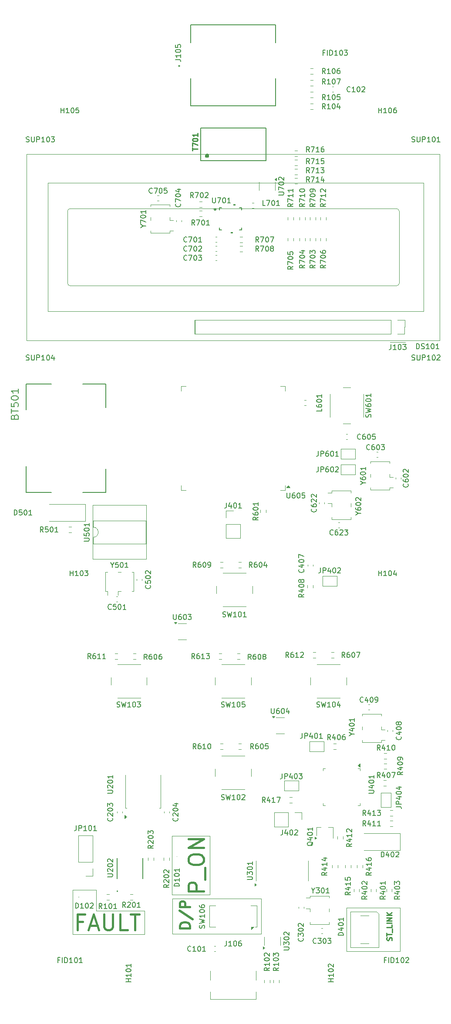
<source format=gbr>
%TF.GenerationSoftware,KiCad,Pcbnew,9.0.3*%
%TF.CreationDate,2025-10-29T18:24:37+01:00*%
%TF.ProjectId,PCB_Tarjeta_DevOps,5043425f-5461-4726-9a65-74615f446576,rev?*%
%TF.SameCoordinates,Original*%
%TF.FileFunction,Legend,Top*%
%TF.FilePolarity,Positive*%
%FSLAX46Y46*%
G04 Gerber Fmt 4.6, Leading zero omitted, Abs format (unit mm)*
G04 Created by KiCad (PCBNEW 9.0.3) date 2025-10-29 18:24:37*
%MOMM*%
%LPD*%
G01*
G04 APERTURE LIST*
%ADD10C,0.100000*%
%ADD11C,0.400000*%
%ADD12C,0.250000*%
%ADD13C,0.150000*%
%ADD14C,0.120000*%
%ADD15C,0.152400*%
%ADD16C,0.000000*%
%ADD17C,0.127000*%
%ADD18C,0.200000*%
G04 APERTURE END LIST*
D10*
X162247000Y-219915000D02*
X169613000Y-219915000D01*
X169613000Y-231345000D01*
X162247000Y-231345000D01*
X162247000Y-219915000D01*
X162389000Y-232065000D02*
X179629000Y-232065000D01*
X179629000Y-238904000D01*
X162389000Y-238904000D01*
X162389000Y-232065000D01*
X147514000Y-234486000D02*
X156912000Y-234486000D01*
X156912000Y-239058000D01*
X142942000Y-239058000D01*
X142942000Y-230422000D01*
X147514000Y-230422000D01*
X147514000Y-234486000D01*
X196256000Y-233885000D02*
X206622000Y-233885000D01*
X206622000Y-242315000D01*
X196256000Y-242315000D01*
X196256000Y-233885000D01*
D11*
X144919442Y-236590628D02*
X143919442Y-236590628D01*
X143919442Y-238162057D02*
X143919442Y-235162057D01*
X143919442Y-235162057D02*
X145348014Y-235162057D01*
X146348014Y-237304914D02*
X147776586Y-237304914D01*
X146062300Y-238162057D02*
X147062300Y-235162057D01*
X147062300Y-235162057D02*
X148062300Y-238162057D01*
X149062300Y-235162057D02*
X149062300Y-237590628D01*
X149062300Y-237590628D02*
X149205157Y-237876342D01*
X149205157Y-237876342D02*
X149348015Y-238019200D01*
X149348015Y-238019200D02*
X149633729Y-238162057D01*
X149633729Y-238162057D02*
X150205157Y-238162057D01*
X150205157Y-238162057D02*
X150490872Y-238019200D01*
X150490872Y-238019200D02*
X150633729Y-237876342D01*
X150633729Y-237876342D02*
X150776586Y-237590628D01*
X150776586Y-237590628D02*
X150776586Y-235162057D01*
X153633729Y-238162057D02*
X152205157Y-238162057D01*
X152205157Y-238162057D02*
X152205157Y-235162057D01*
X154205157Y-235162057D02*
X155919443Y-235162057D01*
X155062300Y-238162057D02*
X155062300Y-235162057D01*
X165790438Y-237810652D02*
X163790438Y-237810652D01*
X163790438Y-237810652D02*
X163790438Y-237334462D01*
X163790438Y-237334462D02*
X163885676Y-237048747D01*
X163885676Y-237048747D02*
X164076152Y-236858271D01*
X164076152Y-236858271D02*
X164266628Y-236763033D01*
X164266628Y-236763033D02*
X164647580Y-236667795D01*
X164647580Y-236667795D02*
X164933295Y-236667795D01*
X164933295Y-236667795D02*
X165314247Y-236763033D01*
X165314247Y-236763033D02*
X165504723Y-236858271D01*
X165504723Y-236858271D02*
X165695200Y-237048747D01*
X165695200Y-237048747D02*
X165790438Y-237334462D01*
X165790438Y-237334462D02*
X165790438Y-237810652D01*
X163695200Y-234382081D02*
X166266628Y-236096366D01*
X165790438Y-233715414D02*
X163790438Y-233715414D01*
X163790438Y-233715414D02*
X163790438Y-232953509D01*
X163790438Y-232953509D02*
X163885676Y-232763033D01*
X163885676Y-232763033D02*
X163980914Y-232667795D01*
X163980914Y-232667795D02*
X164171390Y-232572557D01*
X164171390Y-232572557D02*
X164457104Y-232572557D01*
X164457104Y-232572557D02*
X164647580Y-232667795D01*
X164647580Y-232667795D02*
X164742819Y-232763033D01*
X164742819Y-232763033D02*
X164838057Y-232953509D01*
X164838057Y-232953509D02*
X164838057Y-233715414D01*
X168463057Y-230621557D02*
X165463057Y-230621557D01*
X165463057Y-230621557D02*
X165463057Y-229478700D01*
X165463057Y-229478700D02*
X165605914Y-229192985D01*
X165605914Y-229192985D02*
X165748771Y-229050128D01*
X165748771Y-229050128D02*
X166034485Y-228907271D01*
X166034485Y-228907271D02*
X166463057Y-228907271D01*
X166463057Y-228907271D02*
X166748771Y-229050128D01*
X166748771Y-229050128D02*
X166891628Y-229192985D01*
X166891628Y-229192985D02*
X167034485Y-229478700D01*
X167034485Y-229478700D02*
X167034485Y-230621557D01*
X168748771Y-228335843D02*
X168748771Y-226050128D01*
X165463057Y-224764414D02*
X165463057Y-224192986D01*
X165463057Y-224192986D02*
X165605914Y-223907271D01*
X165605914Y-223907271D02*
X165891628Y-223621557D01*
X165891628Y-223621557D02*
X166463057Y-223478700D01*
X166463057Y-223478700D02*
X167463057Y-223478700D01*
X167463057Y-223478700D02*
X168034485Y-223621557D01*
X168034485Y-223621557D02*
X168320200Y-223907271D01*
X168320200Y-223907271D02*
X168463057Y-224192986D01*
X168463057Y-224192986D02*
X168463057Y-224764414D01*
X168463057Y-224764414D02*
X168320200Y-225050129D01*
X168320200Y-225050129D02*
X168034485Y-225335843D01*
X168034485Y-225335843D02*
X167463057Y-225478700D01*
X167463057Y-225478700D02*
X166463057Y-225478700D01*
X166463057Y-225478700D02*
X165891628Y-225335843D01*
X165891628Y-225335843D02*
X165605914Y-225050129D01*
X165605914Y-225050129D02*
X165463057Y-224764414D01*
X168463057Y-222192986D02*
X165463057Y-222192986D01*
X165463057Y-222192986D02*
X168463057Y-220478700D01*
X168463057Y-220478700D02*
X165463057Y-220478700D01*
D12*
X205001000Y-240183050D02*
X205048619Y-240040193D01*
X205048619Y-240040193D02*
X205048619Y-239802098D01*
X205048619Y-239802098D02*
X205001000Y-239706860D01*
X205001000Y-239706860D02*
X204953380Y-239659241D01*
X204953380Y-239659241D02*
X204858142Y-239611622D01*
X204858142Y-239611622D02*
X204762904Y-239611622D01*
X204762904Y-239611622D02*
X204667666Y-239659241D01*
X204667666Y-239659241D02*
X204620047Y-239706860D01*
X204620047Y-239706860D02*
X204572428Y-239802098D01*
X204572428Y-239802098D02*
X204524809Y-239992574D01*
X204524809Y-239992574D02*
X204477190Y-240087812D01*
X204477190Y-240087812D02*
X204429571Y-240135431D01*
X204429571Y-240135431D02*
X204334333Y-240183050D01*
X204334333Y-240183050D02*
X204239095Y-240183050D01*
X204239095Y-240183050D02*
X204143857Y-240135431D01*
X204143857Y-240135431D02*
X204096238Y-240087812D01*
X204096238Y-240087812D02*
X204048619Y-239992574D01*
X204048619Y-239992574D02*
X204048619Y-239754479D01*
X204048619Y-239754479D02*
X204096238Y-239611622D01*
X204048619Y-239325907D02*
X204048619Y-238754479D01*
X205048619Y-239040193D02*
X204048619Y-239040193D01*
X205143857Y-238659241D02*
X205143857Y-237897336D01*
X205048619Y-237183050D02*
X205048619Y-237659240D01*
X205048619Y-237659240D02*
X204048619Y-237659240D01*
X205048619Y-236849716D02*
X204048619Y-236849716D01*
X205048619Y-236373526D02*
X204048619Y-236373526D01*
X204048619Y-236373526D02*
X205048619Y-235802098D01*
X205048619Y-235802098D02*
X204048619Y-235802098D01*
X205048619Y-235325907D02*
X204048619Y-235325907D01*
X205048619Y-234754479D02*
X204477190Y-235183050D01*
X204048619Y-234754479D02*
X204620047Y-235325907D01*
D13*
X172898285Y-155101819D02*
X172898285Y-155816104D01*
X172898285Y-155816104D02*
X172850666Y-155958961D01*
X172850666Y-155958961D02*
X172755428Y-156054200D01*
X172755428Y-156054200D02*
X172612571Y-156101819D01*
X172612571Y-156101819D02*
X172517333Y-156101819D01*
X173803047Y-155435152D02*
X173803047Y-156101819D01*
X173564952Y-155054200D02*
X173326857Y-155768485D01*
X173326857Y-155768485D02*
X173945904Y-155768485D01*
X174517333Y-155101819D02*
X174612571Y-155101819D01*
X174612571Y-155101819D02*
X174707809Y-155149438D01*
X174707809Y-155149438D02*
X174755428Y-155197057D01*
X174755428Y-155197057D02*
X174803047Y-155292295D01*
X174803047Y-155292295D02*
X174850666Y-155482771D01*
X174850666Y-155482771D02*
X174850666Y-155720866D01*
X174850666Y-155720866D02*
X174803047Y-155911342D01*
X174803047Y-155911342D02*
X174755428Y-156006580D01*
X174755428Y-156006580D02*
X174707809Y-156054200D01*
X174707809Y-156054200D02*
X174612571Y-156101819D01*
X174612571Y-156101819D02*
X174517333Y-156101819D01*
X174517333Y-156101819D02*
X174422095Y-156054200D01*
X174422095Y-156054200D02*
X174374476Y-156006580D01*
X174374476Y-156006580D02*
X174326857Y-155911342D01*
X174326857Y-155911342D02*
X174279238Y-155720866D01*
X174279238Y-155720866D02*
X174279238Y-155482771D01*
X174279238Y-155482771D02*
X174326857Y-155292295D01*
X174326857Y-155292295D02*
X174374476Y-155197057D01*
X174374476Y-155197057D02*
X174422095Y-155149438D01*
X174422095Y-155149438D02*
X174517333Y-155101819D01*
X175803047Y-156101819D02*
X175231619Y-156101819D01*
X175517333Y-156101819D02*
X175517333Y-155101819D01*
X175517333Y-155101819D02*
X175422095Y-155244676D01*
X175422095Y-155244676D02*
X175326857Y-155339914D01*
X175326857Y-155339914D02*
X175231619Y-155387533D01*
X183820285Y-218700819D02*
X183820285Y-219415104D01*
X183820285Y-219415104D02*
X183772666Y-219557961D01*
X183772666Y-219557961D02*
X183677428Y-219653200D01*
X183677428Y-219653200D02*
X183534571Y-219700819D01*
X183534571Y-219700819D02*
X183439333Y-219700819D01*
X184725047Y-219034152D02*
X184725047Y-219700819D01*
X184486952Y-218653200D02*
X184248857Y-219367485D01*
X184248857Y-219367485D02*
X184867904Y-219367485D01*
X185439333Y-218700819D02*
X185534571Y-218700819D01*
X185534571Y-218700819D02*
X185629809Y-218748438D01*
X185629809Y-218748438D02*
X185677428Y-218796057D01*
X185677428Y-218796057D02*
X185725047Y-218891295D01*
X185725047Y-218891295D02*
X185772666Y-219081771D01*
X185772666Y-219081771D02*
X185772666Y-219319866D01*
X185772666Y-219319866D02*
X185725047Y-219510342D01*
X185725047Y-219510342D02*
X185677428Y-219605580D01*
X185677428Y-219605580D02*
X185629809Y-219653200D01*
X185629809Y-219653200D02*
X185534571Y-219700819D01*
X185534571Y-219700819D02*
X185439333Y-219700819D01*
X185439333Y-219700819D02*
X185344095Y-219653200D01*
X185344095Y-219653200D02*
X185296476Y-219605580D01*
X185296476Y-219605580D02*
X185248857Y-219510342D01*
X185248857Y-219510342D02*
X185201238Y-219319866D01*
X185201238Y-219319866D02*
X185201238Y-219081771D01*
X185201238Y-219081771D02*
X185248857Y-218891295D01*
X185248857Y-218891295D02*
X185296476Y-218796057D01*
X185296476Y-218796057D02*
X185344095Y-218748438D01*
X185344095Y-218748438D02*
X185439333Y-218700819D01*
X186153619Y-218796057D02*
X186201238Y-218748438D01*
X186201238Y-218748438D02*
X186296476Y-218700819D01*
X186296476Y-218700819D02*
X186534571Y-218700819D01*
X186534571Y-218700819D02*
X186629809Y-218748438D01*
X186629809Y-218748438D02*
X186677428Y-218796057D01*
X186677428Y-218796057D02*
X186725047Y-218891295D01*
X186725047Y-218891295D02*
X186725047Y-218986533D01*
X186725047Y-218986533D02*
X186677428Y-219129390D01*
X186677428Y-219129390D02*
X186106000Y-219700819D01*
X186106000Y-219700819D02*
X186725047Y-219700819D01*
X195638819Y-239228475D02*
X194638819Y-239228475D01*
X194638819Y-239228475D02*
X194638819Y-238990380D01*
X194638819Y-238990380D02*
X194686438Y-238847523D01*
X194686438Y-238847523D02*
X194781676Y-238752285D01*
X194781676Y-238752285D02*
X194876914Y-238704666D01*
X194876914Y-238704666D02*
X195067390Y-238657047D01*
X195067390Y-238657047D02*
X195210247Y-238657047D01*
X195210247Y-238657047D02*
X195400723Y-238704666D01*
X195400723Y-238704666D02*
X195495961Y-238752285D01*
X195495961Y-238752285D02*
X195591200Y-238847523D01*
X195591200Y-238847523D02*
X195638819Y-238990380D01*
X195638819Y-238990380D02*
X195638819Y-239228475D01*
X194972152Y-237799904D02*
X195638819Y-237799904D01*
X194591200Y-238037999D02*
X195305485Y-238276094D01*
X195305485Y-238276094D02*
X195305485Y-237657047D01*
X194638819Y-237085618D02*
X194638819Y-236990380D01*
X194638819Y-236990380D02*
X194686438Y-236895142D01*
X194686438Y-236895142D02*
X194734057Y-236847523D01*
X194734057Y-236847523D02*
X194829295Y-236799904D01*
X194829295Y-236799904D02*
X195019771Y-236752285D01*
X195019771Y-236752285D02*
X195257866Y-236752285D01*
X195257866Y-236752285D02*
X195448342Y-236799904D01*
X195448342Y-236799904D02*
X195543580Y-236847523D01*
X195543580Y-236847523D02*
X195591200Y-236895142D01*
X195591200Y-236895142D02*
X195638819Y-236990380D01*
X195638819Y-236990380D02*
X195638819Y-237085618D01*
X195638819Y-237085618D02*
X195591200Y-237180856D01*
X195591200Y-237180856D02*
X195543580Y-237228475D01*
X195543580Y-237228475D02*
X195448342Y-237276094D01*
X195448342Y-237276094D02*
X195257866Y-237323713D01*
X195257866Y-237323713D02*
X195019771Y-237323713D01*
X195019771Y-237323713D02*
X194829295Y-237276094D01*
X194829295Y-237276094D02*
X194734057Y-237228475D01*
X194734057Y-237228475D02*
X194686438Y-237180856D01*
X194686438Y-237180856D02*
X194638819Y-237085618D01*
X195638819Y-235799904D02*
X195638819Y-236371332D01*
X195638819Y-236085618D02*
X194638819Y-236085618D01*
X194638819Y-236085618D02*
X194781676Y-236180856D01*
X194781676Y-236180856D02*
X194876914Y-236276094D01*
X194876914Y-236276094D02*
X194924533Y-236371332D01*
X161690819Y-229333047D02*
X161214628Y-229666380D01*
X161690819Y-229904475D02*
X160690819Y-229904475D01*
X160690819Y-229904475D02*
X160690819Y-229523523D01*
X160690819Y-229523523D02*
X160738438Y-229428285D01*
X160738438Y-229428285D02*
X160786057Y-229380666D01*
X160786057Y-229380666D02*
X160881295Y-229333047D01*
X160881295Y-229333047D02*
X161024152Y-229333047D01*
X161024152Y-229333047D02*
X161119390Y-229380666D01*
X161119390Y-229380666D02*
X161167009Y-229428285D01*
X161167009Y-229428285D02*
X161214628Y-229523523D01*
X161214628Y-229523523D02*
X161214628Y-229904475D01*
X160786057Y-228952094D02*
X160738438Y-228904475D01*
X160738438Y-228904475D02*
X160690819Y-228809237D01*
X160690819Y-228809237D02*
X160690819Y-228571142D01*
X160690819Y-228571142D02*
X160738438Y-228475904D01*
X160738438Y-228475904D02*
X160786057Y-228428285D01*
X160786057Y-228428285D02*
X160881295Y-228380666D01*
X160881295Y-228380666D02*
X160976533Y-228380666D01*
X160976533Y-228380666D02*
X161119390Y-228428285D01*
X161119390Y-228428285D02*
X161690819Y-228999713D01*
X161690819Y-228999713D02*
X161690819Y-228380666D01*
X160690819Y-227761618D02*
X160690819Y-227666380D01*
X160690819Y-227666380D02*
X160738438Y-227571142D01*
X160738438Y-227571142D02*
X160786057Y-227523523D01*
X160786057Y-227523523D02*
X160881295Y-227475904D01*
X160881295Y-227475904D02*
X161071771Y-227428285D01*
X161071771Y-227428285D02*
X161309866Y-227428285D01*
X161309866Y-227428285D02*
X161500342Y-227475904D01*
X161500342Y-227475904D02*
X161595580Y-227523523D01*
X161595580Y-227523523D02*
X161643200Y-227571142D01*
X161643200Y-227571142D02*
X161690819Y-227666380D01*
X161690819Y-227666380D02*
X161690819Y-227761618D01*
X161690819Y-227761618D02*
X161643200Y-227856856D01*
X161643200Y-227856856D02*
X161595580Y-227904475D01*
X161595580Y-227904475D02*
X161500342Y-227952094D01*
X161500342Y-227952094D02*
X161309866Y-227999713D01*
X161309866Y-227999713D02*
X161071771Y-227999713D01*
X161071771Y-227999713D02*
X160881295Y-227952094D01*
X160881295Y-227952094D02*
X160786057Y-227904475D01*
X160786057Y-227904475D02*
X160738438Y-227856856D01*
X160738438Y-227856856D02*
X160690819Y-227761618D01*
X160786057Y-227047332D02*
X160738438Y-226999713D01*
X160738438Y-226999713D02*
X160690819Y-226904475D01*
X160690819Y-226904475D02*
X160690819Y-226666380D01*
X160690819Y-226666380D02*
X160738438Y-226571142D01*
X160738438Y-226571142D02*
X160786057Y-226523523D01*
X160786057Y-226523523D02*
X160881295Y-226475904D01*
X160881295Y-226475904D02*
X160976533Y-226475904D01*
X160976533Y-226475904D02*
X161119390Y-226523523D01*
X161119390Y-226523523D02*
X161690819Y-227094951D01*
X161690819Y-227094951D02*
X161690819Y-226475904D01*
X158456952Y-94801580D02*
X158409333Y-94849200D01*
X158409333Y-94849200D02*
X158266476Y-94896819D01*
X158266476Y-94896819D02*
X158171238Y-94896819D01*
X158171238Y-94896819D02*
X158028381Y-94849200D01*
X158028381Y-94849200D02*
X157933143Y-94753961D01*
X157933143Y-94753961D02*
X157885524Y-94658723D01*
X157885524Y-94658723D02*
X157837905Y-94468247D01*
X157837905Y-94468247D02*
X157837905Y-94325390D01*
X157837905Y-94325390D02*
X157885524Y-94134914D01*
X157885524Y-94134914D02*
X157933143Y-94039676D01*
X157933143Y-94039676D02*
X158028381Y-93944438D01*
X158028381Y-93944438D02*
X158171238Y-93896819D01*
X158171238Y-93896819D02*
X158266476Y-93896819D01*
X158266476Y-93896819D02*
X158409333Y-93944438D01*
X158409333Y-93944438D02*
X158456952Y-93992057D01*
X158790286Y-93896819D02*
X159456952Y-93896819D01*
X159456952Y-93896819D02*
X159028381Y-94896819D01*
X160028381Y-93896819D02*
X160123619Y-93896819D01*
X160123619Y-93896819D02*
X160218857Y-93944438D01*
X160218857Y-93944438D02*
X160266476Y-93992057D01*
X160266476Y-93992057D02*
X160314095Y-94087295D01*
X160314095Y-94087295D02*
X160361714Y-94277771D01*
X160361714Y-94277771D02*
X160361714Y-94515866D01*
X160361714Y-94515866D02*
X160314095Y-94706342D01*
X160314095Y-94706342D02*
X160266476Y-94801580D01*
X160266476Y-94801580D02*
X160218857Y-94849200D01*
X160218857Y-94849200D02*
X160123619Y-94896819D01*
X160123619Y-94896819D02*
X160028381Y-94896819D01*
X160028381Y-94896819D02*
X159933143Y-94849200D01*
X159933143Y-94849200D02*
X159885524Y-94801580D01*
X159885524Y-94801580D02*
X159837905Y-94706342D01*
X159837905Y-94706342D02*
X159790286Y-94515866D01*
X159790286Y-94515866D02*
X159790286Y-94277771D01*
X159790286Y-94277771D02*
X159837905Y-94087295D01*
X159837905Y-94087295D02*
X159885524Y-93992057D01*
X159885524Y-93992057D02*
X159933143Y-93944438D01*
X159933143Y-93944438D02*
X160028381Y-93896819D01*
X161266476Y-93896819D02*
X160790286Y-93896819D01*
X160790286Y-93896819D02*
X160742667Y-94373009D01*
X160742667Y-94373009D02*
X160790286Y-94325390D01*
X160790286Y-94325390D02*
X160885524Y-94277771D01*
X160885524Y-94277771D02*
X161123619Y-94277771D01*
X161123619Y-94277771D02*
X161218857Y-94325390D01*
X161218857Y-94325390D02*
X161266476Y-94373009D01*
X161266476Y-94373009D02*
X161314095Y-94468247D01*
X161314095Y-94468247D02*
X161314095Y-94706342D01*
X161314095Y-94706342D02*
X161266476Y-94801580D01*
X161266476Y-94801580D02*
X161218857Y-94849200D01*
X161218857Y-94849200D02*
X161123619Y-94896819D01*
X161123619Y-94896819D02*
X160885524Y-94896819D01*
X160885524Y-94896819D02*
X160790286Y-94849200D01*
X160790286Y-94849200D02*
X160742667Y-94801580D01*
X166714952Y-101082819D02*
X166381619Y-100606628D01*
X166143524Y-101082819D02*
X166143524Y-100082819D01*
X166143524Y-100082819D02*
X166524476Y-100082819D01*
X166524476Y-100082819D02*
X166619714Y-100130438D01*
X166619714Y-100130438D02*
X166667333Y-100178057D01*
X166667333Y-100178057D02*
X166714952Y-100273295D01*
X166714952Y-100273295D02*
X166714952Y-100416152D01*
X166714952Y-100416152D02*
X166667333Y-100511390D01*
X166667333Y-100511390D02*
X166619714Y-100559009D01*
X166619714Y-100559009D02*
X166524476Y-100606628D01*
X166524476Y-100606628D02*
X166143524Y-100606628D01*
X167048286Y-100082819D02*
X167714952Y-100082819D01*
X167714952Y-100082819D02*
X167286381Y-101082819D01*
X168286381Y-100082819D02*
X168381619Y-100082819D01*
X168381619Y-100082819D02*
X168476857Y-100130438D01*
X168476857Y-100130438D02*
X168524476Y-100178057D01*
X168524476Y-100178057D02*
X168572095Y-100273295D01*
X168572095Y-100273295D02*
X168619714Y-100463771D01*
X168619714Y-100463771D02*
X168619714Y-100701866D01*
X168619714Y-100701866D02*
X168572095Y-100892342D01*
X168572095Y-100892342D02*
X168524476Y-100987580D01*
X168524476Y-100987580D02*
X168476857Y-101035200D01*
X168476857Y-101035200D02*
X168381619Y-101082819D01*
X168381619Y-101082819D02*
X168286381Y-101082819D01*
X168286381Y-101082819D02*
X168191143Y-101035200D01*
X168191143Y-101035200D02*
X168143524Y-100987580D01*
X168143524Y-100987580D02*
X168095905Y-100892342D01*
X168095905Y-100892342D02*
X168048286Y-100701866D01*
X168048286Y-100701866D02*
X168048286Y-100463771D01*
X168048286Y-100463771D02*
X168095905Y-100273295D01*
X168095905Y-100273295D02*
X168143524Y-100178057D01*
X168143524Y-100178057D02*
X168191143Y-100130438D01*
X168191143Y-100130438D02*
X168286381Y-100082819D01*
X169572095Y-101082819D02*
X169000667Y-101082819D01*
X169286381Y-101082819D02*
X169286381Y-100082819D01*
X169286381Y-100082819D02*
X169191143Y-100225676D01*
X169191143Y-100225676D02*
X169095905Y-100320914D01*
X169095905Y-100320914D02*
X169000667Y-100368533D01*
X202469714Y-79292819D02*
X202469714Y-78292819D01*
X202469714Y-78769009D02*
X203041142Y-78769009D01*
X203041142Y-79292819D02*
X203041142Y-78292819D01*
X204041142Y-79292819D02*
X203469714Y-79292819D01*
X203755428Y-79292819D02*
X203755428Y-78292819D01*
X203755428Y-78292819D02*
X203660190Y-78435676D01*
X203660190Y-78435676D02*
X203564952Y-78530914D01*
X203564952Y-78530914D02*
X203469714Y-78578533D01*
X204660190Y-78292819D02*
X204755428Y-78292819D01*
X204755428Y-78292819D02*
X204850666Y-78340438D01*
X204850666Y-78340438D02*
X204898285Y-78388057D01*
X204898285Y-78388057D02*
X204945904Y-78483295D01*
X204945904Y-78483295D02*
X204993523Y-78673771D01*
X204993523Y-78673771D02*
X204993523Y-78911866D01*
X204993523Y-78911866D02*
X204945904Y-79102342D01*
X204945904Y-79102342D02*
X204898285Y-79197580D01*
X204898285Y-79197580D02*
X204850666Y-79245200D01*
X204850666Y-79245200D02*
X204755428Y-79292819D01*
X204755428Y-79292819D02*
X204660190Y-79292819D01*
X204660190Y-79292819D02*
X204564952Y-79245200D01*
X204564952Y-79245200D02*
X204517333Y-79197580D01*
X204517333Y-79197580D02*
X204469714Y-79102342D01*
X204469714Y-79102342D02*
X204422095Y-78911866D01*
X204422095Y-78911866D02*
X204422095Y-78673771D01*
X204422095Y-78673771D02*
X204469714Y-78483295D01*
X204469714Y-78483295D02*
X204517333Y-78388057D01*
X204517333Y-78388057D02*
X204564952Y-78340438D01*
X204564952Y-78340438D02*
X204660190Y-78292819D01*
X205850666Y-78292819D02*
X205660190Y-78292819D01*
X205660190Y-78292819D02*
X205564952Y-78340438D01*
X205564952Y-78340438D02*
X205517333Y-78388057D01*
X205517333Y-78388057D02*
X205422095Y-78530914D01*
X205422095Y-78530914D02*
X205374476Y-78721390D01*
X205374476Y-78721390D02*
X205374476Y-79102342D01*
X205374476Y-79102342D02*
X205422095Y-79197580D01*
X205422095Y-79197580D02*
X205469714Y-79245200D01*
X205469714Y-79245200D02*
X205564952Y-79292819D01*
X205564952Y-79292819D02*
X205755428Y-79292819D01*
X205755428Y-79292819D02*
X205850666Y-79245200D01*
X205850666Y-79245200D02*
X205898285Y-79197580D01*
X205898285Y-79197580D02*
X205945904Y-79102342D01*
X205945904Y-79102342D02*
X205945904Y-78864247D01*
X205945904Y-78864247D02*
X205898285Y-78769009D01*
X205898285Y-78769009D02*
X205850666Y-78721390D01*
X205850666Y-78721390D02*
X205755428Y-78673771D01*
X205755428Y-78673771D02*
X205564952Y-78673771D01*
X205564952Y-78673771D02*
X205469714Y-78721390D01*
X205469714Y-78721390D02*
X205422095Y-78769009D01*
X205422095Y-78769009D02*
X205374476Y-78864247D01*
X202469714Y-169292819D02*
X202469714Y-168292819D01*
X202469714Y-168769009D02*
X203041142Y-168769009D01*
X203041142Y-169292819D02*
X203041142Y-168292819D01*
X204041142Y-169292819D02*
X203469714Y-169292819D01*
X203755428Y-169292819D02*
X203755428Y-168292819D01*
X203755428Y-168292819D02*
X203660190Y-168435676D01*
X203660190Y-168435676D02*
X203564952Y-168530914D01*
X203564952Y-168530914D02*
X203469714Y-168578533D01*
X204660190Y-168292819D02*
X204755428Y-168292819D01*
X204755428Y-168292819D02*
X204850666Y-168340438D01*
X204850666Y-168340438D02*
X204898285Y-168388057D01*
X204898285Y-168388057D02*
X204945904Y-168483295D01*
X204945904Y-168483295D02*
X204993523Y-168673771D01*
X204993523Y-168673771D02*
X204993523Y-168911866D01*
X204993523Y-168911866D02*
X204945904Y-169102342D01*
X204945904Y-169102342D02*
X204898285Y-169197580D01*
X204898285Y-169197580D02*
X204850666Y-169245200D01*
X204850666Y-169245200D02*
X204755428Y-169292819D01*
X204755428Y-169292819D02*
X204660190Y-169292819D01*
X204660190Y-169292819D02*
X204564952Y-169245200D01*
X204564952Y-169245200D02*
X204517333Y-169197580D01*
X204517333Y-169197580D02*
X204469714Y-169102342D01*
X204469714Y-169102342D02*
X204422095Y-168911866D01*
X204422095Y-168911866D02*
X204422095Y-168673771D01*
X204422095Y-168673771D02*
X204469714Y-168483295D01*
X204469714Y-168483295D02*
X204517333Y-168388057D01*
X204517333Y-168388057D02*
X204564952Y-168340438D01*
X204564952Y-168340438D02*
X204660190Y-168292819D01*
X205850666Y-168626152D02*
X205850666Y-169292819D01*
X205612571Y-168245200D02*
X205374476Y-168959485D01*
X205374476Y-168959485D02*
X205993523Y-168959485D01*
X190132819Y-108859047D02*
X189656628Y-109192380D01*
X190132819Y-109430475D02*
X189132819Y-109430475D01*
X189132819Y-109430475D02*
X189132819Y-109049523D01*
X189132819Y-109049523D02*
X189180438Y-108954285D01*
X189180438Y-108954285D02*
X189228057Y-108906666D01*
X189228057Y-108906666D02*
X189323295Y-108859047D01*
X189323295Y-108859047D02*
X189466152Y-108859047D01*
X189466152Y-108859047D02*
X189561390Y-108906666D01*
X189561390Y-108906666D02*
X189609009Y-108954285D01*
X189609009Y-108954285D02*
X189656628Y-109049523D01*
X189656628Y-109049523D02*
X189656628Y-109430475D01*
X189132819Y-108525713D02*
X189132819Y-107859047D01*
X189132819Y-107859047D02*
X190132819Y-108287618D01*
X189132819Y-107287618D02*
X189132819Y-107192380D01*
X189132819Y-107192380D02*
X189180438Y-107097142D01*
X189180438Y-107097142D02*
X189228057Y-107049523D01*
X189228057Y-107049523D02*
X189323295Y-107001904D01*
X189323295Y-107001904D02*
X189513771Y-106954285D01*
X189513771Y-106954285D02*
X189751866Y-106954285D01*
X189751866Y-106954285D02*
X189942342Y-107001904D01*
X189942342Y-107001904D02*
X190037580Y-107049523D01*
X190037580Y-107049523D02*
X190085200Y-107097142D01*
X190085200Y-107097142D02*
X190132819Y-107192380D01*
X190132819Y-107192380D02*
X190132819Y-107287618D01*
X190132819Y-107287618D02*
X190085200Y-107382856D01*
X190085200Y-107382856D02*
X190037580Y-107430475D01*
X190037580Y-107430475D02*
X189942342Y-107478094D01*
X189942342Y-107478094D02*
X189751866Y-107525713D01*
X189751866Y-107525713D02*
X189513771Y-107525713D01*
X189513771Y-107525713D02*
X189323295Y-107478094D01*
X189323295Y-107478094D02*
X189228057Y-107430475D01*
X189228057Y-107430475D02*
X189180438Y-107382856D01*
X189180438Y-107382856D02*
X189132819Y-107287618D01*
X189132819Y-106620951D02*
X189132819Y-106001904D01*
X189132819Y-106001904D02*
X189513771Y-106335237D01*
X189513771Y-106335237D02*
X189513771Y-106192380D01*
X189513771Y-106192380D02*
X189561390Y-106097142D01*
X189561390Y-106097142D02*
X189609009Y-106049523D01*
X189609009Y-106049523D02*
X189704247Y-106001904D01*
X189704247Y-106001904D02*
X189942342Y-106001904D01*
X189942342Y-106001904D02*
X190037580Y-106049523D01*
X190037580Y-106049523D02*
X190085200Y-106097142D01*
X190085200Y-106097142D02*
X190132819Y-106192380D01*
X190132819Y-106192380D02*
X190132819Y-106478094D01*
X190132819Y-106478094D02*
X190085200Y-106573332D01*
X190085200Y-106573332D02*
X190037580Y-106620951D01*
X193626952Y-161261580D02*
X193579333Y-161309200D01*
X193579333Y-161309200D02*
X193436476Y-161356819D01*
X193436476Y-161356819D02*
X193341238Y-161356819D01*
X193341238Y-161356819D02*
X193198381Y-161309200D01*
X193198381Y-161309200D02*
X193103143Y-161213961D01*
X193103143Y-161213961D02*
X193055524Y-161118723D01*
X193055524Y-161118723D02*
X193007905Y-160928247D01*
X193007905Y-160928247D02*
X193007905Y-160785390D01*
X193007905Y-160785390D02*
X193055524Y-160594914D01*
X193055524Y-160594914D02*
X193103143Y-160499676D01*
X193103143Y-160499676D02*
X193198381Y-160404438D01*
X193198381Y-160404438D02*
X193341238Y-160356819D01*
X193341238Y-160356819D02*
X193436476Y-160356819D01*
X193436476Y-160356819D02*
X193579333Y-160404438D01*
X193579333Y-160404438D02*
X193626952Y-160452057D01*
X194484095Y-160356819D02*
X194293619Y-160356819D01*
X194293619Y-160356819D02*
X194198381Y-160404438D01*
X194198381Y-160404438D02*
X194150762Y-160452057D01*
X194150762Y-160452057D02*
X194055524Y-160594914D01*
X194055524Y-160594914D02*
X194007905Y-160785390D01*
X194007905Y-160785390D02*
X194007905Y-161166342D01*
X194007905Y-161166342D02*
X194055524Y-161261580D01*
X194055524Y-161261580D02*
X194103143Y-161309200D01*
X194103143Y-161309200D02*
X194198381Y-161356819D01*
X194198381Y-161356819D02*
X194388857Y-161356819D01*
X194388857Y-161356819D02*
X194484095Y-161309200D01*
X194484095Y-161309200D02*
X194531714Y-161261580D01*
X194531714Y-161261580D02*
X194579333Y-161166342D01*
X194579333Y-161166342D02*
X194579333Y-160928247D01*
X194579333Y-160928247D02*
X194531714Y-160833009D01*
X194531714Y-160833009D02*
X194484095Y-160785390D01*
X194484095Y-160785390D02*
X194388857Y-160737771D01*
X194388857Y-160737771D02*
X194198381Y-160737771D01*
X194198381Y-160737771D02*
X194103143Y-160785390D01*
X194103143Y-160785390D02*
X194055524Y-160833009D01*
X194055524Y-160833009D02*
X194007905Y-160928247D01*
X194960286Y-160452057D02*
X195007905Y-160404438D01*
X195007905Y-160404438D02*
X195103143Y-160356819D01*
X195103143Y-160356819D02*
X195341238Y-160356819D01*
X195341238Y-160356819D02*
X195436476Y-160404438D01*
X195436476Y-160404438D02*
X195484095Y-160452057D01*
X195484095Y-160452057D02*
X195531714Y-160547295D01*
X195531714Y-160547295D02*
X195531714Y-160642533D01*
X195531714Y-160642533D02*
X195484095Y-160785390D01*
X195484095Y-160785390D02*
X194912667Y-161356819D01*
X194912667Y-161356819D02*
X195531714Y-161356819D01*
X195865048Y-160356819D02*
X196484095Y-160356819D01*
X196484095Y-160356819D02*
X196150762Y-160737771D01*
X196150762Y-160737771D02*
X196293619Y-160737771D01*
X196293619Y-160737771D02*
X196388857Y-160785390D01*
X196388857Y-160785390D02*
X196436476Y-160833009D01*
X196436476Y-160833009D02*
X196484095Y-160928247D01*
X196484095Y-160928247D02*
X196484095Y-161166342D01*
X196484095Y-161166342D02*
X196436476Y-161261580D01*
X196436476Y-161261580D02*
X196388857Y-161309200D01*
X196388857Y-161309200D02*
X196293619Y-161356819D01*
X196293619Y-161356819D02*
X196007905Y-161356819D01*
X196007905Y-161356819D02*
X195912667Y-161309200D01*
X195912667Y-161309200D02*
X195865048Y-161261580D01*
X140691714Y-79292819D02*
X140691714Y-78292819D01*
X140691714Y-78769009D02*
X141263142Y-78769009D01*
X141263142Y-79292819D02*
X141263142Y-78292819D01*
X142263142Y-79292819D02*
X141691714Y-79292819D01*
X141977428Y-79292819D02*
X141977428Y-78292819D01*
X141977428Y-78292819D02*
X141882190Y-78435676D01*
X141882190Y-78435676D02*
X141786952Y-78530914D01*
X141786952Y-78530914D02*
X141691714Y-78578533D01*
X142882190Y-78292819D02*
X142977428Y-78292819D01*
X142977428Y-78292819D02*
X143072666Y-78340438D01*
X143072666Y-78340438D02*
X143120285Y-78388057D01*
X143120285Y-78388057D02*
X143167904Y-78483295D01*
X143167904Y-78483295D02*
X143215523Y-78673771D01*
X143215523Y-78673771D02*
X143215523Y-78911866D01*
X143215523Y-78911866D02*
X143167904Y-79102342D01*
X143167904Y-79102342D02*
X143120285Y-79197580D01*
X143120285Y-79197580D02*
X143072666Y-79245200D01*
X143072666Y-79245200D02*
X142977428Y-79292819D01*
X142977428Y-79292819D02*
X142882190Y-79292819D01*
X142882190Y-79292819D02*
X142786952Y-79245200D01*
X142786952Y-79245200D02*
X142739333Y-79197580D01*
X142739333Y-79197580D02*
X142691714Y-79102342D01*
X142691714Y-79102342D02*
X142644095Y-78911866D01*
X142644095Y-78911866D02*
X142644095Y-78673771D01*
X142644095Y-78673771D02*
X142691714Y-78483295D01*
X142691714Y-78483295D02*
X142739333Y-78388057D01*
X142739333Y-78388057D02*
X142786952Y-78340438D01*
X142786952Y-78340438D02*
X142882190Y-78292819D01*
X144120285Y-78292819D02*
X143644095Y-78292819D01*
X143644095Y-78292819D02*
X143596476Y-78769009D01*
X143596476Y-78769009D02*
X143644095Y-78721390D01*
X143644095Y-78721390D02*
X143739333Y-78673771D01*
X143739333Y-78673771D02*
X143977428Y-78673771D01*
X143977428Y-78673771D02*
X144072666Y-78721390D01*
X144072666Y-78721390D02*
X144120285Y-78769009D01*
X144120285Y-78769009D02*
X144167904Y-78864247D01*
X144167904Y-78864247D02*
X144167904Y-79102342D01*
X144167904Y-79102342D02*
X144120285Y-79197580D01*
X144120285Y-79197580D02*
X144072666Y-79245200D01*
X144072666Y-79245200D02*
X143977428Y-79292819D01*
X143977428Y-79292819D02*
X143739333Y-79292819D01*
X143739333Y-79292819D02*
X143644095Y-79245200D01*
X143644095Y-79245200D02*
X143596476Y-79197580D01*
X199988952Y-217922819D02*
X199655619Y-217446628D01*
X199417524Y-217922819D02*
X199417524Y-216922819D01*
X199417524Y-216922819D02*
X199798476Y-216922819D01*
X199798476Y-216922819D02*
X199893714Y-216970438D01*
X199893714Y-216970438D02*
X199941333Y-217018057D01*
X199941333Y-217018057D02*
X199988952Y-217113295D01*
X199988952Y-217113295D02*
X199988952Y-217256152D01*
X199988952Y-217256152D02*
X199941333Y-217351390D01*
X199941333Y-217351390D02*
X199893714Y-217399009D01*
X199893714Y-217399009D02*
X199798476Y-217446628D01*
X199798476Y-217446628D02*
X199417524Y-217446628D01*
X200846095Y-217256152D02*
X200846095Y-217922819D01*
X200608000Y-216875200D02*
X200369905Y-217589485D01*
X200369905Y-217589485D02*
X200988952Y-217589485D01*
X201893714Y-217922819D02*
X201322286Y-217922819D01*
X201608000Y-217922819D02*
X201608000Y-216922819D01*
X201608000Y-216922819D02*
X201512762Y-217065676D01*
X201512762Y-217065676D02*
X201417524Y-217160914D01*
X201417524Y-217160914D02*
X201322286Y-217208533D01*
X202846095Y-217922819D02*
X202274667Y-217922819D01*
X202560381Y-217922819D02*
X202560381Y-216922819D01*
X202560381Y-216922819D02*
X202465143Y-217065676D01*
X202465143Y-217065676D02*
X202369905Y-217160914D01*
X202369905Y-217160914D02*
X202274667Y-217208533D01*
X149762819Y-211562285D02*
X150572342Y-211562285D01*
X150572342Y-211562285D02*
X150667580Y-211514666D01*
X150667580Y-211514666D02*
X150715200Y-211467047D01*
X150715200Y-211467047D02*
X150762819Y-211371809D01*
X150762819Y-211371809D02*
X150762819Y-211181333D01*
X150762819Y-211181333D02*
X150715200Y-211086095D01*
X150715200Y-211086095D02*
X150667580Y-211038476D01*
X150667580Y-211038476D02*
X150572342Y-210990857D01*
X150572342Y-210990857D02*
X149762819Y-210990857D01*
X149858057Y-210562285D02*
X149810438Y-210514666D01*
X149810438Y-210514666D02*
X149762819Y-210419428D01*
X149762819Y-210419428D02*
X149762819Y-210181333D01*
X149762819Y-210181333D02*
X149810438Y-210086095D01*
X149810438Y-210086095D02*
X149858057Y-210038476D01*
X149858057Y-210038476D02*
X149953295Y-209990857D01*
X149953295Y-209990857D02*
X150048533Y-209990857D01*
X150048533Y-209990857D02*
X150191390Y-210038476D01*
X150191390Y-210038476D02*
X150762819Y-210609904D01*
X150762819Y-210609904D02*
X150762819Y-209990857D01*
X149762819Y-209371809D02*
X149762819Y-209276571D01*
X149762819Y-209276571D02*
X149810438Y-209181333D01*
X149810438Y-209181333D02*
X149858057Y-209133714D01*
X149858057Y-209133714D02*
X149953295Y-209086095D01*
X149953295Y-209086095D02*
X150143771Y-209038476D01*
X150143771Y-209038476D02*
X150381866Y-209038476D01*
X150381866Y-209038476D02*
X150572342Y-209086095D01*
X150572342Y-209086095D02*
X150667580Y-209133714D01*
X150667580Y-209133714D02*
X150715200Y-209181333D01*
X150715200Y-209181333D02*
X150762819Y-209276571D01*
X150762819Y-209276571D02*
X150762819Y-209371809D01*
X150762819Y-209371809D02*
X150715200Y-209467047D01*
X150715200Y-209467047D02*
X150667580Y-209514666D01*
X150667580Y-209514666D02*
X150572342Y-209562285D01*
X150572342Y-209562285D02*
X150381866Y-209609904D01*
X150381866Y-209609904D02*
X150143771Y-209609904D01*
X150143771Y-209609904D02*
X149953295Y-209562285D01*
X149953295Y-209562285D02*
X149858057Y-209514666D01*
X149858057Y-209514666D02*
X149810438Y-209467047D01*
X149810438Y-209467047D02*
X149762819Y-209371809D01*
X150762819Y-208086095D02*
X150762819Y-208657523D01*
X150762819Y-208371809D02*
X149762819Y-208371809D01*
X149762819Y-208371809D02*
X149905676Y-208467047D01*
X149905676Y-208467047D02*
X150000914Y-208562285D01*
X150000914Y-208562285D02*
X150048533Y-208657523D01*
X179160952Y-104384819D02*
X178827619Y-103908628D01*
X178589524Y-104384819D02*
X178589524Y-103384819D01*
X178589524Y-103384819D02*
X178970476Y-103384819D01*
X178970476Y-103384819D02*
X179065714Y-103432438D01*
X179065714Y-103432438D02*
X179113333Y-103480057D01*
X179113333Y-103480057D02*
X179160952Y-103575295D01*
X179160952Y-103575295D02*
X179160952Y-103718152D01*
X179160952Y-103718152D02*
X179113333Y-103813390D01*
X179113333Y-103813390D02*
X179065714Y-103861009D01*
X179065714Y-103861009D02*
X178970476Y-103908628D01*
X178970476Y-103908628D02*
X178589524Y-103908628D01*
X179494286Y-103384819D02*
X180160952Y-103384819D01*
X180160952Y-103384819D02*
X179732381Y-104384819D01*
X180732381Y-103384819D02*
X180827619Y-103384819D01*
X180827619Y-103384819D02*
X180922857Y-103432438D01*
X180922857Y-103432438D02*
X180970476Y-103480057D01*
X180970476Y-103480057D02*
X181018095Y-103575295D01*
X181018095Y-103575295D02*
X181065714Y-103765771D01*
X181065714Y-103765771D02*
X181065714Y-104003866D01*
X181065714Y-104003866D02*
X181018095Y-104194342D01*
X181018095Y-104194342D02*
X180970476Y-104289580D01*
X180970476Y-104289580D02*
X180922857Y-104337200D01*
X180922857Y-104337200D02*
X180827619Y-104384819D01*
X180827619Y-104384819D02*
X180732381Y-104384819D01*
X180732381Y-104384819D02*
X180637143Y-104337200D01*
X180637143Y-104337200D02*
X180589524Y-104289580D01*
X180589524Y-104289580D02*
X180541905Y-104194342D01*
X180541905Y-104194342D02*
X180494286Y-104003866D01*
X180494286Y-104003866D02*
X180494286Y-103765771D01*
X180494286Y-103765771D02*
X180541905Y-103575295D01*
X180541905Y-103575295D02*
X180589524Y-103480057D01*
X180589524Y-103480057D02*
X180637143Y-103432438D01*
X180637143Y-103432438D02*
X180732381Y-103384819D01*
X181399048Y-103384819D02*
X182065714Y-103384819D01*
X182065714Y-103384819D02*
X181637143Y-104384819D01*
X140410190Y-244019009D02*
X140076857Y-244019009D01*
X140076857Y-244542819D02*
X140076857Y-243542819D01*
X140076857Y-243542819D02*
X140553047Y-243542819D01*
X140934000Y-244542819D02*
X140934000Y-243542819D01*
X141410190Y-244542819D02*
X141410190Y-243542819D01*
X141410190Y-243542819D02*
X141648285Y-243542819D01*
X141648285Y-243542819D02*
X141791142Y-243590438D01*
X141791142Y-243590438D02*
X141886380Y-243685676D01*
X141886380Y-243685676D02*
X141933999Y-243780914D01*
X141933999Y-243780914D02*
X141981618Y-243971390D01*
X141981618Y-243971390D02*
X141981618Y-244114247D01*
X141981618Y-244114247D02*
X141933999Y-244304723D01*
X141933999Y-244304723D02*
X141886380Y-244399961D01*
X141886380Y-244399961D02*
X141791142Y-244495200D01*
X141791142Y-244495200D02*
X141648285Y-244542819D01*
X141648285Y-244542819D02*
X141410190Y-244542819D01*
X142933999Y-244542819D02*
X142362571Y-244542819D01*
X142648285Y-244542819D02*
X142648285Y-243542819D01*
X142648285Y-243542819D02*
X142553047Y-243685676D01*
X142553047Y-243685676D02*
X142457809Y-243780914D01*
X142457809Y-243780914D02*
X142362571Y-243828533D01*
X143553047Y-243542819D02*
X143648285Y-243542819D01*
X143648285Y-243542819D02*
X143743523Y-243590438D01*
X143743523Y-243590438D02*
X143791142Y-243638057D01*
X143791142Y-243638057D02*
X143838761Y-243733295D01*
X143838761Y-243733295D02*
X143886380Y-243923771D01*
X143886380Y-243923771D02*
X143886380Y-244161866D01*
X143886380Y-244161866D02*
X143838761Y-244352342D01*
X143838761Y-244352342D02*
X143791142Y-244447580D01*
X143791142Y-244447580D02*
X143743523Y-244495200D01*
X143743523Y-244495200D02*
X143648285Y-244542819D01*
X143648285Y-244542819D02*
X143553047Y-244542819D01*
X143553047Y-244542819D02*
X143457809Y-244495200D01*
X143457809Y-244495200D02*
X143410190Y-244447580D01*
X143410190Y-244447580D02*
X143362571Y-244352342D01*
X143362571Y-244352342D02*
X143314952Y-244161866D01*
X143314952Y-244161866D02*
X143314952Y-243923771D01*
X143314952Y-243923771D02*
X143362571Y-243733295D01*
X143362571Y-243733295D02*
X143410190Y-243638057D01*
X143410190Y-243638057D02*
X143457809Y-243590438D01*
X143457809Y-243590438D02*
X143553047Y-243542819D01*
X144838761Y-244542819D02*
X144267333Y-244542819D01*
X144553047Y-244542819D02*
X144553047Y-243542819D01*
X144553047Y-243542819D02*
X144457809Y-243685676D01*
X144457809Y-243685676D02*
X144362571Y-243780914D01*
X144362571Y-243780914D02*
X144267333Y-243828533D01*
X192114952Y-78476819D02*
X191781619Y-78000628D01*
X191543524Y-78476819D02*
X191543524Y-77476819D01*
X191543524Y-77476819D02*
X191924476Y-77476819D01*
X191924476Y-77476819D02*
X192019714Y-77524438D01*
X192019714Y-77524438D02*
X192067333Y-77572057D01*
X192067333Y-77572057D02*
X192114952Y-77667295D01*
X192114952Y-77667295D02*
X192114952Y-77810152D01*
X192114952Y-77810152D02*
X192067333Y-77905390D01*
X192067333Y-77905390D02*
X192019714Y-77953009D01*
X192019714Y-77953009D02*
X191924476Y-78000628D01*
X191924476Y-78000628D02*
X191543524Y-78000628D01*
X193067333Y-78476819D02*
X192495905Y-78476819D01*
X192781619Y-78476819D02*
X192781619Y-77476819D01*
X192781619Y-77476819D02*
X192686381Y-77619676D01*
X192686381Y-77619676D02*
X192591143Y-77714914D01*
X192591143Y-77714914D02*
X192495905Y-77762533D01*
X193686381Y-77476819D02*
X193781619Y-77476819D01*
X193781619Y-77476819D02*
X193876857Y-77524438D01*
X193876857Y-77524438D02*
X193924476Y-77572057D01*
X193924476Y-77572057D02*
X193972095Y-77667295D01*
X193972095Y-77667295D02*
X194019714Y-77857771D01*
X194019714Y-77857771D02*
X194019714Y-78095866D01*
X194019714Y-78095866D02*
X193972095Y-78286342D01*
X193972095Y-78286342D02*
X193924476Y-78381580D01*
X193924476Y-78381580D02*
X193876857Y-78429200D01*
X193876857Y-78429200D02*
X193781619Y-78476819D01*
X193781619Y-78476819D02*
X193686381Y-78476819D01*
X193686381Y-78476819D02*
X193591143Y-78429200D01*
X193591143Y-78429200D02*
X193543524Y-78381580D01*
X193543524Y-78381580D02*
X193495905Y-78286342D01*
X193495905Y-78286342D02*
X193448286Y-78095866D01*
X193448286Y-78095866D02*
X193448286Y-77857771D01*
X193448286Y-77857771D02*
X193495905Y-77667295D01*
X193495905Y-77667295D02*
X193543524Y-77572057D01*
X193543524Y-77572057D02*
X193591143Y-77524438D01*
X193591143Y-77524438D02*
X193686381Y-77476819D01*
X194876857Y-77810152D02*
X194876857Y-78476819D01*
X194638762Y-77429200D02*
X194400667Y-78143485D01*
X194400667Y-78143485D02*
X195019714Y-78143485D01*
X192164819Y-108859047D02*
X191688628Y-109192380D01*
X192164819Y-109430475D02*
X191164819Y-109430475D01*
X191164819Y-109430475D02*
X191164819Y-109049523D01*
X191164819Y-109049523D02*
X191212438Y-108954285D01*
X191212438Y-108954285D02*
X191260057Y-108906666D01*
X191260057Y-108906666D02*
X191355295Y-108859047D01*
X191355295Y-108859047D02*
X191498152Y-108859047D01*
X191498152Y-108859047D02*
X191593390Y-108906666D01*
X191593390Y-108906666D02*
X191641009Y-108954285D01*
X191641009Y-108954285D02*
X191688628Y-109049523D01*
X191688628Y-109049523D02*
X191688628Y-109430475D01*
X191164819Y-108525713D02*
X191164819Y-107859047D01*
X191164819Y-107859047D02*
X192164819Y-108287618D01*
X191164819Y-107287618D02*
X191164819Y-107192380D01*
X191164819Y-107192380D02*
X191212438Y-107097142D01*
X191212438Y-107097142D02*
X191260057Y-107049523D01*
X191260057Y-107049523D02*
X191355295Y-107001904D01*
X191355295Y-107001904D02*
X191545771Y-106954285D01*
X191545771Y-106954285D02*
X191783866Y-106954285D01*
X191783866Y-106954285D02*
X191974342Y-107001904D01*
X191974342Y-107001904D02*
X192069580Y-107049523D01*
X192069580Y-107049523D02*
X192117200Y-107097142D01*
X192117200Y-107097142D02*
X192164819Y-107192380D01*
X192164819Y-107192380D02*
X192164819Y-107287618D01*
X192164819Y-107287618D02*
X192117200Y-107382856D01*
X192117200Y-107382856D02*
X192069580Y-107430475D01*
X192069580Y-107430475D02*
X191974342Y-107478094D01*
X191974342Y-107478094D02*
X191783866Y-107525713D01*
X191783866Y-107525713D02*
X191545771Y-107525713D01*
X191545771Y-107525713D02*
X191355295Y-107478094D01*
X191355295Y-107478094D02*
X191260057Y-107430475D01*
X191260057Y-107430475D02*
X191212438Y-107382856D01*
X191212438Y-107382856D02*
X191164819Y-107287618D01*
X191164819Y-106097142D02*
X191164819Y-106287618D01*
X191164819Y-106287618D02*
X191212438Y-106382856D01*
X191212438Y-106382856D02*
X191260057Y-106430475D01*
X191260057Y-106430475D02*
X191402914Y-106525713D01*
X191402914Y-106525713D02*
X191593390Y-106573332D01*
X191593390Y-106573332D02*
X191974342Y-106573332D01*
X191974342Y-106573332D02*
X192069580Y-106525713D01*
X192069580Y-106525713D02*
X192117200Y-106478094D01*
X192117200Y-106478094D02*
X192164819Y-106382856D01*
X192164819Y-106382856D02*
X192164819Y-106192380D01*
X192164819Y-106192380D02*
X192117200Y-106097142D01*
X192117200Y-106097142D02*
X192069580Y-106049523D01*
X192069580Y-106049523D02*
X191974342Y-106001904D01*
X191974342Y-106001904D02*
X191736247Y-106001904D01*
X191736247Y-106001904D02*
X191641009Y-106049523D01*
X191641009Y-106049523D02*
X191593390Y-106097142D01*
X191593390Y-106097142D02*
X191545771Y-106192380D01*
X191545771Y-106192380D02*
X191545771Y-106382856D01*
X191545771Y-106382856D02*
X191593390Y-106478094D01*
X191593390Y-106478094D02*
X191641009Y-106525713D01*
X191641009Y-106525713D02*
X191736247Y-106573332D01*
X178144952Y-202936819D02*
X177811619Y-202460628D01*
X177573524Y-202936819D02*
X177573524Y-201936819D01*
X177573524Y-201936819D02*
X177954476Y-201936819D01*
X177954476Y-201936819D02*
X178049714Y-201984438D01*
X178049714Y-201984438D02*
X178097333Y-202032057D01*
X178097333Y-202032057D02*
X178144952Y-202127295D01*
X178144952Y-202127295D02*
X178144952Y-202270152D01*
X178144952Y-202270152D02*
X178097333Y-202365390D01*
X178097333Y-202365390D02*
X178049714Y-202413009D01*
X178049714Y-202413009D02*
X177954476Y-202460628D01*
X177954476Y-202460628D02*
X177573524Y-202460628D01*
X179002095Y-201936819D02*
X178811619Y-201936819D01*
X178811619Y-201936819D02*
X178716381Y-201984438D01*
X178716381Y-201984438D02*
X178668762Y-202032057D01*
X178668762Y-202032057D02*
X178573524Y-202174914D01*
X178573524Y-202174914D02*
X178525905Y-202365390D01*
X178525905Y-202365390D02*
X178525905Y-202746342D01*
X178525905Y-202746342D02*
X178573524Y-202841580D01*
X178573524Y-202841580D02*
X178621143Y-202889200D01*
X178621143Y-202889200D02*
X178716381Y-202936819D01*
X178716381Y-202936819D02*
X178906857Y-202936819D01*
X178906857Y-202936819D02*
X179002095Y-202889200D01*
X179002095Y-202889200D02*
X179049714Y-202841580D01*
X179049714Y-202841580D02*
X179097333Y-202746342D01*
X179097333Y-202746342D02*
X179097333Y-202508247D01*
X179097333Y-202508247D02*
X179049714Y-202413009D01*
X179049714Y-202413009D02*
X179002095Y-202365390D01*
X179002095Y-202365390D02*
X178906857Y-202317771D01*
X178906857Y-202317771D02*
X178716381Y-202317771D01*
X178716381Y-202317771D02*
X178621143Y-202365390D01*
X178621143Y-202365390D02*
X178573524Y-202413009D01*
X178573524Y-202413009D02*
X178525905Y-202508247D01*
X179716381Y-201936819D02*
X179811619Y-201936819D01*
X179811619Y-201936819D02*
X179906857Y-201984438D01*
X179906857Y-201984438D02*
X179954476Y-202032057D01*
X179954476Y-202032057D02*
X180002095Y-202127295D01*
X180002095Y-202127295D02*
X180049714Y-202317771D01*
X180049714Y-202317771D02*
X180049714Y-202555866D01*
X180049714Y-202555866D02*
X180002095Y-202746342D01*
X180002095Y-202746342D02*
X179954476Y-202841580D01*
X179954476Y-202841580D02*
X179906857Y-202889200D01*
X179906857Y-202889200D02*
X179811619Y-202936819D01*
X179811619Y-202936819D02*
X179716381Y-202936819D01*
X179716381Y-202936819D02*
X179621143Y-202889200D01*
X179621143Y-202889200D02*
X179573524Y-202841580D01*
X179573524Y-202841580D02*
X179525905Y-202746342D01*
X179525905Y-202746342D02*
X179478286Y-202555866D01*
X179478286Y-202555866D02*
X179478286Y-202317771D01*
X179478286Y-202317771D02*
X179525905Y-202127295D01*
X179525905Y-202127295D02*
X179573524Y-202032057D01*
X179573524Y-202032057D02*
X179621143Y-201984438D01*
X179621143Y-201984438D02*
X179716381Y-201936819D01*
X180954476Y-201936819D02*
X180478286Y-201936819D01*
X180478286Y-201936819D02*
X180430667Y-202413009D01*
X180430667Y-202413009D02*
X180478286Y-202365390D01*
X180478286Y-202365390D02*
X180573524Y-202317771D01*
X180573524Y-202317771D02*
X180811619Y-202317771D01*
X180811619Y-202317771D02*
X180906857Y-202365390D01*
X180906857Y-202365390D02*
X180954476Y-202413009D01*
X180954476Y-202413009D02*
X181002095Y-202508247D01*
X181002095Y-202508247D02*
X181002095Y-202746342D01*
X181002095Y-202746342D02*
X180954476Y-202841580D01*
X180954476Y-202841580D02*
X180906857Y-202889200D01*
X180906857Y-202889200D02*
X180811619Y-202936819D01*
X180811619Y-202936819D02*
X180573524Y-202936819D01*
X180573524Y-202936819D02*
X180478286Y-202889200D01*
X180478286Y-202889200D02*
X180430667Y-202841580D01*
X202782952Y-203190819D02*
X202449619Y-202714628D01*
X202211524Y-203190819D02*
X202211524Y-202190819D01*
X202211524Y-202190819D02*
X202592476Y-202190819D01*
X202592476Y-202190819D02*
X202687714Y-202238438D01*
X202687714Y-202238438D02*
X202735333Y-202286057D01*
X202735333Y-202286057D02*
X202782952Y-202381295D01*
X202782952Y-202381295D02*
X202782952Y-202524152D01*
X202782952Y-202524152D02*
X202735333Y-202619390D01*
X202735333Y-202619390D02*
X202687714Y-202667009D01*
X202687714Y-202667009D02*
X202592476Y-202714628D01*
X202592476Y-202714628D02*
X202211524Y-202714628D01*
X203640095Y-202524152D02*
X203640095Y-203190819D01*
X203402000Y-202143200D02*
X203163905Y-202857485D01*
X203163905Y-202857485D02*
X203782952Y-202857485D01*
X204687714Y-203190819D02*
X204116286Y-203190819D01*
X204402000Y-203190819D02*
X204402000Y-202190819D01*
X204402000Y-202190819D02*
X204306762Y-202333676D01*
X204306762Y-202333676D02*
X204211524Y-202428914D01*
X204211524Y-202428914D02*
X204116286Y-202476533D01*
X205306762Y-202190819D02*
X205402000Y-202190819D01*
X205402000Y-202190819D02*
X205497238Y-202238438D01*
X205497238Y-202238438D02*
X205544857Y-202286057D01*
X205544857Y-202286057D02*
X205592476Y-202381295D01*
X205592476Y-202381295D02*
X205640095Y-202571771D01*
X205640095Y-202571771D02*
X205640095Y-202809866D01*
X205640095Y-202809866D02*
X205592476Y-203000342D01*
X205592476Y-203000342D02*
X205544857Y-203095580D01*
X205544857Y-203095580D02*
X205497238Y-203143200D01*
X205497238Y-203143200D02*
X205402000Y-203190819D01*
X205402000Y-203190819D02*
X205306762Y-203190819D01*
X205306762Y-203190819D02*
X205211524Y-203143200D01*
X205211524Y-203143200D02*
X205163905Y-203095580D01*
X205163905Y-203095580D02*
X205116286Y-203000342D01*
X205116286Y-203000342D02*
X205068667Y-202809866D01*
X205068667Y-202809866D02*
X205068667Y-202571771D01*
X205068667Y-202571771D02*
X205116286Y-202381295D01*
X205116286Y-202381295D02*
X205163905Y-202286057D01*
X205163905Y-202286057D02*
X205211524Y-202238438D01*
X205211524Y-202238438D02*
X205306762Y-202190819D01*
X170183714Y-95764819D02*
X170183714Y-96574342D01*
X170183714Y-96574342D02*
X170231333Y-96669580D01*
X170231333Y-96669580D02*
X170278952Y-96717200D01*
X170278952Y-96717200D02*
X170374190Y-96764819D01*
X170374190Y-96764819D02*
X170564666Y-96764819D01*
X170564666Y-96764819D02*
X170659904Y-96717200D01*
X170659904Y-96717200D02*
X170707523Y-96669580D01*
X170707523Y-96669580D02*
X170755142Y-96574342D01*
X170755142Y-96574342D02*
X170755142Y-95764819D01*
X171136095Y-95764819D02*
X171802761Y-95764819D01*
X171802761Y-95764819D02*
X171374190Y-96764819D01*
X172374190Y-95764819D02*
X172469428Y-95764819D01*
X172469428Y-95764819D02*
X172564666Y-95812438D01*
X172564666Y-95812438D02*
X172612285Y-95860057D01*
X172612285Y-95860057D02*
X172659904Y-95955295D01*
X172659904Y-95955295D02*
X172707523Y-96145771D01*
X172707523Y-96145771D02*
X172707523Y-96383866D01*
X172707523Y-96383866D02*
X172659904Y-96574342D01*
X172659904Y-96574342D02*
X172612285Y-96669580D01*
X172612285Y-96669580D02*
X172564666Y-96717200D01*
X172564666Y-96717200D02*
X172469428Y-96764819D01*
X172469428Y-96764819D02*
X172374190Y-96764819D01*
X172374190Y-96764819D02*
X172278952Y-96717200D01*
X172278952Y-96717200D02*
X172231333Y-96669580D01*
X172231333Y-96669580D02*
X172183714Y-96574342D01*
X172183714Y-96574342D02*
X172136095Y-96383866D01*
X172136095Y-96383866D02*
X172136095Y-96145771D01*
X172136095Y-96145771D02*
X172183714Y-95955295D01*
X172183714Y-95955295D02*
X172231333Y-95860057D01*
X172231333Y-95860057D02*
X172278952Y-95812438D01*
X172278952Y-95812438D02*
X172374190Y-95764819D01*
X173659904Y-96764819D02*
X173088476Y-96764819D01*
X173374190Y-96764819D02*
X173374190Y-95764819D01*
X173374190Y-95764819D02*
X173278952Y-95907676D01*
X173278952Y-95907676D02*
X173183714Y-96002914D01*
X173183714Y-96002914D02*
X173088476Y-96050533D01*
X170691500Y-97820819D02*
X170691500Y-98058914D01*
X170453405Y-97963676D02*
X170691500Y-98058914D01*
X170691500Y-98058914D02*
X170929595Y-97963676D01*
X170548643Y-98249390D02*
X170691500Y-98058914D01*
X170691500Y-98058914D02*
X170834357Y-98249390D01*
X170691500Y-97820819D02*
X170691500Y-98058914D01*
X170453405Y-97963676D02*
X170691500Y-98058914D01*
X170691500Y-98058914D02*
X170929595Y-97963676D01*
X170548643Y-98249390D02*
X170691500Y-98058914D01*
X170691500Y-98058914D02*
X170834357Y-98249390D01*
X142469714Y-169292819D02*
X142469714Y-168292819D01*
X142469714Y-168769009D02*
X143041142Y-168769009D01*
X143041142Y-169292819D02*
X143041142Y-168292819D01*
X144041142Y-169292819D02*
X143469714Y-169292819D01*
X143755428Y-169292819D02*
X143755428Y-168292819D01*
X143755428Y-168292819D02*
X143660190Y-168435676D01*
X143660190Y-168435676D02*
X143564952Y-168530914D01*
X143564952Y-168530914D02*
X143469714Y-168578533D01*
X144660190Y-168292819D02*
X144755428Y-168292819D01*
X144755428Y-168292819D02*
X144850666Y-168340438D01*
X144850666Y-168340438D02*
X144898285Y-168388057D01*
X144898285Y-168388057D02*
X144945904Y-168483295D01*
X144945904Y-168483295D02*
X144993523Y-168673771D01*
X144993523Y-168673771D02*
X144993523Y-168911866D01*
X144993523Y-168911866D02*
X144945904Y-169102342D01*
X144945904Y-169102342D02*
X144898285Y-169197580D01*
X144898285Y-169197580D02*
X144850666Y-169245200D01*
X144850666Y-169245200D02*
X144755428Y-169292819D01*
X144755428Y-169292819D02*
X144660190Y-169292819D01*
X144660190Y-169292819D02*
X144564952Y-169245200D01*
X144564952Y-169245200D02*
X144517333Y-169197580D01*
X144517333Y-169197580D02*
X144469714Y-169102342D01*
X144469714Y-169102342D02*
X144422095Y-168911866D01*
X144422095Y-168911866D02*
X144422095Y-168673771D01*
X144422095Y-168673771D02*
X144469714Y-168483295D01*
X144469714Y-168483295D02*
X144517333Y-168388057D01*
X144517333Y-168388057D02*
X144564952Y-168340438D01*
X144564952Y-168340438D02*
X144660190Y-168292819D01*
X145326857Y-168292819D02*
X145945904Y-168292819D01*
X145945904Y-168292819D02*
X145612571Y-168673771D01*
X145612571Y-168673771D02*
X145755428Y-168673771D01*
X145755428Y-168673771D02*
X145850666Y-168721390D01*
X145850666Y-168721390D02*
X145898285Y-168769009D01*
X145898285Y-168769009D02*
X145945904Y-168864247D01*
X145945904Y-168864247D02*
X145945904Y-169102342D01*
X145945904Y-169102342D02*
X145898285Y-169197580D01*
X145898285Y-169197580D02*
X145850666Y-169245200D01*
X145850666Y-169245200D02*
X145755428Y-169292819D01*
X145755428Y-169292819D02*
X145469714Y-169292819D01*
X145469714Y-169292819D02*
X145374476Y-169245200D01*
X145374476Y-169245200D02*
X145326857Y-169197580D01*
D12*
X166267619Y-86594285D02*
X166267619Y-86022857D01*
X167267619Y-86308571D02*
X166267619Y-86308571D01*
X166267619Y-85784761D02*
X166267619Y-85118095D01*
X166267619Y-85118095D02*
X167267619Y-85546666D01*
X166267619Y-84546666D02*
X166267619Y-84451428D01*
X166267619Y-84451428D02*
X166315238Y-84356190D01*
X166315238Y-84356190D02*
X166362857Y-84308571D01*
X166362857Y-84308571D02*
X166458095Y-84260952D01*
X166458095Y-84260952D02*
X166648571Y-84213333D01*
X166648571Y-84213333D02*
X166886666Y-84213333D01*
X166886666Y-84213333D02*
X167077142Y-84260952D01*
X167077142Y-84260952D02*
X167172380Y-84308571D01*
X167172380Y-84308571D02*
X167220000Y-84356190D01*
X167220000Y-84356190D02*
X167267619Y-84451428D01*
X167267619Y-84451428D02*
X167267619Y-84546666D01*
X167267619Y-84546666D02*
X167220000Y-84641904D01*
X167220000Y-84641904D02*
X167172380Y-84689523D01*
X167172380Y-84689523D02*
X167077142Y-84737142D01*
X167077142Y-84737142D02*
X166886666Y-84784761D01*
X166886666Y-84784761D02*
X166648571Y-84784761D01*
X166648571Y-84784761D02*
X166458095Y-84737142D01*
X166458095Y-84737142D02*
X166362857Y-84689523D01*
X166362857Y-84689523D02*
X166315238Y-84641904D01*
X166315238Y-84641904D02*
X166267619Y-84546666D01*
X167267619Y-83260952D02*
X167267619Y-83832380D01*
X167267619Y-83546666D02*
X166267619Y-83546666D01*
X166267619Y-83546666D02*
X166410476Y-83641904D01*
X166410476Y-83641904D02*
X166505714Y-83737142D01*
X166505714Y-83737142D02*
X166553333Y-83832380D01*
D13*
X191972190Y-67539009D02*
X191638857Y-67539009D01*
X191638857Y-68062819D02*
X191638857Y-67062819D01*
X191638857Y-67062819D02*
X192115047Y-67062819D01*
X192496000Y-68062819D02*
X192496000Y-67062819D01*
X192972190Y-68062819D02*
X192972190Y-67062819D01*
X192972190Y-67062819D02*
X193210285Y-67062819D01*
X193210285Y-67062819D02*
X193353142Y-67110438D01*
X193353142Y-67110438D02*
X193448380Y-67205676D01*
X193448380Y-67205676D02*
X193495999Y-67300914D01*
X193495999Y-67300914D02*
X193543618Y-67491390D01*
X193543618Y-67491390D02*
X193543618Y-67634247D01*
X193543618Y-67634247D02*
X193495999Y-67824723D01*
X193495999Y-67824723D02*
X193448380Y-67919961D01*
X193448380Y-67919961D02*
X193353142Y-68015200D01*
X193353142Y-68015200D02*
X193210285Y-68062819D01*
X193210285Y-68062819D02*
X192972190Y-68062819D01*
X194495999Y-68062819D02*
X193924571Y-68062819D01*
X194210285Y-68062819D02*
X194210285Y-67062819D01*
X194210285Y-67062819D02*
X194115047Y-67205676D01*
X194115047Y-67205676D02*
X194019809Y-67300914D01*
X194019809Y-67300914D02*
X193924571Y-67348533D01*
X195115047Y-67062819D02*
X195210285Y-67062819D01*
X195210285Y-67062819D02*
X195305523Y-67110438D01*
X195305523Y-67110438D02*
X195353142Y-67158057D01*
X195353142Y-67158057D02*
X195400761Y-67253295D01*
X195400761Y-67253295D02*
X195448380Y-67443771D01*
X195448380Y-67443771D02*
X195448380Y-67681866D01*
X195448380Y-67681866D02*
X195400761Y-67872342D01*
X195400761Y-67872342D02*
X195353142Y-67967580D01*
X195353142Y-67967580D02*
X195305523Y-68015200D01*
X195305523Y-68015200D02*
X195210285Y-68062819D01*
X195210285Y-68062819D02*
X195115047Y-68062819D01*
X195115047Y-68062819D02*
X195019809Y-68015200D01*
X195019809Y-68015200D02*
X194972190Y-67967580D01*
X194972190Y-67967580D02*
X194924571Y-67872342D01*
X194924571Y-67872342D02*
X194876952Y-67681866D01*
X194876952Y-67681866D02*
X194876952Y-67443771D01*
X194876952Y-67443771D02*
X194924571Y-67253295D01*
X194924571Y-67253295D02*
X194972190Y-67158057D01*
X194972190Y-67158057D02*
X195019809Y-67110438D01*
X195019809Y-67110438D02*
X195115047Y-67062819D01*
X195781714Y-67062819D02*
X196400761Y-67062819D01*
X196400761Y-67062819D02*
X196067428Y-67443771D01*
X196067428Y-67443771D02*
X196210285Y-67443771D01*
X196210285Y-67443771D02*
X196305523Y-67491390D01*
X196305523Y-67491390D02*
X196353142Y-67539009D01*
X196353142Y-67539009D02*
X196400761Y-67634247D01*
X196400761Y-67634247D02*
X196400761Y-67872342D01*
X196400761Y-67872342D02*
X196353142Y-67967580D01*
X196353142Y-67967580D02*
X196305523Y-68015200D01*
X196305523Y-68015200D02*
X196210285Y-68062819D01*
X196210285Y-68062819D02*
X195924571Y-68062819D01*
X195924571Y-68062819D02*
X195829333Y-68015200D01*
X195829333Y-68015200D02*
X195781714Y-67967580D01*
X151578286Y-194761200D02*
X151721143Y-194808819D01*
X151721143Y-194808819D02*
X151959238Y-194808819D01*
X151959238Y-194808819D02*
X152054476Y-194761200D01*
X152054476Y-194761200D02*
X152102095Y-194713580D01*
X152102095Y-194713580D02*
X152149714Y-194618342D01*
X152149714Y-194618342D02*
X152149714Y-194523104D01*
X152149714Y-194523104D02*
X152102095Y-194427866D01*
X152102095Y-194427866D02*
X152054476Y-194380247D01*
X152054476Y-194380247D02*
X151959238Y-194332628D01*
X151959238Y-194332628D02*
X151768762Y-194285009D01*
X151768762Y-194285009D02*
X151673524Y-194237390D01*
X151673524Y-194237390D02*
X151625905Y-194189771D01*
X151625905Y-194189771D02*
X151578286Y-194094533D01*
X151578286Y-194094533D02*
X151578286Y-193999295D01*
X151578286Y-193999295D02*
X151625905Y-193904057D01*
X151625905Y-193904057D02*
X151673524Y-193856438D01*
X151673524Y-193856438D02*
X151768762Y-193808819D01*
X151768762Y-193808819D02*
X152006857Y-193808819D01*
X152006857Y-193808819D02*
X152149714Y-193856438D01*
X152483048Y-193808819D02*
X152721143Y-194808819D01*
X152721143Y-194808819D02*
X152911619Y-194094533D01*
X152911619Y-194094533D02*
X153102095Y-194808819D01*
X153102095Y-194808819D02*
X153340191Y-193808819D01*
X154244952Y-194808819D02*
X153673524Y-194808819D01*
X153959238Y-194808819D02*
X153959238Y-193808819D01*
X153959238Y-193808819D02*
X153864000Y-193951676D01*
X153864000Y-193951676D02*
X153768762Y-194046914D01*
X153768762Y-194046914D02*
X153673524Y-194094533D01*
X154864000Y-193808819D02*
X154959238Y-193808819D01*
X154959238Y-193808819D02*
X155054476Y-193856438D01*
X155054476Y-193856438D02*
X155102095Y-193904057D01*
X155102095Y-193904057D02*
X155149714Y-193999295D01*
X155149714Y-193999295D02*
X155197333Y-194189771D01*
X155197333Y-194189771D02*
X155197333Y-194427866D01*
X155197333Y-194427866D02*
X155149714Y-194618342D01*
X155149714Y-194618342D02*
X155102095Y-194713580D01*
X155102095Y-194713580D02*
X155054476Y-194761200D01*
X155054476Y-194761200D02*
X154959238Y-194808819D01*
X154959238Y-194808819D02*
X154864000Y-194808819D01*
X154864000Y-194808819D02*
X154768762Y-194761200D01*
X154768762Y-194761200D02*
X154721143Y-194713580D01*
X154721143Y-194713580D02*
X154673524Y-194618342D01*
X154673524Y-194618342D02*
X154625905Y-194427866D01*
X154625905Y-194427866D02*
X154625905Y-194189771D01*
X154625905Y-194189771D02*
X154673524Y-193999295D01*
X154673524Y-193999295D02*
X154721143Y-193904057D01*
X154721143Y-193904057D02*
X154768762Y-193856438D01*
X154768762Y-193856438D02*
X154864000Y-193808819D01*
X155530667Y-193808819D02*
X156149714Y-193808819D01*
X156149714Y-193808819D02*
X155816381Y-194189771D01*
X155816381Y-194189771D02*
X155959238Y-194189771D01*
X155959238Y-194189771D02*
X156054476Y-194237390D01*
X156054476Y-194237390D02*
X156102095Y-194285009D01*
X156102095Y-194285009D02*
X156149714Y-194380247D01*
X156149714Y-194380247D02*
X156149714Y-194618342D01*
X156149714Y-194618342D02*
X156102095Y-194713580D01*
X156102095Y-194713580D02*
X156054476Y-194761200D01*
X156054476Y-194761200D02*
X155959238Y-194808819D01*
X155959238Y-194808819D02*
X155673524Y-194808819D01*
X155673524Y-194808819D02*
X155578286Y-194761200D01*
X155578286Y-194761200D02*
X155530667Y-194713580D01*
X206801580Y-200553047D02*
X206849200Y-200600666D01*
X206849200Y-200600666D02*
X206896819Y-200743523D01*
X206896819Y-200743523D02*
X206896819Y-200838761D01*
X206896819Y-200838761D02*
X206849200Y-200981618D01*
X206849200Y-200981618D02*
X206753961Y-201076856D01*
X206753961Y-201076856D02*
X206658723Y-201124475D01*
X206658723Y-201124475D02*
X206468247Y-201172094D01*
X206468247Y-201172094D02*
X206325390Y-201172094D01*
X206325390Y-201172094D02*
X206134914Y-201124475D01*
X206134914Y-201124475D02*
X206039676Y-201076856D01*
X206039676Y-201076856D02*
X205944438Y-200981618D01*
X205944438Y-200981618D02*
X205896819Y-200838761D01*
X205896819Y-200838761D02*
X205896819Y-200743523D01*
X205896819Y-200743523D02*
X205944438Y-200600666D01*
X205944438Y-200600666D02*
X205992057Y-200553047D01*
X206230152Y-199695904D02*
X206896819Y-199695904D01*
X205849200Y-199933999D02*
X206563485Y-200172094D01*
X206563485Y-200172094D02*
X206563485Y-199553047D01*
X205896819Y-198981618D02*
X205896819Y-198886380D01*
X205896819Y-198886380D02*
X205944438Y-198791142D01*
X205944438Y-198791142D02*
X205992057Y-198743523D01*
X205992057Y-198743523D02*
X206087295Y-198695904D01*
X206087295Y-198695904D02*
X206277771Y-198648285D01*
X206277771Y-198648285D02*
X206515866Y-198648285D01*
X206515866Y-198648285D02*
X206706342Y-198695904D01*
X206706342Y-198695904D02*
X206801580Y-198743523D01*
X206801580Y-198743523D02*
X206849200Y-198791142D01*
X206849200Y-198791142D02*
X206896819Y-198886380D01*
X206896819Y-198886380D02*
X206896819Y-198981618D01*
X206896819Y-198981618D02*
X206849200Y-199076856D01*
X206849200Y-199076856D02*
X206801580Y-199124475D01*
X206801580Y-199124475D02*
X206706342Y-199172094D01*
X206706342Y-199172094D02*
X206515866Y-199219713D01*
X206515866Y-199219713D02*
X206277771Y-199219713D01*
X206277771Y-199219713D02*
X206087295Y-199172094D01*
X206087295Y-199172094D02*
X205992057Y-199124475D01*
X205992057Y-199124475D02*
X205944438Y-199076856D01*
X205944438Y-199076856D02*
X205896819Y-198981618D01*
X206325390Y-198076856D02*
X206277771Y-198172094D01*
X206277771Y-198172094D02*
X206230152Y-198219713D01*
X206230152Y-198219713D02*
X206134914Y-198267332D01*
X206134914Y-198267332D02*
X206087295Y-198267332D01*
X206087295Y-198267332D02*
X205992057Y-198219713D01*
X205992057Y-198219713D02*
X205944438Y-198172094D01*
X205944438Y-198172094D02*
X205896819Y-198076856D01*
X205896819Y-198076856D02*
X205896819Y-197886380D01*
X205896819Y-197886380D02*
X205944438Y-197791142D01*
X205944438Y-197791142D02*
X205992057Y-197743523D01*
X205992057Y-197743523D02*
X206087295Y-197695904D01*
X206087295Y-197695904D02*
X206134914Y-197695904D01*
X206134914Y-197695904D02*
X206230152Y-197743523D01*
X206230152Y-197743523D02*
X206277771Y-197791142D01*
X206277771Y-197791142D02*
X206325390Y-197886380D01*
X206325390Y-197886380D02*
X206325390Y-198076856D01*
X206325390Y-198076856D02*
X206373009Y-198172094D01*
X206373009Y-198172094D02*
X206420628Y-198219713D01*
X206420628Y-198219713D02*
X206515866Y-198267332D01*
X206515866Y-198267332D02*
X206706342Y-198267332D01*
X206706342Y-198267332D02*
X206801580Y-198219713D01*
X206801580Y-198219713D02*
X206849200Y-198172094D01*
X206849200Y-198172094D02*
X206896819Y-198076856D01*
X206896819Y-198076856D02*
X206896819Y-197886380D01*
X206896819Y-197886380D02*
X206849200Y-197791142D01*
X206849200Y-197791142D02*
X206801580Y-197743523D01*
X206801580Y-197743523D02*
X206706342Y-197695904D01*
X206706342Y-197695904D02*
X206515866Y-197695904D01*
X206515866Y-197695904D02*
X206420628Y-197743523D01*
X206420628Y-197743523D02*
X206373009Y-197791142D01*
X206373009Y-197791142D02*
X206325390Y-197886380D01*
X166968952Y-167630819D02*
X166635619Y-167154628D01*
X166397524Y-167630819D02*
X166397524Y-166630819D01*
X166397524Y-166630819D02*
X166778476Y-166630819D01*
X166778476Y-166630819D02*
X166873714Y-166678438D01*
X166873714Y-166678438D02*
X166921333Y-166726057D01*
X166921333Y-166726057D02*
X166968952Y-166821295D01*
X166968952Y-166821295D02*
X166968952Y-166964152D01*
X166968952Y-166964152D02*
X166921333Y-167059390D01*
X166921333Y-167059390D02*
X166873714Y-167107009D01*
X166873714Y-167107009D02*
X166778476Y-167154628D01*
X166778476Y-167154628D02*
X166397524Y-167154628D01*
X167826095Y-166630819D02*
X167635619Y-166630819D01*
X167635619Y-166630819D02*
X167540381Y-166678438D01*
X167540381Y-166678438D02*
X167492762Y-166726057D01*
X167492762Y-166726057D02*
X167397524Y-166868914D01*
X167397524Y-166868914D02*
X167349905Y-167059390D01*
X167349905Y-167059390D02*
X167349905Y-167440342D01*
X167349905Y-167440342D02*
X167397524Y-167535580D01*
X167397524Y-167535580D02*
X167445143Y-167583200D01*
X167445143Y-167583200D02*
X167540381Y-167630819D01*
X167540381Y-167630819D02*
X167730857Y-167630819D01*
X167730857Y-167630819D02*
X167826095Y-167583200D01*
X167826095Y-167583200D02*
X167873714Y-167535580D01*
X167873714Y-167535580D02*
X167921333Y-167440342D01*
X167921333Y-167440342D02*
X167921333Y-167202247D01*
X167921333Y-167202247D02*
X167873714Y-167107009D01*
X167873714Y-167107009D02*
X167826095Y-167059390D01*
X167826095Y-167059390D02*
X167730857Y-167011771D01*
X167730857Y-167011771D02*
X167540381Y-167011771D01*
X167540381Y-167011771D02*
X167445143Y-167059390D01*
X167445143Y-167059390D02*
X167397524Y-167107009D01*
X167397524Y-167107009D02*
X167349905Y-167202247D01*
X168540381Y-166630819D02*
X168635619Y-166630819D01*
X168635619Y-166630819D02*
X168730857Y-166678438D01*
X168730857Y-166678438D02*
X168778476Y-166726057D01*
X168778476Y-166726057D02*
X168826095Y-166821295D01*
X168826095Y-166821295D02*
X168873714Y-167011771D01*
X168873714Y-167011771D02*
X168873714Y-167249866D01*
X168873714Y-167249866D02*
X168826095Y-167440342D01*
X168826095Y-167440342D02*
X168778476Y-167535580D01*
X168778476Y-167535580D02*
X168730857Y-167583200D01*
X168730857Y-167583200D02*
X168635619Y-167630819D01*
X168635619Y-167630819D02*
X168540381Y-167630819D01*
X168540381Y-167630819D02*
X168445143Y-167583200D01*
X168445143Y-167583200D02*
X168397524Y-167535580D01*
X168397524Y-167535580D02*
X168349905Y-167440342D01*
X168349905Y-167440342D02*
X168302286Y-167249866D01*
X168302286Y-167249866D02*
X168302286Y-167011771D01*
X168302286Y-167011771D02*
X168349905Y-166821295D01*
X168349905Y-166821295D02*
X168397524Y-166726057D01*
X168397524Y-166726057D02*
X168445143Y-166678438D01*
X168445143Y-166678438D02*
X168540381Y-166630819D01*
X169349905Y-167630819D02*
X169540381Y-167630819D01*
X169540381Y-167630819D02*
X169635619Y-167583200D01*
X169635619Y-167583200D02*
X169683238Y-167535580D01*
X169683238Y-167535580D02*
X169778476Y-167392723D01*
X169778476Y-167392723D02*
X169826095Y-167202247D01*
X169826095Y-167202247D02*
X169826095Y-166821295D01*
X169826095Y-166821295D02*
X169778476Y-166726057D01*
X169778476Y-166726057D02*
X169730857Y-166678438D01*
X169730857Y-166678438D02*
X169635619Y-166630819D01*
X169635619Y-166630819D02*
X169445143Y-166630819D01*
X169445143Y-166630819D02*
X169349905Y-166678438D01*
X169349905Y-166678438D02*
X169302286Y-166726057D01*
X169302286Y-166726057D02*
X169254667Y-166821295D01*
X169254667Y-166821295D02*
X169254667Y-167059390D01*
X169254667Y-167059390D02*
X169302286Y-167154628D01*
X169302286Y-167154628D02*
X169349905Y-167202247D01*
X169349905Y-167202247D02*
X169445143Y-167249866D01*
X169445143Y-167249866D02*
X169635619Y-167249866D01*
X169635619Y-167249866D02*
X169730857Y-167202247D01*
X169730857Y-167202247D02*
X169778476Y-167154628D01*
X169778476Y-167154628D02*
X169826095Y-167059390D01*
X166714952Y-185410819D02*
X166381619Y-184934628D01*
X166143524Y-185410819D02*
X166143524Y-184410819D01*
X166143524Y-184410819D02*
X166524476Y-184410819D01*
X166524476Y-184410819D02*
X166619714Y-184458438D01*
X166619714Y-184458438D02*
X166667333Y-184506057D01*
X166667333Y-184506057D02*
X166714952Y-184601295D01*
X166714952Y-184601295D02*
X166714952Y-184744152D01*
X166714952Y-184744152D02*
X166667333Y-184839390D01*
X166667333Y-184839390D02*
X166619714Y-184887009D01*
X166619714Y-184887009D02*
X166524476Y-184934628D01*
X166524476Y-184934628D02*
X166143524Y-184934628D01*
X167572095Y-184410819D02*
X167381619Y-184410819D01*
X167381619Y-184410819D02*
X167286381Y-184458438D01*
X167286381Y-184458438D02*
X167238762Y-184506057D01*
X167238762Y-184506057D02*
X167143524Y-184648914D01*
X167143524Y-184648914D02*
X167095905Y-184839390D01*
X167095905Y-184839390D02*
X167095905Y-185220342D01*
X167095905Y-185220342D02*
X167143524Y-185315580D01*
X167143524Y-185315580D02*
X167191143Y-185363200D01*
X167191143Y-185363200D02*
X167286381Y-185410819D01*
X167286381Y-185410819D02*
X167476857Y-185410819D01*
X167476857Y-185410819D02*
X167572095Y-185363200D01*
X167572095Y-185363200D02*
X167619714Y-185315580D01*
X167619714Y-185315580D02*
X167667333Y-185220342D01*
X167667333Y-185220342D02*
X167667333Y-184982247D01*
X167667333Y-184982247D02*
X167619714Y-184887009D01*
X167619714Y-184887009D02*
X167572095Y-184839390D01*
X167572095Y-184839390D02*
X167476857Y-184791771D01*
X167476857Y-184791771D02*
X167286381Y-184791771D01*
X167286381Y-184791771D02*
X167191143Y-184839390D01*
X167191143Y-184839390D02*
X167143524Y-184887009D01*
X167143524Y-184887009D02*
X167095905Y-184982247D01*
X168619714Y-185410819D02*
X168048286Y-185410819D01*
X168334000Y-185410819D02*
X168334000Y-184410819D01*
X168334000Y-184410819D02*
X168238762Y-184553676D01*
X168238762Y-184553676D02*
X168143524Y-184648914D01*
X168143524Y-184648914D02*
X168048286Y-184696533D01*
X168953048Y-184410819D02*
X169572095Y-184410819D01*
X169572095Y-184410819D02*
X169238762Y-184791771D01*
X169238762Y-184791771D02*
X169381619Y-184791771D01*
X169381619Y-184791771D02*
X169476857Y-184839390D01*
X169476857Y-184839390D02*
X169524476Y-184887009D01*
X169524476Y-184887009D02*
X169572095Y-184982247D01*
X169572095Y-184982247D02*
X169572095Y-185220342D01*
X169572095Y-185220342D02*
X169524476Y-185315580D01*
X169524476Y-185315580D02*
X169476857Y-185363200D01*
X169476857Y-185363200D02*
X169381619Y-185410819D01*
X169381619Y-185410819D02*
X169095905Y-185410819D01*
X169095905Y-185410819D02*
X169000667Y-185363200D01*
X169000667Y-185363200D02*
X168953048Y-185315580D01*
X196990819Y-230779047D02*
X196514628Y-231112380D01*
X196990819Y-231350475D02*
X195990819Y-231350475D01*
X195990819Y-231350475D02*
X195990819Y-230969523D01*
X195990819Y-230969523D02*
X196038438Y-230874285D01*
X196038438Y-230874285D02*
X196086057Y-230826666D01*
X196086057Y-230826666D02*
X196181295Y-230779047D01*
X196181295Y-230779047D02*
X196324152Y-230779047D01*
X196324152Y-230779047D02*
X196419390Y-230826666D01*
X196419390Y-230826666D02*
X196467009Y-230874285D01*
X196467009Y-230874285D02*
X196514628Y-230969523D01*
X196514628Y-230969523D02*
X196514628Y-231350475D01*
X196324152Y-229921904D02*
X196990819Y-229921904D01*
X195943200Y-230159999D02*
X196657485Y-230398094D01*
X196657485Y-230398094D02*
X196657485Y-229779047D01*
X196990819Y-228874285D02*
X196990819Y-229445713D01*
X196990819Y-229159999D02*
X195990819Y-229159999D01*
X195990819Y-229159999D02*
X196133676Y-229255237D01*
X196133676Y-229255237D02*
X196228914Y-229350475D01*
X196228914Y-229350475D02*
X196276533Y-229445713D01*
X195990819Y-227969523D02*
X195990819Y-228445713D01*
X195990819Y-228445713D02*
X196467009Y-228493332D01*
X196467009Y-228493332D02*
X196419390Y-228445713D01*
X196419390Y-228445713D02*
X196371771Y-228350475D01*
X196371771Y-228350475D02*
X196371771Y-228112380D01*
X196371771Y-228112380D02*
X196419390Y-228017142D01*
X196419390Y-228017142D02*
X196467009Y-227969523D01*
X196467009Y-227969523D02*
X196562247Y-227921904D01*
X196562247Y-227921904D02*
X196800342Y-227921904D01*
X196800342Y-227921904D02*
X196895580Y-227969523D01*
X196895580Y-227969523D02*
X196943200Y-228017142D01*
X196943200Y-228017142D02*
X196990819Y-228112380D01*
X196990819Y-228112380D02*
X196990819Y-228350475D01*
X196990819Y-228350475D02*
X196943200Y-228445713D01*
X196943200Y-228445713D02*
X196895580Y-228493332D01*
X185814819Y-109113047D02*
X185338628Y-109446380D01*
X185814819Y-109684475D02*
X184814819Y-109684475D01*
X184814819Y-109684475D02*
X184814819Y-109303523D01*
X184814819Y-109303523D02*
X184862438Y-109208285D01*
X184862438Y-109208285D02*
X184910057Y-109160666D01*
X184910057Y-109160666D02*
X185005295Y-109113047D01*
X185005295Y-109113047D02*
X185148152Y-109113047D01*
X185148152Y-109113047D02*
X185243390Y-109160666D01*
X185243390Y-109160666D02*
X185291009Y-109208285D01*
X185291009Y-109208285D02*
X185338628Y-109303523D01*
X185338628Y-109303523D02*
X185338628Y-109684475D01*
X184814819Y-108779713D02*
X184814819Y-108113047D01*
X184814819Y-108113047D02*
X185814819Y-108541618D01*
X184814819Y-107541618D02*
X184814819Y-107446380D01*
X184814819Y-107446380D02*
X184862438Y-107351142D01*
X184862438Y-107351142D02*
X184910057Y-107303523D01*
X184910057Y-107303523D02*
X185005295Y-107255904D01*
X185005295Y-107255904D02*
X185195771Y-107208285D01*
X185195771Y-107208285D02*
X185433866Y-107208285D01*
X185433866Y-107208285D02*
X185624342Y-107255904D01*
X185624342Y-107255904D02*
X185719580Y-107303523D01*
X185719580Y-107303523D02*
X185767200Y-107351142D01*
X185767200Y-107351142D02*
X185814819Y-107446380D01*
X185814819Y-107446380D02*
X185814819Y-107541618D01*
X185814819Y-107541618D02*
X185767200Y-107636856D01*
X185767200Y-107636856D02*
X185719580Y-107684475D01*
X185719580Y-107684475D02*
X185624342Y-107732094D01*
X185624342Y-107732094D02*
X185433866Y-107779713D01*
X185433866Y-107779713D02*
X185195771Y-107779713D01*
X185195771Y-107779713D02*
X185005295Y-107732094D01*
X185005295Y-107732094D02*
X184910057Y-107684475D01*
X184910057Y-107684475D02*
X184862438Y-107636856D01*
X184862438Y-107636856D02*
X184814819Y-107541618D01*
X184814819Y-106303523D02*
X184814819Y-106779713D01*
X184814819Y-106779713D02*
X185291009Y-106827332D01*
X185291009Y-106827332D02*
X185243390Y-106779713D01*
X185243390Y-106779713D02*
X185195771Y-106684475D01*
X185195771Y-106684475D02*
X185195771Y-106446380D01*
X185195771Y-106446380D02*
X185243390Y-106351142D01*
X185243390Y-106351142D02*
X185291009Y-106303523D01*
X185291009Y-106303523D02*
X185386247Y-106255904D01*
X185386247Y-106255904D02*
X185624342Y-106255904D01*
X185624342Y-106255904D02*
X185719580Y-106303523D01*
X185719580Y-106303523D02*
X185767200Y-106351142D01*
X185767200Y-106351142D02*
X185814819Y-106446380D01*
X185814819Y-106446380D02*
X185814819Y-106684475D01*
X185814819Y-106684475D02*
X185767200Y-106779713D01*
X185767200Y-106779713D02*
X185719580Y-106827332D01*
X131599524Y-157470819D02*
X131599524Y-156470819D01*
X131599524Y-156470819D02*
X131837619Y-156470819D01*
X131837619Y-156470819D02*
X131980476Y-156518438D01*
X131980476Y-156518438D02*
X132075714Y-156613676D01*
X132075714Y-156613676D02*
X132123333Y-156708914D01*
X132123333Y-156708914D02*
X132170952Y-156899390D01*
X132170952Y-156899390D02*
X132170952Y-157042247D01*
X132170952Y-157042247D02*
X132123333Y-157232723D01*
X132123333Y-157232723D02*
X132075714Y-157327961D01*
X132075714Y-157327961D02*
X131980476Y-157423200D01*
X131980476Y-157423200D02*
X131837619Y-157470819D01*
X131837619Y-157470819D02*
X131599524Y-157470819D01*
X133075714Y-156470819D02*
X132599524Y-156470819D01*
X132599524Y-156470819D02*
X132551905Y-156947009D01*
X132551905Y-156947009D02*
X132599524Y-156899390D01*
X132599524Y-156899390D02*
X132694762Y-156851771D01*
X132694762Y-156851771D02*
X132932857Y-156851771D01*
X132932857Y-156851771D02*
X133028095Y-156899390D01*
X133028095Y-156899390D02*
X133075714Y-156947009D01*
X133075714Y-156947009D02*
X133123333Y-157042247D01*
X133123333Y-157042247D02*
X133123333Y-157280342D01*
X133123333Y-157280342D02*
X133075714Y-157375580D01*
X133075714Y-157375580D02*
X133028095Y-157423200D01*
X133028095Y-157423200D02*
X132932857Y-157470819D01*
X132932857Y-157470819D02*
X132694762Y-157470819D01*
X132694762Y-157470819D02*
X132599524Y-157423200D01*
X132599524Y-157423200D02*
X132551905Y-157375580D01*
X133742381Y-156470819D02*
X133837619Y-156470819D01*
X133837619Y-156470819D02*
X133932857Y-156518438D01*
X133932857Y-156518438D02*
X133980476Y-156566057D01*
X133980476Y-156566057D02*
X134028095Y-156661295D01*
X134028095Y-156661295D02*
X134075714Y-156851771D01*
X134075714Y-156851771D02*
X134075714Y-157089866D01*
X134075714Y-157089866D02*
X134028095Y-157280342D01*
X134028095Y-157280342D02*
X133980476Y-157375580D01*
X133980476Y-157375580D02*
X133932857Y-157423200D01*
X133932857Y-157423200D02*
X133837619Y-157470819D01*
X133837619Y-157470819D02*
X133742381Y-157470819D01*
X133742381Y-157470819D02*
X133647143Y-157423200D01*
X133647143Y-157423200D02*
X133599524Y-157375580D01*
X133599524Y-157375580D02*
X133551905Y-157280342D01*
X133551905Y-157280342D02*
X133504286Y-157089866D01*
X133504286Y-157089866D02*
X133504286Y-156851771D01*
X133504286Y-156851771D02*
X133551905Y-156661295D01*
X133551905Y-156661295D02*
X133599524Y-156566057D01*
X133599524Y-156566057D02*
X133647143Y-156518438D01*
X133647143Y-156518438D02*
X133742381Y-156470819D01*
X135028095Y-157470819D02*
X134456667Y-157470819D01*
X134742381Y-157470819D02*
X134742381Y-156470819D01*
X134742381Y-156470819D02*
X134647143Y-156613676D01*
X134647143Y-156613676D02*
X134551905Y-156708914D01*
X134551905Y-156708914D02*
X134456667Y-156756533D01*
X199988952Y-215890819D02*
X199655619Y-215414628D01*
X199417524Y-215890819D02*
X199417524Y-214890819D01*
X199417524Y-214890819D02*
X199798476Y-214890819D01*
X199798476Y-214890819D02*
X199893714Y-214938438D01*
X199893714Y-214938438D02*
X199941333Y-214986057D01*
X199941333Y-214986057D02*
X199988952Y-215081295D01*
X199988952Y-215081295D02*
X199988952Y-215224152D01*
X199988952Y-215224152D02*
X199941333Y-215319390D01*
X199941333Y-215319390D02*
X199893714Y-215367009D01*
X199893714Y-215367009D02*
X199798476Y-215414628D01*
X199798476Y-215414628D02*
X199417524Y-215414628D01*
X200846095Y-215224152D02*
X200846095Y-215890819D01*
X200608000Y-214843200D02*
X200369905Y-215557485D01*
X200369905Y-215557485D02*
X200988952Y-215557485D01*
X201893714Y-215890819D02*
X201322286Y-215890819D01*
X201608000Y-215890819D02*
X201608000Y-214890819D01*
X201608000Y-214890819D02*
X201512762Y-215033676D01*
X201512762Y-215033676D02*
X201417524Y-215128914D01*
X201417524Y-215128914D02*
X201322286Y-215176533D01*
X202227048Y-214890819D02*
X202846095Y-214890819D01*
X202846095Y-214890819D02*
X202512762Y-215271771D01*
X202512762Y-215271771D02*
X202655619Y-215271771D01*
X202655619Y-215271771D02*
X202750857Y-215319390D01*
X202750857Y-215319390D02*
X202798476Y-215367009D01*
X202798476Y-215367009D02*
X202846095Y-215462247D01*
X202846095Y-215462247D02*
X202846095Y-215700342D01*
X202846095Y-215700342D02*
X202798476Y-215795580D01*
X202798476Y-215795580D02*
X202750857Y-215843200D01*
X202750857Y-215843200D02*
X202655619Y-215890819D01*
X202655619Y-215890819D02*
X202369905Y-215890819D01*
X202369905Y-215890819D02*
X202274667Y-215843200D01*
X202274667Y-215843200D02*
X202227048Y-215795580D01*
X202782952Y-208524819D02*
X202449619Y-208048628D01*
X202211524Y-208524819D02*
X202211524Y-207524819D01*
X202211524Y-207524819D02*
X202592476Y-207524819D01*
X202592476Y-207524819D02*
X202687714Y-207572438D01*
X202687714Y-207572438D02*
X202735333Y-207620057D01*
X202735333Y-207620057D02*
X202782952Y-207715295D01*
X202782952Y-207715295D02*
X202782952Y-207858152D01*
X202782952Y-207858152D02*
X202735333Y-207953390D01*
X202735333Y-207953390D02*
X202687714Y-208001009D01*
X202687714Y-208001009D02*
X202592476Y-208048628D01*
X202592476Y-208048628D02*
X202211524Y-208048628D01*
X203640095Y-207858152D02*
X203640095Y-208524819D01*
X203402000Y-207477200D02*
X203163905Y-208191485D01*
X203163905Y-208191485D02*
X203782952Y-208191485D01*
X204354381Y-207524819D02*
X204449619Y-207524819D01*
X204449619Y-207524819D02*
X204544857Y-207572438D01*
X204544857Y-207572438D02*
X204592476Y-207620057D01*
X204592476Y-207620057D02*
X204640095Y-207715295D01*
X204640095Y-207715295D02*
X204687714Y-207905771D01*
X204687714Y-207905771D02*
X204687714Y-208143866D01*
X204687714Y-208143866D02*
X204640095Y-208334342D01*
X204640095Y-208334342D02*
X204592476Y-208429580D01*
X204592476Y-208429580D02*
X204544857Y-208477200D01*
X204544857Y-208477200D02*
X204449619Y-208524819D01*
X204449619Y-208524819D02*
X204354381Y-208524819D01*
X204354381Y-208524819D02*
X204259143Y-208477200D01*
X204259143Y-208477200D02*
X204211524Y-208429580D01*
X204211524Y-208429580D02*
X204163905Y-208334342D01*
X204163905Y-208334342D02*
X204116286Y-208143866D01*
X204116286Y-208143866D02*
X204116286Y-207905771D01*
X204116286Y-207905771D02*
X204163905Y-207715295D01*
X204163905Y-207715295D02*
X204211524Y-207620057D01*
X204211524Y-207620057D02*
X204259143Y-207572438D01*
X204259143Y-207572438D02*
X204354381Y-207524819D01*
X205021048Y-207524819D02*
X205687714Y-207524819D01*
X205687714Y-207524819D02*
X205259143Y-208524819D01*
X150667580Y-216379047D02*
X150715200Y-216426666D01*
X150715200Y-216426666D02*
X150762819Y-216569523D01*
X150762819Y-216569523D02*
X150762819Y-216664761D01*
X150762819Y-216664761D02*
X150715200Y-216807618D01*
X150715200Y-216807618D02*
X150619961Y-216902856D01*
X150619961Y-216902856D02*
X150524723Y-216950475D01*
X150524723Y-216950475D02*
X150334247Y-216998094D01*
X150334247Y-216998094D02*
X150191390Y-216998094D01*
X150191390Y-216998094D02*
X150000914Y-216950475D01*
X150000914Y-216950475D02*
X149905676Y-216902856D01*
X149905676Y-216902856D02*
X149810438Y-216807618D01*
X149810438Y-216807618D02*
X149762819Y-216664761D01*
X149762819Y-216664761D02*
X149762819Y-216569523D01*
X149762819Y-216569523D02*
X149810438Y-216426666D01*
X149810438Y-216426666D02*
X149858057Y-216379047D01*
X149858057Y-215998094D02*
X149810438Y-215950475D01*
X149810438Y-215950475D02*
X149762819Y-215855237D01*
X149762819Y-215855237D02*
X149762819Y-215617142D01*
X149762819Y-215617142D02*
X149810438Y-215521904D01*
X149810438Y-215521904D02*
X149858057Y-215474285D01*
X149858057Y-215474285D02*
X149953295Y-215426666D01*
X149953295Y-215426666D02*
X150048533Y-215426666D01*
X150048533Y-215426666D02*
X150191390Y-215474285D01*
X150191390Y-215474285D02*
X150762819Y-216045713D01*
X150762819Y-216045713D02*
X150762819Y-215426666D01*
X149762819Y-214807618D02*
X149762819Y-214712380D01*
X149762819Y-214712380D02*
X149810438Y-214617142D01*
X149810438Y-214617142D02*
X149858057Y-214569523D01*
X149858057Y-214569523D02*
X149953295Y-214521904D01*
X149953295Y-214521904D02*
X150143771Y-214474285D01*
X150143771Y-214474285D02*
X150381866Y-214474285D01*
X150381866Y-214474285D02*
X150572342Y-214521904D01*
X150572342Y-214521904D02*
X150667580Y-214569523D01*
X150667580Y-214569523D02*
X150715200Y-214617142D01*
X150715200Y-214617142D02*
X150762819Y-214712380D01*
X150762819Y-214712380D02*
X150762819Y-214807618D01*
X150762819Y-214807618D02*
X150715200Y-214902856D01*
X150715200Y-214902856D02*
X150667580Y-214950475D01*
X150667580Y-214950475D02*
X150572342Y-214998094D01*
X150572342Y-214998094D02*
X150381866Y-215045713D01*
X150381866Y-215045713D02*
X150143771Y-215045713D01*
X150143771Y-215045713D02*
X149953295Y-214998094D01*
X149953295Y-214998094D02*
X149858057Y-214950475D01*
X149858057Y-214950475D02*
X149810438Y-214902856D01*
X149810438Y-214902856D02*
X149762819Y-214807618D01*
X149762819Y-214140951D02*
X149762819Y-213521904D01*
X149762819Y-213521904D02*
X150143771Y-213855237D01*
X150143771Y-213855237D02*
X150143771Y-213712380D01*
X150143771Y-213712380D02*
X150191390Y-213617142D01*
X150191390Y-213617142D02*
X150239009Y-213569523D01*
X150239009Y-213569523D02*
X150334247Y-213521904D01*
X150334247Y-213521904D02*
X150572342Y-213521904D01*
X150572342Y-213521904D02*
X150667580Y-213569523D01*
X150667580Y-213569523D02*
X150715200Y-213617142D01*
X150715200Y-213617142D02*
X150762819Y-213712380D01*
X150762819Y-213712380D02*
X150762819Y-213998094D01*
X150762819Y-213998094D02*
X150715200Y-214093332D01*
X150715200Y-214093332D02*
X150667580Y-214140951D01*
X165190952Y-107845580D02*
X165143333Y-107893200D01*
X165143333Y-107893200D02*
X165000476Y-107940819D01*
X165000476Y-107940819D02*
X164905238Y-107940819D01*
X164905238Y-107940819D02*
X164762381Y-107893200D01*
X164762381Y-107893200D02*
X164667143Y-107797961D01*
X164667143Y-107797961D02*
X164619524Y-107702723D01*
X164619524Y-107702723D02*
X164571905Y-107512247D01*
X164571905Y-107512247D02*
X164571905Y-107369390D01*
X164571905Y-107369390D02*
X164619524Y-107178914D01*
X164619524Y-107178914D02*
X164667143Y-107083676D01*
X164667143Y-107083676D02*
X164762381Y-106988438D01*
X164762381Y-106988438D02*
X164905238Y-106940819D01*
X164905238Y-106940819D02*
X165000476Y-106940819D01*
X165000476Y-106940819D02*
X165143333Y-106988438D01*
X165143333Y-106988438D02*
X165190952Y-107036057D01*
X165524286Y-106940819D02*
X166190952Y-106940819D01*
X166190952Y-106940819D02*
X165762381Y-107940819D01*
X166762381Y-106940819D02*
X166857619Y-106940819D01*
X166857619Y-106940819D02*
X166952857Y-106988438D01*
X166952857Y-106988438D02*
X167000476Y-107036057D01*
X167000476Y-107036057D02*
X167048095Y-107131295D01*
X167048095Y-107131295D02*
X167095714Y-107321771D01*
X167095714Y-107321771D02*
X167095714Y-107559866D01*
X167095714Y-107559866D02*
X167048095Y-107750342D01*
X167048095Y-107750342D02*
X167000476Y-107845580D01*
X167000476Y-107845580D02*
X166952857Y-107893200D01*
X166952857Y-107893200D02*
X166857619Y-107940819D01*
X166857619Y-107940819D02*
X166762381Y-107940819D01*
X166762381Y-107940819D02*
X166667143Y-107893200D01*
X166667143Y-107893200D02*
X166619524Y-107845580D01*
X166619524Y-107845580D02*
X166571905Y-107750342D01*
X166571905Y-107750342D02*
X166524286Y-107559866D01*
X166524286Y-107559866D02*
X166524286Y-107321771D01*
X166524286Y-107321771D02*
X166571905Y-107131295D01*
X166571905Y-107131295D02*
X166619524Y-107036057D01*
X166619524Y-107036057D02*
X166667143Y-106988438D01*
X166667143Y-106988438D02*
X166762381Y-106940819D01*
X167429048Y-106940819D02*
X168048095Y-106940819D01*
X168048095Y-106940819D02*
X167714762Y-107321771D01*
X167714762Y-107321771D02*
X167857619Y-107321771D01*
X167857619Y-107321771D02*
X167952857Y-107369390D01*
X167952857Y-107369390D02*
X168000476Y-107417009D01*
X168000476Y-107417009D02*
X168048095Y-107512247D01*
X168048095Y-107512247D02*
X168048095Y-107750342D01*
X168048095Y-107750342D02*
X168000476Y-107845580D01*
X168000476Y-107845580D02*
X167952857Y-107893200D01*
X167952857Y-107893200D02*
X167857619Y-107940819D01*
X167857619Y-107940819D02*
X167571905Y-107940819D01*
X167571905Y-107940819D02*
X167476667Y-107893200D01*
X167476667Y-107893200D02*
X167429048Y-107845580D01*
X145190819Y-162540285D02*
X146000342Y-162540285D01*
X146000342Y-162540285D02*
X146095580Y-162492666D01*
X146095580Y-162492666D02*
X146143200Y-162445047D01*
X146143200Y-162445047D02*
X146190819Y-162349809D01*
X146190819Y-162349809D02*
X146190819Y-162159333D01*
X146190819Y-162159333D02*
X146143200Y-162064095D01*
X146143200Y-162064095D02*
X146095580Y-162016476D01*
X146095580Y-162016476D02*
X146000342Y-161968857D01*
X146000342Y-161968857D02*
X145190819Y-161968857D01*
X145190819Y-161016476D02*
X145190819Y-161492666D01*
X145190819Y-161492666D02*
X145667009Y-161540285D01*
X145667009Y-161540285D02*
X145619390Y-161492666D01*
X145619390Y-161492666D02*
X145571771Y-161397428D01*
X145571771Y-161397428D02*
X145571771Y-161159333D01*
X145571771Y-161159333D02*
X145619390Y-161064095D01*
X145619390Y-161064095D02*
X145667009Y-161016476D01*
X145667009Y-161016476D02*
X145762247Y-160968857D01*
X145762247Y-160968857D02*
X146000342Y-160968857D01*
X146000342Y-160968857D02*
X146095580Y-161016476D01*
X146095580Y-161016476D02*
X146143200Y-161064095D01*
X146143200Y-161064095D02*
X146190819Y-161159333D01*
X146190819Y-161159333D02*
X146190819Y-161397428D01*
X146190819Y-161397428D02*
X146143200Y-161492666D01*
X146143200Y-161492666D02*
X146095580Y-161540285D01*
X145190819Y-160349809D02*
X145190819Y-160254571D01*
X145190819Y-160254571D02*
X145238438Y-160159333D01*
X145238438Y-160159333D02*
X145286057Y-160111714D01*
X145286057Y-160111714D02*
X145381295Y-160064095D01*
X145381295Y-160064095D02*
X145571771Y-160016476D01*
X145571771Y-160016476D02*
X145809866Y-160016476D01*
X145809866Y-160016476D02*
X146000342Y-160064095D01*
X146000342Y-160064095D02*
X146095580Y-160111714D01*
X146095580Y-160111714D02*
X146143200Y-160159333D01*
X146143200Y-160159333D02*
X146190819Y-160254571D01*
X146190819Y-160254571D02*
X146190819Y-160349809D01*
X146190819Y-160349809D02*
X146143200Y-160445047D01*
X146143200Y-160445047D02*
X146095580Y-160492666D01*
X146095580Y-160492666D02*
X146000342Y-160540285D01*
X146000342Y-160540285D02*
X145809866Y-160587904D01*
X145809866Y-160587904D02*
X145571771Y-160587904D01*
X145571771Y-160587904D02*
X145381295Y-160540285D01*
X145381295Y-160540285D02*
X145286057Y-160492666D01*
X145286057Y-160492666D02*
X145238438Y-160445047D01*
X145238438Y-160445047D02*
X145190819Y-160349809D01*
X146190819Y-159064095D02*
X146190819Y-159635523D01*
X146190819Y-159349809D02*
X145190819Y-159349809D01*
X145190819Y-159349809D02*
X145333676Y-159445047D01*
X145333676Y-159445047D02*
X145428914Y-159540285D01*
X145428914Y-159540285D02*
X145476533Y-159635523D01*
X180430952Y-213350819D02*
X180097619Y-212874628D01*
X179859524Y-213350819D02*
X179859524Y-212350819D01*
X179859524Y-212350819D02*
X180240476Y-212350819D01*
X180240476Y-212350819D02*
X180335714Y-212398438D01*
X180335714Y-212398438D02*
X180383333Y-212446057D01*
X180383333Y-212446057D02*
X180430952Y-212541295D01*
X180430952Y-212541295D02*
X180430952Y-212684152D01*
X180430952Y-212684152D02*
X180383333Y-212779390D01*
X180383333Y-212779390D02*
X180335714Y-212827009D01*
X180335714Y-212827009D02*
X180240476Y-212874628D01*
X180240476Y-212874628D02*
X179859524Y-212874628D01*
X181288095Y-212684152D02*
X181288095Y-213350819D01*
X181050000Y-212303200D02*
X180811905Y-213017485D01*
X180811905Y-213017485D02*
X181430952Y-213017485D01*
X182335714Y-213350819D02*
X181764286Y-213350819D01*
X182050000Y-213350819D02*
X182050000Y-212350819D01*
X182050000Y-212350819D02*
X181954762Y-212493676D01*
X181954762Y-212493676D02*
X181859524Y-212588914D01*
X181859524Y-212588914D02*
X181764286Y-212636533D01*
X182669048Y-212350819D02*
X183335714Y-212350819D01*
X183335714Y-212350819D02*
X182907143Y-213350819D01*
X172898285Y-240290819D02*
X172898285Y-241005104D01*
X172898285Y-241005104D02*
X172850666Y-241147961D01*
X172850666Y-241147961D02*
X172755428Y-241243200D01*
X172755428Y-241243200D02*
X172612571Y-241290819D01*
X172612571Y-241290819D02*
X172517333Y-241290819D01*
X173898285Y-241290819D02*
X173326857Y-241290819D01*
X173612571Y-241290819D02*
X173612571Y-240290819D01*
X173612571Y-240290819D02*
X173517333Y-240433676D01*
X173517333Y-240433676D02*
X173422095Y-240528914D01*
X173422095Y-240528914D02*
X173326857Y-240576533D01*
X174517333Y-240290819D02*
X174612571Y-240290819D01*
X174612571Y-240290819D02*
X174707809Y-240338438D01*
X174707809Y-240338438D02*
X174755428Y-240386057D01*
X174755428Y-240386057D02*
X174803047Y-240481295D01*
X174803047Y-240481295D02*
X174850666Y-240671771D01*
X174850666Y-240671771D02*
X174850666Y-240909866D01*
X174850666Y-240909866D02*
X174803047Y-241100342D01*
X174803047Y-241100342D02*
X174755428Y-241195580D01*
X174755428Y-241195580D02*
X174707809Y-241243200D01*
X174707809Y-241243200D02*
X174612571Y-241290819D01*
X174612571Y-241290819D02*
X174517333Y-241290819D01*
X174517333Y-241290819D02*
X174422095Y-241243200D01*
X174422095Y-241243200D02*
X174374476Y-241195580D01*
X174374476Y-241195580D02*
X174326857Y-241100342D01*
X174326857Y-241100342D02*
X174279238Y-240909866D01*
X174279238Y-240909866D02*
X174279238Y-240671771D01*
X174279238Y-240671771D02*
X174326857Y-240481295D01*
X174326857Y-240481295D02*
X174374476Y-240386057D01*
X174374476Y-240386057D02*
X174422095Y-240338438D01*
X174422095Y-240338438D02*
X174517333Y-240290819D01*
X175707809Y-240290819D02*
X175517333Y-240290819D01*
X175517333Y-240290819D02*
X175422095Y-240338438D01*
X175422095Y-240338438D02*
X175374476Y-240386057D01*
X175374476Y-240386057D02*
X175279238Y-240528914D01*
X175279238Y-240528914D02*
X175231619Y-240719390D01*
X175231619Y-240719390D02*
X175231619Y-241100342D01*
X175231619Y-241100342D02*
X175279238Y-241195580D01*
X175279238Y-241195580D02*
X175326857Y-241243200D01*
X175326857Y-241243200D02*
X175422095Y-241290819D01*
X175422095Y-241290819D02*
X175612571Y-241290819D01*
X175612571Y-241290819D02*
X175707809Y-241243200D01*
X175707809Y-241243200D02*
X175755428Y-241195580D01*
X175755428Y-241195580D02*
X175803047Y-241100342D01*
X175803047Y-241100342D02*
X175803047Y-240862247D01*
X175803047Y-240862247D02*
X175755428Y-240767009D01*
X175755428Y-240767009D02*
X175707809Y-240719390D01*
X175707809Y-240719390D02*
X175612571Y-240671771D01*
X175612571Y-240671771D02*
X175422095Y-240671771D01*
X175422095Y-240671771D02*
X175326857Y-240719390D01*
X175326857Y-240719390D02*
X175279238Y-240767009D01*
X175279238Y-240767009D02*
X175231619Y-240862247D01*
X133945905Y-127302700D02*
X134088762Y-127350319D01*
X134088762Y-127350319D02*
X134326857Y-127350319D01*
X134326857Y-127350319D02*
X134422095Y-127302700D01*
X134422095Y-127302700D02*
X134469714Y-127255080D01*
X134469714Y-127255080D02*
X134517333Y-127159842D01*
X134517333Y-127159842D02*
X134517333Y-127064604D01*
X134517333Y-127064604D02*
X134469714Y-126969366D01*
X134469714Y-126969366D02*
X134422095Y-126921747D01*
X134422095Y-126921747D02*
X134326857Y-126874128D01*
X134326857Y-126874128D02*
X134136381Y-126826509D01*
X134136381Y-126826509D02*
X134041143Y-126778890D01*
X134041143Y-126778890D02*
X133993524Y-126731271D01*
X133993524Y-126731271D02*
X133945905Y-126636033D01*
X133945905Y-126636033D02*
X133945905Y-126540795D01*
X133945905Y-126540795D02*
X133993524Y-126445557D01*
X133993524Y-126445557D02*
X134041143Y-126397938D01*
X134041143Y-126397938D02*
X134136381Y-126350319D01*
X134136381Y-126350319D02*
X134374476Y-126350319D01*
X134374476Y-126350319D02*
X134517333Y-126397938D01*
X134945905Y-126350319D02*
X134945905Y-127159842D01*
X134945905Y-127159842D02*
X134993524Y-127255080D01*
X134993524Y-127255080D02*
X135041143Y-127302700D01*
X135041143Y-127302700D02*
X135136381Y-127350319D01*
X135136381Y-127350319D02*
X135326857Y-127350319D01*
X135326857Y-127350319D02*
X135422095Y-127302700D01*
X135422095Y-127302700D02*
X135469714Y-127255080D01*
X135469714Y-127255080D02*
X135517333Y-127159842D01*
X135517333Y-127159842D02*
X135517333Y-126350319D01*
X135993524Y-127350319D02*
X135993524Y-126350319D01*
X135993524Y-126350319D02*
X136374476Y-126350319D01*
X136374476Y-126350319D02*
X136469714Y-126397938D01*
X136469714Y-126397938D02*
X136517333Y-126445557D01*
X136517333Y-126445557D02*
X136564952Y-126540795D01*
X136564952Y-126540795D02*
X136564952Y-126683652D01*
X136564952Y-126683652D02*
X136517333Y-126778890D01*
X136517333Y-126778890D02*
X136469714Y-126826509D01*
X136469714Y-126826509D02*
X136374476Y-126874128D01*
X136374476Y-126874128D02*
X135993524Y-126874128D01*
X137517333Y-127350319D02*
X136945905Y-127350319D01*
X137231619Y-127350319D02*
X137231619Y-126350319D01*
X137231619Y-126350319D02*
X137136381Y-126493176D01*
X137136381Y-126493176D02*
X137041143Y-126588414D01*
X137041143Y-126588414D02*
X136945905Y-126636033D01*
X138136381Y-126350319D02*
X138231619Y-126350319D01*
X138231619Y-126350319D02*
X138326857Y-126397938D01*
X138326857Y-126397938D02*
X138374476Y-126445557D01*
X138374476Y-126445557D02*
X138422095Y-126540795D01*
X138422095Y-126540795D02*
X138469714Y-126731271D01*
X138469714Y-126731271D02*
X138469714Y-126969366D01*
X138469714Y-126969366D02*
X138422095Y-127159842D01*
X138422095Y-127159842D02*
X138374476Y-127255080D01*
X138374476Y-127255080D02*
X138326857Y-127302700D01*
X138326857Y-127302700D02*
X138231619Y-127350319D01*
X138231619Y-127350319D02*
X138136381Y-127350319D01*
X138136381Y-127350319D02*
X138041143Y-127302700D01*
X138041143Y-127302700D02*
X137993524Y-127255080D01*
X137993524Y-127255080D02*
X137945905Y-127159842D01*
X137945905Y-127159842D02*
X137898286Y-126969366D01*
X137898286Y-126969366D02*
X137898286Y-126731271D01*
X137898286Y-126731271D02*
X137945905Y-126540795D01*
X137945905Y-126540795D02*
X137993524Y-126445557D01*
X137993524Y-126445557D02*
X138041143Y-126397938D01*
X138041143Y-126397938D02*
X138136381Y-126350319D01*
X139326857Y-126683652D02*
X139326857Y-127350319D01*
X139088762Y-126302700D02*
X138850667Y-127016985D01*
X138850667Y-127016985D02*
X139469714Y-127016985D01*
X162563714Y-176790819D02*
X162563714Y-177600342D01*
X162563714Y-177600342D02*
X162611333Y-177695580D01*
X162611333Y-177695580D02*
X162658952Y-177743200D01*
X162658952Y-177743200D02*
X162754190Y-177790819D01*
X162754190Y-177790819D02*
X162944666Y-177790819D01*
X162944666Y-177790819D02*
X163039904Y-177743200D01*
X163039904Y-177743200D02*
X163087523Y-177695580D01*
X163087523Y-177695580D02*
X163135142Y-177600342D01*
X163135142Y-177600342D02*
X163135142Y-176790819D01*
X164039904Y-176790819D02*
X163849428Y-176790819D01*
X163849428Y-176790819D02*
X163754190Y-176838438D01*
X163754190Y-176838438D02*
X163706571Y-176886057D01*
X163706571Y-176886057D02*
X163611333Y-177028914D01*
X163611333Y-177028914D02*
X163563714Y-177219390D01*
X163563714Y-177219390D02*
X163563714Y-177600342D01*
X163563714Y-177600342D02*
X163611333Y-177695580D01*
X163611333Y-177695580D02*
X163658952Y-177743200D01*
X163658952Y-177743200D02*
X163754190Y-177790819D01*
X163754190Y-177790819D02*
X163944666Y-177790819D01*
X163944666Y-177790819D02*
X164039904Y-177743200D01*
X164039904Y-177743200D02*
X164087523Y-177695580D01*
X164087523Y-177695580D02*
X164135142Y-177600342D01*
X164135142Y-177600342D02*
X164135142Y-177362247D01*
X164135142Y-177362247D02*
X164087523Y-177267009D01*
X164087523Y-177267009D02*
X164039904Y-177219390D01*
X164039904Y-177219390D02*
X163944666Y-177171771D01*
X163944666Y-177171771D02*
X163754190Y-177171771D01*
X163754190Y-177171771D02*
X163658952Y-177219390D01*
X163658952Y-177219390D02*
X163611333Y-177267009D01*
X163611333Y-177267009D02*
X163563714Y-177362247D01*
X164754190Y-176790819D02*
X164849428Y-176790819D01*
X164849428Y-176790819D02*
X164944666Y-176838438D01*
X164944666Y-176838438D02*
X164992285Y-176886057D01*
X164992285Y-176886057D02*
X165039904Y-176981295D01*
X165039904Y-176981295D02*
X165087523Y-177171771D01*
X165087523Y-177171771D02*
X165087523Y-177409866D01*
X165087523Y-177409866D02*
X165039904Y-177600342D01*
X165039904Y-177600342D02*
X164992285Y-177695580D01*
X164992285Y-177695580D02*
X164944666Y-177743200D01*
X164944666Y-177743200D02*
X164849428Y-177790819D01*
X164849428Y-177790819D02*
X164754190Y-177790819D01*
X164754190Y-177790819D02*
X164658952Y-177743200D01*
X164658952Y-177743200D02*
X164611333Y-177695580D01*
X164611333Y-177695580D02*
X164563714Y-177600342D01*
X164563714Y-177600342D02*
X164516095Y-177409866D01*
X164516095Y-177409866D02*
X164516095Y-177171771D01*
X164516095Y-177171771D02*
X164563714Y-176981295D01*
X164563714Y-176981295D02*
X164611333Y-176886057D01*
X164611333Y-176886057D02*
X164658952Y-176838438D01*
X164658952Y-176838438D02*
X164754190Y-176790819D01*
X165420857Y-176790819D02*
X166039904Y-176790819D01*
X166039904Y-176790819D02*
X165706571Y-177171771D01*
X165706571Y-177171771D02*
X165849428Y-177171771D01*
X165849428Y-177171771D02*
X165944666Y-177219390D01*
X165944666Y-177219390D02*
X165992285Y-177267009D01*
X165992285Y-177267009D02*
X166039904Y-177362247D01*
X166039904Y-177362247D02*
X166039904Y-177600342D01*
X166039904Y-177600342D02*
X165992285Y-177695580D01*
X165992285Y-177695580D02*
X165944666Y-177743200D01*
X165944666Y-177743200D02*
X165849428Y-177790819D01*
X165849428Y-177790819D02*
X165563714Y-177790819D01*
X165563714Y-177790819D02*
X165468476Y-177743200D01*
X165468476Y-177743200D02*
X165420857Y-177695580D01*
X192114952Y-73650819D02*
X191781619Y-73174628D01*
X191543524Y-73650819D02*
X191543524Y-72650819D01*
X191543524Y-72650819D02*
X191924476Y-72650819D01*
X191924476Y-72650819D02*
X192019714Y-72698438D01*
X192019714Y-72698438D02*
X192067333Y-72746057D01*
X192067333Y-72746057D02*
X192114952Y-72841295D01*
X192114952Y-72841295D02*
X192114952Y-72984152D01*
X192114952Y-72984152D02*
X192067333Y-73079390D01*
X192067333Y-73079390D02*
X192019714Y-73127009D01*
X192019714Y-73127009D02*
X191924476Y-73174628D01*
X191924476Y-73174628D02*
X191543524Y-73174628D01*
X193067333Y-73650819D02*
X192495905Y-73650819D01*
X192781619Y-73650819D02*
X192781619Y-72650819D01*
X192781619Y-72650819D02*
X192686381Y-72793676D01*
X192686381Y-72793676D02*
X192591143Y-72888914D01*
X192591143Y-72888914D02*
X192495905Y-72936533D01*
X193686381Y-72650819D02*
X193781619Y-72650819D01*
X193781619Y-72650819D02*
X193876857Y-72698438D01*
X193876857Y-72698438D02*
X193924476Y-72746057D01*
X193924476Y-72746057D02*
X193972095Y-72841295D01*
X193972095Y-72841295D02*
X194019714Y-73031771D01*
X194019714Y-73031771D02*
X194019714Y-73269866D01*
X194019714Y-73269866D02*
X193972095Y-73460342D01*
X193972095Y-73460342D02*
X193924476Y-73555580D01*
X193924476Y-73555580D02*
X193876857Y-73603200D01*
X193876857Y-73603200D02*
X193781619Y-73650819D01*
X193781619Y-73650819D02*
X193686381Y-73650819D01*
X193686381Y-73650819D02*
X193591143Y-73603200D01*
X193591143Y-73603200D02*
X193543524Y-73555580D01*
X193543524Y-73555580D02*
X193495905Y-73460342D01*
X193495905Y-73460342D02*
X193448286Y-73269866D01*
X193448286Y-73269866D02*
X193448286Y-73031771D01*
X193448286Y-73031771D02*
X193495905Y-72841295D01*
X193495905Y-72841295D02*
X193543524Y-72746057D01*
X193543524Y-72746057D02*
X193591143Y-72698438D01*
X193591143Y-72698438D02*
X193686381Y-72650819D01*
X194353048Y-72650819D02*
X195019714Y-72650819D01*
X195019714Y-72650819D02*
X194591143Y-73650819D01*
X171898286Y-212795200D02*
X172041143Y-212842819D01*
X172041143Y-212842819D02*
X172279238Y-212842819D01*
X172279238Y-212842819D02*
X172374476Y-212795200D01*
X172374476Y-212795200D02*
X172422095Y-212747580D01*
X172422095Y-212747580D02*
X172469714Y-212652342D01*
X172469714Y-212652342D02*
X172469714Y-212557104D01*
X172469714Y-212557104D02*
X172422095Y-212461866D01*
X172422095Y-212461866D02*
X172374476Y-212414247D01*
X172374476Y-212414247D02*
X172279238Y-212366628D01*
X172279238Y-212366628D02*
X172088762Y-212319009D01*
X172088762Y-212319009D02*
X171993524Y-212271390D01*
X171993524Y-212271390D02*
X171945905Y-212223771D01*
X171945905Y-212223771D02*
X171898286Y-212128533D01*
X171898286Y-212128533D02*
X171898286Y-212033295D01*
X171898286Y-212033295D02*
X171945905Y-211938057D01*
X171945905Y-211938057D02*
X171993524Y-211890438D01*
X171993524Y-211890438D02*
X172088762Y-211842819D01*
X172088762Y-211842819D02*
X172326857Y-211842819D01*
X172326857Y-211842819D02*
X172469714Y-211890438D01*
X172803048Y-211842819D02*
X173041143Y-212842819D01*
X173041143Y-212842819D02*
X173231619Y-212128533D01*
X173231619Y-212128533D02*
X173422095Y-212842819D01*
X173422095Y-212842819D02*
X173660191Y-211842819D01*
X174564952Y-212842819D02*
X173993524Y-212842819D01*
X174279238Y-212842819D02*
X174279238Y-211842819D01*
X174279238Y-211842819D02*
X174184000Y-211985676D01*
X174184000Y-211985676D02*
X174088762Y-212080914D01*
X174088762Y-212080914D02*
X173993524Y-212128533D01*
X175184000Y-211842819D02*
X175279238Y-211842819D01*
X175279238Y-211842819D02*
X175374476Y-211890438D01*
X175374476Y-211890438D02*
X175422095Y-211938057D01*
X175422095Y-211938057D02*
X175469714Y-212033295D01*
X175469714Y-212033295D02*
X175517333Y-212223771D01*
X175517333Y-212223771D02*
X175517333Y-212461866D01*
X175517333Y-212461866D02*
X175469714Y-212652342D01*
X175469714Y-212652342D02*
X175422095Y-212747580D01*
X175422095Y-212747580D02*
X175374476Y-212795200D01*
X175374476Y-212795200D02*
X175279238Y-212842819D01*
X175279238Y-212842819D02*
X175184000Y-212842819D01*
X175184000Y-212842819D02*
X175088762Y-212795200D01*
X175088762Y-212795200D02*
X175041143Y-212747580D01*
X175041143Y-212747580D02*
X174993524Y-212652342D01*
X174993524Y-212652342D02*
X174945905Y-212461866D01*
X174945905Y-212461866D02*
X174945905Y-212223771D01*
X174945905Y-212223771D02*
X174993524Y-212033295D01*
X174993524Y-212033295D02*
X175041143Y-211938057D01*
X175041143Y-211938057D02*
X175088762Y-211890438D01*
X175088762Y-211890438D02*
X175184000Y-211842819D01*
X175898286Y-211938057D02*
X175945905Y-211890438D01*
X175945905Y-211890438D02*
X176041143Y-211842819D01*
X176041143Y-211842819D02*
X176279238Y-211842819D01*
X176279238Y-211842819D02*
X176374476Y-211890438D01*
X176374476Y-211890438D02*
X176422095Y-211938057D01*
X176422095Y-211938057D02*
X176469714Y-212033295D01*
X176469714Y-212033295D02*
X176469714Y-212128533D01*
X176469714Y-212128533D02*
X176422095Y-212271390D01*
X176422095Y-212271390D02*
X175850667Y-212842819D01*
X175850667Y-212842819D02*
X176469714Y-212842819D01*
X184052819Y-242042285D02*
X184862342Y-242042285D01*
X184862342Y-242042285D02*
X184957580Y-241994666D01*
X184957580Y-241994666D02*
X185005200Y-241947047D01*
X185005200Y-241947047D02*
X185052819Y-241851809D01*
X185052819Y-241851809D02*
X185052819Y-241661333D01*
X185052819Y-241661333D02*
X185005200Y-241566095D01*
X185005200Y-241566095D02*
X184957580Y-241518476D01*
X184957580Y-241518476D02*
X184862342Y-241470857D01*
X184862342Y-241470857D02*
X184052819Y-241470857D01*
X184052819Y-241089904D02*
X184052819Y-240470857D01*
X184052819Y-240470857D02*
X184433771Y-240804190D01*
X184433771Y-240804190D02*
X184433771Y-240661333D01*
X184433771Y-240661333D02*
X184481390Y-240566095D01*
X184481390Y-240566095D02*
X184529009Y-240518476D01*
X184529009Y-240518476D02*
X184624247Y-240470857D01*
X184624247Y-240470857D02*
X184862342Y-240470857D01*
X184862342Y-240470857D02*
X184957580Y-240518476D01*
X184957580Y-240518476D02*
X185005200Y-240566095D01*
X185005200Y-240566095D02*
X185052819Y-240661333D01*
X185052819Y-240661333D02*
X185052819Y-240947047D01*
X185052819Y-240947047D02*
X185005200Y-241042285D01*
X185005200Y-241042285D02*
X184957580Y-241089904D01*
X184052819Y-239851809D02*
X184052819Y-239756571D01*
X184052819Y-239756571D02*
X184100438Y-239661333D01*
X184100438Y-239661333D02*
X184148057Y-239613714D01*
X184148057Y-239613714D02*
X184243295Y-239566095D01*
X184243295Y-239566095D02*
X184433771Y-239518476D01*
X184433771Y-239518476D02*
X184671866Y-239518476D01*
X184671866Y-239518476D02*
X184862342Y-239566095D01*
X184862342Y-239566095D02*
X184957580Y-239613714D01*
X184957580Y-239613714D02*
X185005200Y-239661333D01*
X185005200Y-239661333D02*
X185052819Y-239756571D01*
X185052819Y-239756571D02*
X185052819Y-239851809D01*
X185052819Y-239851809D02*
X185005200Y-239947047D01*
X185005200Y-239947047D02*
X184957580Y-239994666D01*
X184957580Y-239994666D02*
X184862342Y-240042285D01*
X184862342Y-240042285D02*
X184671866Y-240089904D01*
X184671866Y-240089904D02*
X184433771Y-240089904D01*
X184433771Y-240089904D02*
X184243295Y-240042285D01*
X184243295Y-240042285D02*
X184148057Y-239994666D01*
X184148057Y-239994666D02*
X184100438Y-239947047D01*
X184100438Y-239947047D02*
X184052819Y-239851809D01*
X184148057Y-239137523D02*
X184100438Y-239089904D01*
X184100438Y-239089904D02*
X184052819Y-238994666D01*
X184052819Y-238994666D02*
X184052819Y-238756571D01*
X184052819Y-238756571D02*
X184100438Y-238661333D01*
X184100438Y-238661333D02*
X184148057Y-238613714D01*
X184148057Y-238613714D02*
X184243295Y-238566095D01*
X184243295Y-238566095D02*
X184338533Y-238566095D01*
X184338533Y-238566095D02*
X184481390Y-238613714D01*
X184481390Y-238613714D02*
X185052819Y-239185142D01*
X185052819Y-239185142D02*
X185052819Y-238566095D01*
X150657428Y-167206628D02*
X150657428Y-167682819D01*
X150324095Y-166682819D02*
X150657428Y-167206628D01*
X150657428Y-167206628D02*
X150990761Y-166682819D01*
X151800285Y-166682819D02*
X151324095Y-166682819D01*
X151324095Y-166682819D02*
X151276476Y-167159009D01*
X151276476Y-167159009D02*
X151324095Y-167111390D01*
X151324095Y-167111390D02*
X151419333Y-167063771D01*
X151419333Y-167063771D02*
X151657428Y-167063771D01*
X151657428Y-167063771D02*
X151752666Y-167111390D01*
X151752666Y-167111390D02*
X151800285Y-167159009D01*
X151800285Y-167159009D02*
X151847904Y-167254247D01*
X151847904Y-167254247D02*
X151847904Y-167492342D01*
X151847904Y-167492342D02*
X151800285Y-167587580D01*
X151800285Y-167587580D02*
X151752666Y-167635200D01*
X151752666Y-167635200D02*
X151657428Y-167682819D01*
X151657428Y-167682819D02*
X151419333Y-167682819D01*
X151419333Y-167682819D02*
X151324095Y-167635200D01*
X151324095Y-167635200D02*
X151276476Y-167587580D01*
X152466952Y-166682819D02*
X152562190Y-166682819D01*
X152562190Y-166682819D02*
X152657428Y-166730438D01*
X152657428Y-166730438D02*
X152705047Y-166778057D01*
X152705047Y-166778057D02*
X152752666Y-166873295D01*
X152752666Y-166873295D02*
X152800285Y-167063771D01*
X152800285Y-167063771D02*
X152800285Y-167301866D01*
X152800285Y-167301866D02*
X152752666Y-167492342D01*
X152752666Y-167492342D02*
X152705047Y-167587580D01*
X152705047Y-167587580D02*
X152657428Y-167635200D01*
X152657428Y-167635200D02*
X152562190Y-167682819D01*
X152562190Y-167682819D02*
X152466952Y-167682819D01*
X152466952Y-167682819D02*
X152371714Y-167635200D01*
X152371714Y-167635200D02*
X152324095Y-167587580D01*
X152324095Y-167587580D02*
X152276476Y-167492342D01*
X152276476Y-167492342D02*
X152228857Y-167301866D01*
X152228857Y-167301866D02*
X152228857Y-167063771D01*
X152228857Y-167063771D02*
X152276476Y-166873295D01*
X152276476Y-166873295D02*
X152324095Y-166778057D01*
X152324095Y-166778057D02*
X152371714Y-166730438D01*
X152371714Y-166730438D02*
X152466952Y-166682819D01*
X153752666Y-167682819D02*
X153181238Y-167682819D01*
X153466952Y-167682819D02*
X153466952Y-166682819D01*
X153466952Y-166682819D02*
X153371714Y-166825676D01*
X153371714Y-166825676D02*
X153276476Y-166920914D01*
X153276476Y-166920914D02*
X153181238Y-166968533D01*
X187638285Y-199904819D02*
X187638285Y-200619104D01*
X187638285Y-200619104D02*
X187590666Y-200761961D01*
X187590666Y-200761961D02*
X187495428Y-200857200D01*
X187495428Y-200857200D02*
X187352571Y-200904819D01*
X187352571Y-200904819D02*
X187257333Y-200904819D01*
X188114476Y-200904819D02*
X188114476Y-199904819D01*
X188114476Y-199904819D02*
X188495428Y-199904819D01*
X188495428Y-199904819D02*
X188590666Y-199952438D01*
X188590666Y-199952438D02*
X188638285Y-200000057D01*
X188638285Y-200000057D02*
X188685904Y-200095295D01*
X188685904Y-200095295D02*
X188685904Y-200238152D01*
X188685904Y-200238152D02*
X188638285Y-200333390D01*
X188638285Y-200333390D02*
X188590666Y-200381009D01*
X188590666Y-200381009D02*
X188495428Y-200428628D01*
X188495428Y-200428628D02*
X188114476Y-200428628D01*
X189543047Y-200238152D02*
X189543047Y-200904819D01*
X189304952Y-199857200D02*
X189066857Y-200571485D01*
X189066857Y-200571485D02*
X189685904Y-200571485D01*
X190257333Y-199904819D02*
X190352571Y-199904819D01*
X190352571Y-199904819D02*
X190447809Y-199952438D01*
X190447809Y-199952438D02*
X190495428Y-200000057D01*
X190495428Y-200000057D02*
X190543047Y-200095295D01*
X190543047Y-200095295D02*
X190590666Y-200285771D01*
X190590666Y-200285771D02*
X190590666Y-200523866D01*
X190590666Y-200523866D02*
X190543047Y-200714342D01*
X190543047Y-200714342D02*
X190495428Y-200809580D01*
X190495428Y-200809580D02*
X190447809Y-200857200D01*
X190447809Y-200857200D02*
X190352571Y-200904819D01*
X190352571Y-200904819D02*
X190257333Y-200904819D01*
X190257333Y-200904819D02*
X190162095Y-200857200D01*
X190162095Y-200857200D02*
X190114476Y-200809580D01*
X190114476Y-200809580D02*
X190066857Y-200714342D01*
X190066857Y-200714342D02*
X190019238Y-200523866D01*
X190019238Y-200523866D02*
X190019238Y-200285771D01*
X190019238Y-200285771D02*
X190066857Y-200095295D01*
X190066857Y-200095295D02*
X190114476Y-200000057D01*
X190114476Y-200000057D02*
X190162095Y-199952438D01*
X190162095Y-199952438D02*
X190257333Y-199904819D01*
X191543047Y-200904819D02*
X190971619Y-200904819D01*
X191257333Y-200904819D02*
X191257333Y-199904819D01*
X191257333Y-199904819D02*
X191162095Y-200047676D01*
X191162095Y-200047676D02*
X191066857Y-200142914D01*
X191066857Y-200142914D02*
X190971619Y-200190533D01*
X137250952Y-160772819D02*
X136917619Y-160296628D01*
X136679524Y-160772819D02*
X136679524Y-159772819D01*
X136679524Y-159772819D02*
X137060476Y-159772819D01*
X137060476Y-159772819D02*
X137155714Y-159820438D01*
X137155714Y-159820438D02*
X137203333Y-159868057D01*
X137203333Y-159868057D02*
X137250952Y-159963295D01*
X137250952Y-159963295D02*
X137250952Y-160106152D01*
X137250952Y-160106152D02*
X137203333Y-160201390D01*
X137203333Y-160201390D02*
X137155714Y-160249009D01*
X137155714Y-160249009D02*
X137060476Y-160296628D01*
X137060476Y-160296628D02*
X136679524Y-160296628D01*
X138155714Y-159772819D02*
X137679524Y-159772819D01*
X137679524Y-159772819D02*
X137631905Y-160249009D01*
X137631905Y-160249009D02*
X137679524Y-160201390D01*
X137679524Y-160201390D02*
X137774762Y-160153771D01*
X137774762Y-160153771D02*
X138012857Y-160153771D01*
X138012857Y-160153771D02*
X138108095Y-160201390D01*
X138108095Y-160201390D02*
X138155714Y-160249009D01*
X138155714Y-160249009D02*
X138203333Y-160344247D01*
X138203333Y-160344247D02*
X138203333Y-160582342D01*
X138203333Y-160582342D02*
X138155714Y-160677580D01*
X138155714Y-160677580D02*
X138108095Y-160725200D01*
X138108095Y-160725200D02*
X138012857Y-160772819D01*
X138012857Y-160772819D02*
X137774762Y-160772819D01*
X137774762Y-160772819D02*
X137679524Y-160725200D01*
X137679524Y-160725200D02*
X137631905Y-160677580D01*
X138822381Y-159772819D02*
X138917619Y-159772819D01*
X138917619Y-159772819D02*
X139012857Y-159820438D01*
X139012857Y-159820438D02*
X139060476Y-159868057D01*
X139060476Y-159868057D02*
X139108095Y-159963295D01*
X139108095Y-159963295D02*
X139155714Y-160153771D01*
X139155714Y-160153771D02*
X139155714Y-160391866D01*
X139155714Y-160391866D02*
X139108095Y-160582342D01*
X139108095Y-160582342D02*
X139060476Y-160677580D01*
X139060476Y-160677580D02*
X139012857Y-160725200D01*
X139012857Y-160725200D02*
X138917619Y-160772819D01*
X138917619Y-160772819D02*
X138822381Y-160772819D01*
X138822381Y-160772819D02*
X138727143Y-160725200D01*
X138727143Y-160725200D02*
X138679524Y-160677580D01*
X138679524Y-160677580D02*
X138631905Y-160582342D01*
X138631905Y-160582342D02*
X138584286Y-160391866D01*
X138584286Y-160391866D02*
X138584286Y-160153771D01*
X138584286Y-160153771D02*
X138631905Y-159963295D01*
X138631905Y-159963295D02*
X138679524Y-159868057D01*
X138679524Y-159868057D02*
X138727143Y-159820438D01*
X138727143Y-159820438D02*
X138822381Y-159772819D01*
X140108095Y-160772819D02*
X139536667Y-160772819D01*
X139822381Y-160772819D02*
X139822381Y-159772819D01*
X139822381Y-159772819D02*
X139727143Y-159915676D01*
X139727143Y-159915676D02*
X139631905Y-160010914D01*
X139631905Y-160010914D02*
X139536667Y-160058533D01*
X192164819Y-96921047D02*
X191688628Y-97254380D01*
X192164819Y-97492475D02*
X191164819Y-97492475D01*
X191164819Y-97492475D02*
X191164819Y-97111523D01*
X191164819Y-97111523D02*
X191212438Y-97016285D01*
X191212438Y-97016285D02*
X191260057Y-96968666D01*
X191260057Y-96968666D02*
X191355295Y-96921047D01*
X191355295Y-96921047D02*
X191498152Y-96921047D01*
X191498152Y-96921047D02*
X191593390Y-96968666D01*
X191593390Y-96968666D02*
X191641009Y-97016285D01*
X191641009Y-97016285D02*
X191688628Y-97111523D01*
X191688628Y-97111523D02*
X191688628Y-97492475D01*
X191164819Y-96587713D02*
X191164819Y-95921047D01*
X191164819Y-95921047D02*
X192164819Y-96349618D01*
X192164819Y-95016285D02*
X192164819Y-95587713D01*
X192164819Y-95301999D02*
X191164819Y-95301999D01*
X191164819Y-95301999D02*
X191307676Y-95397237D01*
X191307676Y-95397237D02*
X191402914Y-95492475D01*
X191402914Y-95492475D02*
X191450533Y-95587713D01*
X191260057Y-94635332D02*
X191212438Y-94587713D01*
X191212438Y-94587713D02*
X191164819Y-94492475D01*
X191164819Y-94492475D02*
X191164819Y-94254380D01*
X191164819Y-94254380D02*
X191212438Y-94159142D01*
X191212438Y-94159142D02*
X191260057Y-94111523D01*
X191260057Y-94111523D02*
X191355295Y-94063904D01*
X191355295Y-94063904D02*
X191450533Y-94063904D01*
X191450533Y-94063904D02*
X191593390Y-94111523D01*
X191593390Y-94111523D02*
X192164819Y-94682951D01*
X192164819Y-94682951D02*
X192164819Y-94063904D01*
X146498452Y-185410819D02*
X146165119Y-184934628D01*
X145927024Y-185410819D02*
X145927024Y-184410819D01*
X145927024Y-184410819D02*
X146307976Y-184410819D01*
X146307976Y-184410819D02*
X146403214Y-184458438D01*
X146403214Y-184458438D02*
X146450833Y-184506057D01*
X146450833Y-184506057D02*
X146498452Y-184601295D01*
X146498452Y-184601295D02*
X146498452Y-184744152D01*
X146498452Y-184744152D02*
X146450833Y-184839390D01*
X146450833Y-184839390D02*
X146403214Y-184887009D01*
X146403214Y-184887009D02*
X146307976Y-184934628D01*
X146307976Y-184934628D02*
X145927024Y-184934628D01*
X147355595Y-184410819D02*
X147165119Y-184410819D01*
X147165119Y-184410819D02*
X147069881Y-184458438D01*
X147069881Y-184458438D02*
X147022262Y-184506057D01*
X147022262Y-184506057D02*
X146927024Y-184648914D01*
X146927024Y-184648914D02*
X146879405Y-184839390D01*
X146879405Y-184839390D02*
X146879405Y-185220342D01*
X146879405Y-185220342D02*
X146927024Y-185315580D01*
X146927024Y-185315580D02*
X146974643Y-185363200D01*
X146974643Y-185363200D02*
X147069881Y-185410819D01*
X147069881Y-185410819D02*
X147260357Y-185410819D01*
X147260357Y-185410819D02*
X147355595Y-185363200D01*
X147355595Y-185363200D02*
X147403214Y-185315580D01*
X147403214Y-185315580D02*
X147450833Y-185220342D01*
X147450833Y-185220342D02*
X147450833Y-184982247D01*
X147450833Y-184982247D02*
X147403214Y-184887009D01*
X147403214Y-184887009D02*
X147355595Y-184839390D01*
X147355595Y-184839390D02*
X147260357Y-184791771D01*
X147260357Y-184791771D02*
X147069881Y-184791771D01*
X147069881Y-184791771D02*
X146974643Y-184839390D01*
X146974643Y-184839390D02*
X146927024Y-184887009D01*
X146927024Y-184887009D02*
X146879405Y-184982247D01*
X148403214Y-185410819D02*
X147831786Y-185410819D01*
X148117500Y-185410819D02*
X148117500Y-184410819D01*
X148117500Y-184410819D02*
X148022262Y-184553676D01*
X148022262Y-184553676D02*
X147927024Y-184648914D01*
X147927024Y-184648914D02*
X147831786Y-184696533D01*
X149355595Y-185410819D02*
X148784167Y-185410819D01*
X149069881Y-185410819D02*
X149069881Y-184410819D01*
X149069881Y-184410819D02*
X148974643Y-184553676D01*
X148974643Y-184553676D02*
X148879405Y-184648914D01*
X148879405Y-184648914D02*
X148784167Y-184696533D01*
X200238819Y-231569547D02*
X199762628Y-231902880D01*
X200238819Y-232140975D02*
X199238819Y-232140975D01*
X199238819Y-232140975D02*
X199238819Y-231760023D01*
X199238819Y-231760023D02*
X199286438Y-231664785D01*
X199286438Y-231664785D02*
X199334057Y-231617166D01*
X199334057Y-231617166D02*
X199429295Y-231569547D01*
X199429295Y-231569547D02*
X199572152Y-231569547D01*
X199572152Y-231569547D02*
X199667390Y-231617166D01*
X199667390Y-231617166D02*
X199715009Y-231664785D01*
X199715009Y-231664785D02*
X199762628Y-231760023D01*
X199762628Y-231760023D02*
X199762628Y-232140975D01*
X199572152Y-230712404D02*
X200238819Y-230712404D01*
X199191200Y-230950499D02*
X199905485Y-231188594D01*
X199905485Y-231188594D02*
X199905485Y-230569547D01*
X199238819Y-229998118D02*
X199238819Y-229902880D01*
X199238819Y-229902880D02*
X199286438Y-229807642D01*
X199286438Y-229807642D02*
X199334057Y-229760023D01*
X199334057Y-229760023D02*
X199429295Y-229712404D01*
X199429295Y-229712404D02*
X199619771Y-229664785D01*
X199619771Y-229664785D02*
X199857866Y-229664785D01*
X199857866Y-229664785D02*
X200048342Y-229712404D01*
X200048342Y-229712404D02*
X200143580Y-229760023D01*
X200143580Y-229760023D02*
X200191200Y-229807642D01*
X200191200Y-229807642D02*
X200238819Y-229902880D01*
X200238819Y-229902880D02*
X200238819Y-229998118D01*
X200238819Y-229998118D02*
X200191200Y-230093356D01*
X200191200Y-230093356D02*
X200143580Y-230140975D01*
X200143580Y-230140975D02*
X200048342Y-230188594D01*
X200048342Y-230188594D02*
X199857866Y-230236213D01*
X199857866Y-230236213D02*
X199619771Y-230236213D01*
X199619771Y-230236213D02*
X199429295Y-230188594D01*
X199429295Y-230188594D02*
X199334057Y-230140975D01*
X199334057Y-230140975D02*
X199286438Y-230093356D01*
X199286438Y-230093356D02*
X199238819Y-229998118D01*
X199334057Y-229283832D02*
X199286438Y-229236213D01*
X199286438Y-229236213D02*
X199238819Y-229140975D01*
X199238819Y-229140975D02*
X199238819Y-228902880D01*
X199238819Y-228902880D02*
X199286438Y-228807642D01*
X199286438Y-228807642D02*
X199334057Y-228760023D01*
X199334057Y-228760023D02*
X199429295Y-228712404D01*
X199429295Y-228712404D02*
X199524533Y-228712404D01*
X199524533Y-228712404D02*
X199667390Y-228760023D01*
X199667390Y-228760023D02*
X200238819Y-229331451D01*
X200238819Y-229331451D02*
X200238819Y-228712404D01*
X188100819Y-108859047D02*
X187624628Y-109192380D01*
X188100819Y-109430475D02*
X187100819Y-109430475D01*
X187100819Y-109430475D02*
X187100819Y-109049523D01*
X187100819Y-109049523D02*
X187148438Y-108954285D01*
X187148438Y-108954285D02*
X187196057Y-108906666D01*
X187196057Y-108906666D02*
X187291295Y-108859047D01*
X187291295Y-108859047D02*
X187434152Y-108859047D01*
X187434152Y-108859047D02*
X187529390Y-108906666D01*
X187529390Y-108906666D02*
X187577009Y-108954285D01*
X187577009Y-108954285D02*
X187624628Y-109049523D01*
X187624628Y-109049523D02*
X187624628Y-109430475D01*
X187100819Y-108525713D02*
X187100819Y-107859047D01*
X187100819Y-107859047D02*
X188100819Y-108287618D01*
X187100819Y-107287618D02*
X187100819Y-107192380D01*
X187100819Y-107192380D02*
X187148438Y-107097142D01*
X187148438Y-107097142D02*
X187196057Y-107049523D01*
X187196057Y-107049523D02*
X187291295Y-107001904D01*
X187291295Y-107001904D02*
X187481771Y-106954285D01*
X187481771Y-106954285D02*
X187719866Y-106954285D01*
X187719866Y-106954285D02*
X187910342Y-107001904D01*
X187910342Y-107001904D02*
X188005580Y-107049523D01*
X188005580Y-107049523D02*
X188053200Y-107097142D01*
X188053200Y-107097142D02*
X188100819Y-107192380D01*
X188100819Y-107192380D02*
X188100819Y-107287618D01*
X188100819Y-107287618D02*
X188053200Y-107382856D01*
X188053200Y-107382856D02*
X188005580Y-107430475D01*
X188005580Y-107430475D02*
X187910342Y-107478094D01*
X187910342Y-107478094D02*
X187719866Y-107525713D01*
X187719866Y-107525713D02*
X187481771Y-107525713D01*
X187481771Y-107525713D02*
X187291295Y-107478094D01*
X187291295Y-107478094D02*
X187196057Y-107430475D01*
X187196057Y-107430475D02*
X187148438Y-107382856D01*
X187148438Y-107382856D02*
X187100819Y-107287618D01*
X187434152Y-106097142D02*
X188100819Y-106097142D01*
X187053200Y-106335237D02*
X187767485Y-106573332D01*
X187767485Y-106573332D02*
X187767485Y-105954285D01*
X177890952Y-167630819D02*
X177557619Y-167154628D01*
X177319524Y-167630819D02*
X177319524Y-166630819D01*
X177319524Y-166630819D02*
X177700476Y-166630819D01*
X177700476Y-166630819D02*
X177795714Y-166678438D01*
X177795714Y-166678438D02*
X177843333Y-166726057D01*
X177843333Y-166726057D02*
X177890952Y-166821295D01*
X177890952Y-166821295D02*
X177890952Y-166964152D01*
X177890952Y-166964152D02*
X177843333Y-167059390D01*
X177843333Y-167059390D02*
X177795714Y-167107009D01*
X177795714Y-167107009D02*
X177700476Y-167154628D01*
X177700476Y-167154628D02*
X177319524Y-167154628D01*
X178748095Y-166630819D02*
X178557619Y-166630819D01*
X178557619Y-166630819D02*
X178462381Y-166678438D01*
X178462381Y-166678438D02*
X178414762Y-166726057D01*
X178414762Y-166726057D02*
X178319524Y-166868914D01*
X178319524Y-166868914D02*
X178271905Y-167059390D01*
X178271905Y-167059390D02*
X178271905Y-167440342D01*
X178271905Y-167440342D02*
X178319524Y-167535580D01*
X178319524Y-167535580D02*
X178367143Y-167583200D01*
X178367143Y-167583200D02*
X178462381Y-167630819D01*
X178462381Y-167630819D02*
X178652857Y-167630819D01*
X178652857Y-167630819D02*
X178748095Y-167583200D01*
X178748095Y-167583200D02*
X178795714Y-167535580D01*
X178795714Y-167535580D02*
X178843333Y-167440342D01*
X178843333Y-167440342D02*
X178843333Y-167202247D01*
X178843333Y-167202247D02*
X178795714Y-167107009D01*
X178795714Y-167107009D02*
X178748095Y-167059390D01*
X178748095Y-167059390D02*
X178652857Y-167011771D01*
X178652857Y-167011771D02*
X178462381Y-167011771D01*
X178462381Y-167011771D02*
X178367143Y-167059390D01*
X178367143Y-167059390D02*
X178319524Y-167107009D01*
X178319524Y-167107009D02*
X178271905Y-167202247D01*
X179462381Y-166630819D02*
X179557619Y-166630819D01*
X179557619Y-166630819D02*
X179652857Y-166678438D01*
X179652857Y-166678438D02*
X179700476Y-166726057D01*
X179700476Y-166726057D02*
X179748095Y-166821295D01*
X179748095Y-166821295D02*
X179795714Y-167011771D01*
X179795714Y-167011771D02*
X179795714Y-167249866D01*
X179795714Y-167249866D02*
X179748095Y-167440342D01*
X179748095Y-167440342D02*
X179700476Y-167535580D01*
X179700476Y-167535580D02*
X179652857Y-167583200D01*
X179652857Y-167583200D02*
X179557619Y-167630819D01*
X179557619Y-167630819D02*
X179462381Y-167630819D01*
X179462381Y-167630819D02*
X179367143Y-167583200D01*
X179367143Y-167583200D02*
X179319524Y-167535580D01*
X179319524Y-167535580D02*
X179271905Y-167440342D01*
X179271905Y-167440342D02*
X179224286Y-167249866D01*
X179224286Y-167249866D02*
X179224286Y-167011771D01*
X179224286Y-167011771D02*
X179271905Y-166821295D01*
X179271905Y-166821295D02*
X179319524Y-166726057D01*
X179319524Y-166726057D02*
X179367143Y-166678438D01*
X179367143Y-166678438D02*
X179462381Y-166630819D01*
X180652857Y-166964152D02*
X180652857Y-167630819D01*
X180414762Y-166583200D02*
X180176667Y-167297485D01*
X180176667Y-167297485D02*
X180795714Y-167297485D01*
X177673452Y-185551819D02*
X177340119Y-185075628D01*
X177102024Y-185551819D02*
X177102024Y-184551819D01*
X177102024Y-184551819D02*
X177482976Y-184551819D01*
X177482976Y-184551819D02*
X177578214Y-184599438D01*
X177578214Y-184599438D02*
X177625833Y-184647057D01*
X177625833Y-184647057D02*
X177673452Y-184742295D01*
X177673452Y-184742295D02*
X177673452Y-184885152D01*
X177673452Y-184885152D02*
X177625833Y-184980390D01*
X177625833Y-184980390D02*
X177578214Y-185028009D01*
X177578214Y-185028009D02*
X177482976Y-185075628D01*
X177482976Y-185075628D02*
X177102024Y-185075628D01*
X178530595Y-184551819D02*
X178340119Y-184551819D01*
X178340119Y-184551819D02*
X178244881Y-184599438D01*
X178244881Y-184599438D02*
X178197262Y-184647057D01*
X178197262Y-184647057D02*
X178102024Y-184789914D01*
X178102024Y-184789914D02*
X178054405Y-184980390D01*
X178054405Y-184980390D02*
X178054405Y-185361342D01*
X178054405Y-185361342D02*
X178102024Y-185456580D01*
X178102024Y-185456580D02*
X178149643Y-185504200D01*
X178149643Y-185504200D02*
X178244881Y-185551819D01*
X178244881Y-185551819D02*
X178435357Y-185551819D01*
X178435357Y-185551819D02*
X178530595Y-185504200D01*
X178530595Y-185504200D02*
X178578214Y-185456580D01*
X178578214Y-185456580D02*
X178625833Y-185361342D01*
X178625833Y-185361342D02*
X178625833Y-185123247D01*
X178625833Y-185123247D02*
X178578214Y-185028009D01*
X178578214Y-185028009D02*
X178530595Y-184980390D01*
X178530595Y-184980390D02*
X178435357Y-184932771D01*
X178435357Y-184932771D02*
X178244881Y-184932771D01*
X178244881Y-184932771D02*
X178149643Y-184980390D01*
X178149643Y-184980390D02*
X178102024Y-185028009D01*
X178102024Y-185028009D02*
X178054405Y-185123247D01*
X179244881Y-184551819D02*
X179340119Y-184551819D01*
X179340119Y-184551819D02*
X179435357Y-184599438D01*
X179435357Y-184599438D02*
X179482976Y-184647057D01*
X179482976Y-184647057D02*
X179530595Y-184742295D01*
X179530595Y-184742295D02*
X179578214Y-184932771D01*
X179578214Y-184932771D02*
X179578214Y-185170866D01*
X179578214Y-185170866D02*
X179530595Y-185361342D01*
X179530595Y-185361342D02*
X179482976Y-185456580D01*
X179482976Y-185456580D02*
X179435357Y-185504200D01*
X179435357Y-185504200D02*
X179340119Y-185551819D01*
X179340119Y-185551819D02*
X179244881Y-185551819D01*
X179244881Y-185551819D02*
X179149643Y-185504200D01*
X179149643Y-185504200D02*
X179102024Y-185456580D01*
X179102024Y-185456580D02*
X179054405Y-185361342D01*
X179054405Y-185361342D02*
X179006786Y-185170866D01*
X179006786Y-185170866D02*
X179006786Y-184932771D01*
X179006786Y-184932771D02*
X179054405Y-184742295D01*
X179054405Y-184742295D02*
X179102024Y-184647057D01*
X179102024Y-184647057D02*
X179149643Y-184599438D01*
X179149643Y-184599438D02*
X179244881Y-184551819D01*
X180149643Y-184980390D02*
X180054405Y-184932771D01*
X180054405Y-184932771D02*
X180006786Y-184885152D01*
X180006786Y-184885152D02*
X179959167Y-184789914D01*
X179959167Y-184789914D02*
X179959167Y-184742295D01*
X179959167Y-184742295D02*
X180006786Y-184647057D01*
X180006786Y-184647057D02*
X180054405Y-184599438D01*
X180054405Y-184599438D02*
X180149643Y-184551819D01*
X180149643Y-184551819D02*
X180340119Y-184551819D01*
X180340119Y-184551819D02*
X180435357Y-184599438D01*
X180435357Y-184599438D02*
X180482976Y-184647057D01*
X180482976Y-184647057D02*
X180530595Y-184742295D01*
X180530595Y-184742295D02*
X180530595Y-184789914D01*
X180530595Y-184789914D02*
X180482976Y-184885152D01*
X180482976Y-184885152D02*
X180435357Y-184932771D01*
X180435357Y-184932771D02*
X180340119Y-184980390D01*
X180340119Y-184980390D02*
X180149643Y-184980390D01*
X180149643Y-184980390D02*
X180054405Y-185028009D01*
X180054405Y-185028009D02*
X180006786Y-185075628D01*
X180006786Y-185075628D02*
X179959167Y-185170866D01*
X179959167Y-185170866D02*
X179959167Y-185361342D01*
X179959167Y-185361342D02*
X180006786Y-185456580D01*
X180006786Y-185456580D02*
X180054405Y-185504200D01*
X180054405Y-185504200D02*
X180149643Y-185551819D01*
X180149643Y-185551819D02*
X180340119Y-185551819D01*
X180340119Y-185551819D02*
X180435357Y-185504200D01*
X180435357Y-185504200D02*
X180482976Y-185456580D01*
X180482976Y-185456580D02*
X180530595Y-185361342D01*
X180530595Y-185361342D02*
X180530595Y-185170866D01*
X180530595Y-185170866D02*
X180482976Y-185075628D01*
X180482976Y-185075628D02*
X180435357Y-185028009D01*
X180435357Y-185028009D02*
X180340119Y-184980390D01*
X163875580Y-96921047D02*
X163923200Y-96968666D01*
X163923200Y-96968666D02*
X163970819Y-97111523D01*
X163970819Y-97111523D02*
X163970819Y-97206761D01*
X163970819Y-97206761D02*
X163923200Y-97349618D01*
X163923200Y-97349618D02*
X163827961Y-97444856D01*
X163827961Y-97444856D02*
X163732723Y-97492475D01*
X163732723Y-97492475D02*
X163542247Y-97540094D01*
X163542247Y-97540094D02*
X163399390Y-97540094D01*
X163399390Y-97540094D02*
X163208914Y-97492475D01*
X163208914Y-97492475D02*
X163113676Y-97444856D01*
X163113676Y-97444856D02*
X163018438Y-97349618D01*
X163018438Y-97349618D02*
X162970819Y-97206761D01*
X162970819Y-97206761D02*
X162970819Y-97111523D01*
X162970819Y-97111523D02*
X163018438Y-96968666D01*
X163018438Y-96968666D02*
X163066057Y-96921047D01*
X162970819Y-96587713D02*
X162970819Y-95921047D01*
X162970819Y-95921047D02*
X163970819Y-96349618D01*
X162970819Y-95349618D02*
X162970819Y-95254380D01*
X162970819Y-95254380D02*
X163018438Y-95159142D01*
X163018438Y-95159142D02*
X163066057Y-95111523D01*
X163066057Y-95111523D02*
X163161295Y-95063904D01*
X163161295Y-95063904D02*
X163351771Y-95016285D01*
X163351771Y-95016285D02*
X163589866Y-95016285D01*
X163589866Y-95016285D02*
X163780342Y-95063904D01*
X163780342Y-95063904D02*
X163875580Y-95111523D01*
X163875580Y-95111523D02*
X163923200Y-95159142D01*
X163923200Y-95159142D02*
X163970819Y-95254380D01*
X163970819Y-95254380D02*
X163970819Y-95349618D01*
X163970819Y-95349618D02*
X163923200Y-95444856D01*
X163923200Y-95444856D02*
X163875580Y-95492475D01*
X163875580Y-95492475D02*
X163780342Y-95540094D01*
X163780342Y-95540094D02*
X163589866Y-95587713D01*
X163589866Y-95587713D02*
X163351771Y-95587713D01*
X163351771Y-95587713D02*
X163161295Y-95540094D01*
X163161295Y-95540094D02*
X163066057Y-95492475D01*
X163066057Y-95492475D02*
X163018438Y-95444856D01*
X163018438Y-95444856D02*
X162970819Y-95349618D01*
X163304152Y-94159142D02*
X163970819Y-94159142D01*
X162923200Y-94397237D02*
X163637485Y-94635332D01*
X163637485Y-94635332D02*
X163637485Y-94016285D01*
X166460952Y-95748819D02*
X166127619Y-95272628D01*
X165889524Y-95748819D02*
X165889524Y-94748819D01*
X165889524Y-94748819D02*
X166270476Y-94748819D01*
X166270476Y-94748819D02*
X166365714Y-94796438D01*
X166365714Y-94796438D02*
X166413333Y-94844057D01*
X166413333Y-94844057D02*
X166460952Y-94939295D01*
X166460952Y-94939295D02*
X166460952Y-95082152D01*
X166460952Y-95082152D02*
X166413333Y-95177390D01*
X166413333Y-95177390D02*
X166365714Y-95225009D01*
X166365714Y-95225009D02*
X166270476Y-95272628D01*
X166270476Y-95272628D02*
X165889524Y-95272628D01*
X166794286Y-94748819D02*
X167460952Y-94748819D01*
X167460952Y-94748819D02*
X167032381Y-95748819D01*
X168032381Y-94748819D02*
X168127619Y-94748819D01*
X168127619Y-94748819D02*
X168222857Y-94796438D01*
X168222857Y-94796438D02*
X168270476Y-94844057D01*
X168270476Y-94844057D02*
X168318095Y-94939295D01*
X168318095Y-94939295D02*
X168365714Y-95129771D01*
X168365714Y-95129771D02*
X168365714Y-95367866D01*
X168365714Y-95367866D02*
X168318095Y-95558342D01*
X168318095Y-95558342D02*
X168270476Y-95653580D01*
X168270476Y-95653580D02*
X168222857Y-95701200D01*
X168222857Y-95701200D02*
X168127619Y-95748819D01*
X168127619Y-95748819D02*
X168032381Y-95748819D01*
X168032381Y-95748819D02*
X167937143Y-95701200D01*
X167937143Y-95701200D02*
X167889524Y-95653580D01*
X167889524Y-95653580D02*
X167841905Y-95558342D01*
X167841905Y-95558342D02*
X167794286Y-95367866D01*
X167794286Y-95367866D02*
X167794286Y-95129771D01*
X167794286Y-95129771D02*
X167841905Y-94939295D01*
X167841905Y-94939295D02*
X167889524Y-94844057D01*
X167889524Y-94844057D02*
X167937143Y-94796438D01*
X167937143Y-94796438D02*
X168032381Y-94748819D01*
X168746667Y-94844057D02*
X168794286Y-94796438D01*
X168794286Y-94796438D02*
X168889524Y-94748819D01*
X168889524Y-94748819D02*
X169127619Y-94748819D01*
X169127619Y-94748819D02*
X169222857Y-94796438D01*
X169222857Y-94796438D02*
X169270476Y-94844057D01*
X169270476Y-94844057D02*
X169318095Y-94939295D01*
X169318095Y-94939295D02*
X169318095Y-95034533D01*
X169318095Y-95034533D02*
X169270476Y-95177390D01*
X169270476Y-95177390D02*
X168699048Y-95748819D01*
X168699048Y-95748819D02*
X169318095Y-95748819D01*
X131672533Y-138367333D02*
X131739200Y-138167333D01*
X131739200Y-138167333D02*
X131805866Y-138100666D01*
X131805866Y-138100666D02*
X131939200Y-138033999D01*
X131939200Y-138033999D02*
X132139200Y-138033999D01*
X132139200Y-138033999D02*
X132272533Y-138100666D01*
X132272533Y-138100666D02*
X132339200Y-138167333D01*
X132339200Y-138167333D02*
X132405866Y-138300666D01*
X132405866Y-138300666D02*
X132405866Y-138833999D01*
X132405866Y-138833999D02*
X131005866Y-138833999D01*
X131005866Y-138833999D02*
X131005866Y-138367333D01*
X131005866Y-138367333D02*
X131072533Y-138233999D01*
X131072533Y-138233999D02*
X131139200Y-138167333D01*
X131139200Y-138167333D02*
X131272533Y-138100666D01*
X131272533Y-138100666D02*
X131405866Y-138100666D01*
X131405866Y-138100666D02*
X131539200Y-138167333D01*
X131539200Y-138167333D02*
X131605866Y-138233999D01*
X131605866Y-138233999D02*
X131672533Y-138367333D01*
X131672533Y-138367333D02*
X131672533Y-138833999D01*
X131005866Y-137633999D02*
X131005866Y-136833999D01*
X132405866Y-137233999D02*
X131005866Y-137233999D01*
X131005866Y-135700666D02*
X131005866Y-136367332D01*
X131005866Y-136367332D02*
X131672533Y-136433999D01*
X131672533Y-136433999D02*
X131605866Y-136367332D01*
X131605866Y-136367332D02*
X131539200Y-136233999D01*
X131539200Y-136233999D02*
X131539200Y-135900666D01*
X131539200Y-135900666D02*
X131605866Y-135767332D01*
X131605866Y-135767332D02*
X131672533Y-135700666D01*
X131672533Y-135700666D02*
X131805866Y-135633999D01*
X131805866Y-135633999D02*
X132139200Y-135633999D01*
X132139200Y-135633999D02*
X132272533Y-135700666D01*
X132272533Y-135700666D02*
X132339200Y-135767332D01*
X132339200Y-135767332D02*
X132405866Y-135900666D01*
X132405866Y-135900666D02*
X132405866Y-136233999D01*
X132405866Y-136233999D02*
X132339200Y-136367332D01*
X132339200Y-136367332D02*
X132272533Y-136433999D01*
X131005866Y-134767333D02*
X131005866Y-134633999D01*
X131005866Y-134633999D02*
X131072533Y-134500666D01*
X131072533Y-134500666D02*
X131139200Y-134433999D01*
X131139200Y-134433999D02*
X131272533Y-134367333D01*
X131272533Y-134367333D02*
X131539200Y-134300666D01*
X131539200Y-134300666D02*
X131872533Y-134300666D01*
X131872533Y-134300666D02*
X132139200Y-134367333D01*
X132139200Y-134367333D02*
X132272533Y-134433999D01*
X132272533Y-134433999D02*
X132339200Y-134500666D01*
X132339200Y-134500666D02*
X132405866Y-134633999D01*
X132405866Y-134633999D02*
X132405866Y-134767333D01*
X132405866Y-134767333D02*
X132339200Y-134900666D01*
X132339200Y-134900666D02*
X132272533Y-134967333D01*
X132272533Y-134967333D02*
X132139200Y-135033999D01*
X132139200Y-135033999D02*
X131872533Y-135100666D01*
X131872533Y-135100666D02*
X131539200Y-135100666D01*
X131539200Y-135100666D02*
X131272533Y-135033999D01*
X131272533Y-135033999D02*
X131139200Y-134967333D01*
X131139200Y-134967333D02*
X131072533Y-134900666D01*
X131072533Y-134900666D02*
X131005866Y-134767333D01*
X132405866Y-132967333D02*
X132405866Y-133767333D01*
X132405866Y-133367333D02*
X131005866Y-133367333D01*
X131005866Y-133367333D02*
X131205866Y-133500666D01*
X131205866Y-133500666D02*
X131339200Y-133634000D01*
X131339200Y-133634000D02*
X131405866Y-133767333D01*
X192418819Y-226969047D02*
X191942628Y-227302380D01*
X192418819Y-227540475D02*
X191418819Y-227540475D01*
X191418819Y-227540475D02*
X191418819Y-227159523D01*
X191418819Y-227159523D02*
X191466438Y-227064285D01*
X191466438Y-227064285D02*
X191514057Y-227016666D01*
X191514057Y-227016666D02*
X191609295Y-226969047D01*
X191609295Y-226969047D02*
X191752152Y-226969047D01*
X191752152Y-226969047D02*
X191847390Y-227016666D01*
X191847390Y-227016666D02*
X191895009Y-227064285D01*
X191895009Y-227064285D02*
X191942628Y-227159523D01*
X191942628Y-227159523D02*
X191942628Y-227540475D01*
X191752152Y-226111904D02*
X192418819Y-226111904D01*
X191371200Y-226349999D02*
X192085485Y-226588094D01*
X192085485Y-226588094D02*
X192085485Y-225969047D01*
X192418819Y-225064285D02*
X192418819Y-225635713D01*
X192418819Y-225349999D02*
X191418819Y-225349999D01*
X191418819Y-225349999D02*
X191561676Y-225445237D01*
X191561676Y-225445237D02*
X191656914Y-225540475D01*
X191656914Y-225540475D02*
X191704533Y-225635713D01*
X191752152Y-224207142D02*
X192418819Y-224207142D01*
X191371200Y-224445237D02*
X192085485Y-224683332D01*
X192085485Y-224683332D02*
X192085485Y-224064285D01*
X200939200Y-138473713D02*
X200986819Y-138330856D01*
X200986819Y-138330856D02*
X200986819Y-138092761D01*
X200986819Y-138092761D02*
X200939200Y-137997523D01*
X200939200Y-137997523D02*
X200891580Y-137949904D01*
X200891580Y-137949904D02*
X200796342Y-137902285D01*
X200796342Y-137902285D02*
X200701104Y-137902285D01*
X200701104Y-137902285D02*
X200605866Y-137949904D01*
X200605866Y-137949904D02*
X200558247Y-137997523D01*
X200558247Y-137997523D02*
X200510628Y-138092761D01*
X200510628Y-138092761D02*
X200463009Y-138283237D01*
X200463009Y-138283237D02*
X200415390Y-138378475D01*
X200415390Y-138378475D02*
X200367771Y-138426094D01*
X200367771Y-138426094D02*
X200272533Y-138473713D01*
X200272533Y-138473713D02*
X200177295Y-138473713D01*
X200177295Y-138473713D02*
X200082057Y-138426094D01*
X200082057Y-138426094D02*
X200034438Y-138378475D01*
X200034438Y-138378475D02*
X199986819Y-138283237D01*
X199986819Y-138283237D02*
X199986819Y-138045142D01*
X199986819Y-138045142D02*
X200034438Y-137902285D01*
X199986819Y-137568951D02*
X200986819Y-137330856D01*
X200986819Y-137330856D02*
X200272533Y-137140380D01*
X200272533Y-137140380D02*
X200986819Y-136949904D01*
X200986819Y-136949904D02*
X199986819Y-136711809D01*
X199986819Y-135902285D02*
X199986819Y-136092761D01*
X199986819Y-136092761D02*
X200034438Y-136187999D01*
X200034438Y-136187999D02*
X200082057Y-136235618D01*
X200082057Y-136235618D02*
X200224914Y-136330856D01*
X200224914Y-136330856D02*
X200415390Y-136378475D01*
X200415390Y-136378475D02*
X200796342Y-136378475D01*
X200796342Y-136378475D02*
X200891580Y-136330856D01*
X200891580Y-136330856D02*
X200939200Y-136283237D01*
X200939200Y-136283237D02*
X200986819Y-136187999D01*
X200986819Y-136187999D02*
X200986819Y-135997523D01*
X200986819Y-135997523D02*
X200939200Y-135902285D01*
X200939200Y-135902285D02*
X200891580Y-135854666D01*
X200891580Y-135854666D02*
X200796342Y-135807047D01*
X200796342Y-135807047D02*
X200558247Y-135807047D01*
X200558247Y-135807047D02*
X200463009Y-135854666D01*
X200463009Y-135854666D02*
X200415390Y-135902285D01*
X200415390Y-135902285D02*
X200367771Y-135997523D01*
X200367771Y-135997523D02*
X200367771Y-136187999D01*
X200367771Y-136187999D02*
X200415390Y-136283237D01*
X200415390Y-136283237D02*
X200463009Y-136330856D01*
X200463009Y-136330856D02*
X200558247Y-136378475D01*
X199986819Y-135187999D02*
X199986819Y-135092761D01*
X199986819Y-135092761D02*
X200034438Y-134997523D01*
X200034438Y-134997523D02*
X200082057Y-134949904D01*
X200082057Y-134949904D02*
X200177295Y-134902285D01*
X200177295Y-134902285D02*
X200367771Y-134854666D01*
X200367771Y-134854666D02*
X200605866Y-134854666D01*
X200605866Y-134854666D02*
X200796342Y-134902285D01*
X200796342Y-134902285D02*
X200891580Y-134949904D01*
X200891580Y-134949904D02*
X200939200Y-134997523D01*
X200939200Y-134997523D02*
X200986819Y-135092761D01*
X200986819Y-135092761D02*
X200986819Y-135187999D01*
X200986819Y-135187999D02*
X200939200Y-135283237D01*
X200939200Y-135283237D02*
X200891580Y-135330856D01*
X200891580Y-135330856D02*
X200796342Y-135378475D01*
X200796342Y-135378475D02*
X200605866Y-135426094D01*
X200605866Y-135426094D02*
X200367771Y-135426094D01*
X200367771Y-135426094D02*
X200177295Y-135378475D01*
X200177295Y-135378475D02*
X200082057Y-135330856D01*
X200082057Y-135330856D02*
X200034438Y-135283237D01*
X200034438Y-135283237D02*
X199986819Y-135187999D01*
X200986819Y-133902285D02*
X200986819Y-134473713D01*
X200986819Y-134187999D02*
X199986819Y-134187999D01*
X199986819Y-134187999D02*
X200129676Y-134283237D01*
X200129676Y-134283237D02*
X200224914Y-134378475D01*
X200224914Y-134378475D02*
X200272533Y-134473713D01*
X143697285Y-217845819D02*
X143697285Y-218560104D01*
X143697285Y-218560104D02*
X143649666Y-218702961D01*
X143649666Y-218702961D02*
X143554428Y-218798200D01*
X143554428Y-218798200D02*
X143411571Y-218845819D01*
X143411571Y-218845819D02*
X143316333Y-218845819D01*
X144173476Y-218845819D02*
X144173476Y-217845819D01*
X144173476Y-217845819D02*
X144554428Y-217845819D01*
X144554428Y-217845819D02*
X144649666Y-217893438D01*
X144649666Y-217893438D02*
X144697285Y-217941057D01*
X144697285Y-217941057D02*
X144744904Y-218036295D01*
X144744904Y-218036295D02*
X144744904Y-218179152D01*
X144744904Y-218179152D02*
X144697285Y-218274390D01*
X144697285Y-218274390D02*
X144649666Y-218322009D01*
X144649666Y-218322009D02*
X144554428Y-218369628D01*
X144554428Y-218369628D02*
X144173476Y-218369628D01*
X145697285Y-218845819D02*
X145125857Y-218845819D01*
X145411571Y-218845819D02*
X145411571Y-217845819D01*
X145411571Y-217845819D02*
X145316333Y-217988676D01*
X145316333Y-217988676D02*
X145221095Y-218083914D01*
X145221095Y-218083914D02*
X145125857Y-218131533D01*
X146316333Y-217845819D02*
X146411571Y-217845819D01*
X146411571Y-217845819D02*
X146506809Y-217893438D01*
X146506809Y-217893438D02*
X146554428Y-217941057D01*
X146554428Y-217941057D02*
X146602047Y-218036295D01*
X146602047Y-218036295D02*
X146649666Y-218226771D01*
X146649666Y-218226771D02*
X146649666Y-218464866D01*
X146649666Y-218464866D02*
X146602047Y-218655342D01*
X146602047Y-218655342D02*
X146554428Y-218750580D01*
X146554428Y-218750580D02*
X146506809Y-218798200D01*
X146506809Y-218798200D02*
X146411571Y-218845819D01*
X146411571Y-218845819D02*
X146316333Y-218845819D01*
X146316333Y-218845819D02*
X146221095Y-218798200D01*
X146221095Y-218798200D02*
X146173476Y-218750580D01*
X146173476Y-218750580D02*
X146125857Y-218655342D01*
X146125857Y-218655342D02*
X146078238Y-218464866D01*
X146078238Y-218464866D02*
X146078238Y-218226771D01*
X146078238Y-218226771D02*
X146125857Y-218036295D01*
X146125857Y-218036295D02*
X146173476Y-217941057D01*
X146173476Y-217941057D02*
X146221095Y-217893438D01*
X146221095Y-217893438D02*
X146316333Y-217845819D01*
X147602047Y-218845819D02*
X147030619Y-218845819D01*
X147316333Y-218845819D02*
X147316333Y-217845819D01*
X147316333Y-217845819D02*
X147221095Y-217988676D01*
X147221095Y-217988676D02*
X147125857Y-218083914D01*
X147125857Y-218083914D02*
X147030619Y-218131533D01*
X196940952Y-75079580D02*
X196893333Y-75127200D01*
X196893333Y-75127200D02*
X196750476Y-75174819D01*
X196750476Y-75174819D02*
X196655238Y-75174819D01*
X196655238Y-75174819D02*
X196512381Y-75127200D01*
X196512381Y-75127200D02*
X196417143Y-75031961D01*
X196417143Y-75031961D02*
X196369524Y-74936723D01*
X196369524Y-74936723D02*
X196321905Y-74746247D01*
X196321905Y-74746247D02*
X196321905Y-74603390D01*
X196321905Y-74603390D02*
X196369524Y-74412914D01*
X196369524Y-74412914D02*
X196417143Y-74317676D01*
X196417143Y-74317676D02*
X196512381Y-74222438D01*
X196512381Y-74222438D02*
X196655238Y-74174819D01*
X196655238Y-74174819D02*
X196750476Y-74174819D01*
X196750476Y-74174819D02*
X196893333Y-74222438D01*
X196893333Y-74222438D02*
X196940952Y-74270057D01*
X197893333Y-75174819D02*
X197321905Y-75174819D01*
X197607619Y-75174819D02*
X197607619Y-74174819D01*
X197607619Y-74174819D02*
X197512381Y-74317676D01*
X197512381Y-74317676D02*
X197417143Y-74412914D01*
X197417143Y-74412914D02*
X197321905Y-74460533D01*
X198512381Y-74174819D02*
X198607619Y-74174819D01*
X198607619Y-74174819D02*
X198702857Y-74222438D01*
X198702857Y-74222438D02*
X198750476Y-74270057D01*
X198750476Y-74270057D02*
X198798095Y-74365295D01*
X198798095Y-74365295D02*
X198845714Y-74555771D01*
X198845714Y-74555771D02*
X198845714Y-74793866D01*
X198845714Y-74793866D02*
X198798095Y-74984342D01*
X198798095Y-74984342D02*
X198750476Y-75079580D01*
X198750476Y-75079580D02*
X198702857Y-75127200D01*
X198702857Y-75127200D02*
X198607619Y-75174819D01*
X198607619Y-75174819D02*
X198512381Y-75174819D01*
X198512381Y-75174819D02*
X198417143Y-75127200D01*
X198417143Y-75127200D02*
X198369524Y-75079580D01*
X198369524Y-75079580D02*
X198321905Y-74984342D01*
X198321905Y-74984342D02*
X198274286Y-74793866D01*
X198274286Y-74793866D02*
X198274286Y-74555771D01*
X198274286Y-74555771D02*
X198321905Y-74365295D01*
X198321905Y-74365295D02*
X198369524Y-74270057D01*
X198369524Y-74270057D02*
X198417143Y-74222438D01*
X198417143Y-74222438D02*
X198512381Y-74174819D01*
X199226667Y-74270057D02*
X199274286Y-74222438D01*
X199274286Y-74222438D02*
X199369524Y-74174819D01*
X199369524Y-74174819D02*
X199607619Y-74174819D01*
X199607619Y-74174819D02*
X199702857Y-74222438D01*
X199702857Y-74222438D02*
X199750476Y-74270057D01*
X199750476Y-74270057D02*
X199798095Y-74365295D01*
X199798095Y-74365295D02*
X199798095Y-74460533D01*
X199798095Y-74460533D02*
X199750476Y-74603390D01*
X199750476Y-74603390D02*
X199179048Y-75174819D01*
X199179048Y-75174819D02*
X199798095Y-75174819D01*
X200562819Y-211562285D02*
X201372342Y-211562285D01*
X201372342Y-211562285D02*
X201467580Y-211514666D01*
X201467580Y-211514666D02*
X201515200Y-211467047D01*
X201515200Y-211467047D02*
X201562819Y-211371809D01*
X201562819Y-211371809D02*
X201562819Y-211181333D01*
X201562819Y-211181333D02*
X201515200Y-211086095D01*
X201515200Y-211086095D02*
X201467580Y-211038476D01*
X201467580Y-211038476D02*
X201372342Y-210990857D01*
X201372342Y-210990857D02*
X200562819Y-210990857D01*
X200896152Y-210086095D02*
X201562819Y-210086095D01*
X200515200Y-210324190D02*
X201229485Y-210562285D01*
X201229485Y-210562285D02*
X201229485Y-209943238D01*
X200562819Y-209371809D02*
X200562819Y-209276571D01*
X200562819Y-209276571D02*
X200610438Y-209181333D01*
X200610438Y-209181333D02*
X200658057Y-209133714D01*
X200658057Y-209133714D02*
X200753295Y-209086095D01*
X200753295Y-209086095D02*
X200943771Y-209038476D01*
X200943771Y-209038476D02*
X201181866Y-209038476D01*
X201181866Y-209038476D02*
X201372342Y-209086095D01*
X201372342Y-209086095D02*
X201467580Y-209133714D01*
X201467580Y-209133714D02*
X201515200Y-209181333D01*
X201515200Y-209181333D02*
X201562819Y-209276571D01*
X201562819Y-209276571D02*
X201562819Y-209371809D01*
X201562819Y-209371809D02*
X201515200Y-209467047D01*
X201515200Y-209467047D02*
X201467580Y-209514666D01*
X201467580Y-209514666D02*
X201372342Y-209562285D01*
X201372342Y-209562285D02*
X201181866Y-209609904D01*
X201181866Y-209609904D02*
X200943771Y-209609904D01*
X200943771Y-209609904D02*
X200753295Y-209562285D01*
X200753295Y-209562285D02*
X200658057Y-209514666D01*
X200658057Y-209514666D02*
X200610438Y-209467047D01*
X200610438Y-209467047D02*
X200562819Y-209371809D01*
X201562819Y-208086095D02*
X201562819Y-208657523D01*
X201562819Y-208371809D02*
X200562819Y-208371809D01*
X200562819Y-208371809D02*
X200705676Y-208467047D01*
X200705676Y-208467047D02*
X200800914Y-208562285D01*
X200800914Y-208562285D02*
X200848533Y-208657523D01*
X189720057Y-221055619D02*
X189672438Y-221150857D01*
X189672438Y-221150857D02*
X189577200Y-221246095D01*
X189577200Y-221246095D02*
X189434342Y-221388952D01*
X189434342Y-221388952D02*
X189386723Y-221484190D01*
X189386723Y-221484190D02*
X189386723Y-221579428D01*
X189624819Y-221531809D02*
X189577200Y-221627047D01*
X189577200Y-221627047D02*
X189481961Y-221722285D01*
X189481961Y-221722285D02*
X189291485Y-221769904D01*
X189291485Y-221769904D02*
X188958152Y-221769904D01*
X188958152Y-221769904D02*
X188767676Y-221722285D01*
X188767676Y-221722285D02*
X188672438Y-221627047D01*
X188672438Y-221627047D02*
X188624819Y-221531809D01*
X188624819Y-221531809D02*
X188624819Y-221341333D01*
X188624819Y-221341333D02*
X188672438Y-221246095D01*
X188672438Y-221246095D02*
X188767676Y-221150857D01*
X188767676Y-221150857D02*
X188958152Y-221103238D01*
X188958152Y-221103238D02*
X189291485Y-221103238D01*
X189291485Y-221103238D02*
X189481961Y-221150857D01*
X189481961Y-221150857D02*
X189577200Y-221246095D01*
X189577200Y-221246095D02*
X189624819Y-221341333D01*
X189624819Y-221341333D02*
X189624819Y-221531809D01*
X188958152Y-220246095D02*
X189624819Y-220246095D01*
X188577200Y-220484190D02*
X189291485Y-220722285D01*
X189291485Y-220722285D02*
X189291485Y-220103238D01*
X188624819Y-219531809D02*
X188624819Y-219436571D01*
X188624819Y-219436571D02*
X188672438Y-219341333D01*
X188672438Y-219341333D02*
X188720057Y-219293714D01*
X188720057Y-219293714D02*
X188815295Y-219246095D01*
X188815295Y-219246095D02*
X189005771Y-219198476D01*
X189005771Y-219198476D02*
X189243866Y-219198476D01*
X189243866Y-219198476D02*
X189434342Y-219246095D01*
X189434342Y-219246095D02*
X189529580Y-219293714D01*
X189529580Y-219293714D02*
X189577200Y-219341333D01*
X189577200Y-219341333D02*
X189624819Y-219436571D01*
X189624819Y-219436571D02*
X189624819Y-219531809D01*
X189624819Y-219531809D02*
X189577200Y-219627047D01*
X189577200Y-219627047D02*
X189529580Y-219674666D01*
X189529580Y-219674666D02*
X189434342Y-219722285D01*
X189434342Y-219722285D02*
X189243866Y-219769904D01*
X189243866Y-219769904D02*
X189005771Y-219769904D01*
X189005771Y-219769904D02*
X188815295Y-219722285D01*
X188815295Y-219722285D02*
X188720057Y-219674666D01*
X188720057Y-219674666D02*
X188672438Y-219627047D01*
X188672438Y-219627047D02*
X188624819Y-219531809D01*
X189624819Y-218246095D02*
X189624819Y-218817523D01*
X189624819Y-218531809D02*
X188624819Y-218531809D01*
X188624819Y-218531809D02*
X188767676Y-218627047D01*
X188767676Y-218627047D02*
X188862914Y-218722285D01*
X188862914Y-218722285D02*
X188910533Y-218817523D01*
X149762819Y-227818285D02*
X150572342Y-227818285D01*
X150572342Y-227818285D02*
X150667580Y-227770666D01*
X150667580Y-227770666D02*
X150715200Y-227723047D01*
X150715200Y-227723047D02*
X150762819Y-227627809D01*
X150762819Y-227627809D02*
X150762819Y-227437333D01*
X150762819Y-227437333D02*
X150715200Y-227342095D01*
X150715200Y-227342095D02*
X150667580Y-227294476D01*
X150667580Y-227294476D02*
X150572342Y-227246857D01*
X150572342Y-227246857D02*
X149762819Y-227246857D01*
X149858057Y-226818285D02*
X149810438Y-226770666D01*
X149810438Y-226770666D02*
X149762819Y-226675428D01*
X149762819Y-226675428D02*
X149762819Y-226437333D01*
X149762819Y-226437333D02*
X149810438Y-226342095D01*
X149810438Y-226342095D02*
X149858057Y-226294476D01*
X149858057Y-226294476D02*
X149953295Y-226246857D01*
X149953295Y-226246857D02*
X150048533Y-226246857D01*
X150048533Y-226246857D02*
X150191390Y-226294476D01*
X150191390Y-226294476D02*
X150762819Y-226865904D01*
X150762819Y-226865904D02*
X150762819Y-226246857D01*
X149762819Y-225627809D02*
X149762819Y-225532571D01*
X149762819Y-225532571D02*
X149810438Y-225437333D01*
X149810438Y-225437333D02*
X149858057Y-225389714D01*
X149858057Y-225389714D02*
X149953295Y-225342095D01*
X149953295Y-225342095D02*
X150143771Y-225294476D01*
X150143771Y-225294476D02*
X150381866Y-225294476D01*
X150381866Y-225294476D02*
X150572342Y-225342095D01*
X150572342Y-225342095D02*
X150667580Y-225389714D01*
X150667580Y-225389714D02*
X150715200Y-225437333D01*
X150715200Y-225437333D02*
X150762819Y-225532571D01*
X150762819Y-225532571D02*
X150762819Y-225627809D01*
X150762819Y-225627809D02*
X150715200Y-225723047D01*
X150715200Y-225723047D02*
X150667580Y-225770666D01*
X150667580Y-225770666D02*
X150572342Y-225818285D01*
X150572342Y-225818285D02*
X150381866Y-225865904D01*
X150381866Y-225865904D02*
X150143771Y-225865904D01*
X150143771Y-225865904D02*
X149953295Y-225818285D01*
X149953295Y-225818285D02*
X149858057Y-225770666D01*
X149858057Y-225770666D02*
X149810438Y-225723047D01*
X149810438Y-225723047D02*
X149762819Y-225627809D01*
X149858057Y-224913523D02*
X149810438Y-224865904D01*
X149810438Y-224865904D02*
X149762819Y-224770666D01*
X149762819Y-224770666D02*
X149762819Y-224532571D01*
X149762819Y-224532571D02*
X149810438Y-224437333D01*
X149810438Y-224437333D02*
X149858057Y-224389714D01*
X149858057Y-224389714D02*
X149953295Y-224342095D01*
X149953295Y-224342095D02*
X150048533Y-224342095D01*
X150048533Y-224342095D02*
X150191390Y-224389714D01*
X150191390Y-224389714D02*
X150762819Y-224961142D01*
X150762819Y-224961142D02*
X150762819Y-224342095D01*
X208945005Y-84863200D02*
X209087862Y-84910819D01*
X209087862Y-84910819D02*
X209325957Y-84910819D01*
X209325957Y-84910819D02*
X209421195Y-84863200D01*
X209421195Y-84863200D02*
X209468814Y-84815580D01*
X209468814Y-84815580D02*
X209516433Y-84720342D01*
X209516433Y-84720342D02*
X209516433Y-84625104D01*
X209516433Y-84625104D02*
X209468814Y-84529866D01*
X209468814Y-84529866D02*
X209421195Y-84482247D01*
X209421195Y-84482247D02*
X209325957Y-84434628D01*
X209325957Y-84434628D02*
X209135481Y-84387009D01*
X209135481Y-84387009D02*
X209040243Y-84339390D01*
X209040243Y-84339390D02*
X208992624Y-84291771D01*
X208992624Y-84291771D02*
X208945005Y-84196533D01*
X208945005Y-84196533D02*
X208945005Y-84101295D01*
X208945005Y-84101295D02*
X208992624Y-84006057D01*
X208992624Y-84006057D02*
X209040243Y-83958438D01*
X209040243Y-83958438D02*
X209135481Y-83910819D01*
X209135481Y-83910819D02*
X209373576Y-83910819D01*
X209373576Y-83910819D02*
X209516433Y-83958438D01*
X209945005Y-83910819D02*
X209945005Y-84720342D01*
X209945005Y-84720342D02*
X209992624Y-84815580D01*
X209992624Y-84815580D02*
X210040243Y-84863200D01*
X210040243Y-84863200D02*
X210135481Y-84910819D01*
X210135481Y-84910819D02*
X210325957Y-84910819D01*
X210325957Y-84910819D02*
X210421195Y-84863200D01*
X210421195Y-84863200D02*
X210468814Y-84815580D01*
X210468814Y-84815580D02*
X210516433Y-84720342D01*
X210516433Y-84720342D02*
X210516433Y-83910819D01*
X210992624Y-84910819D02*
X210992624Y-83910819D01*
X210992624Y-83910819D02*
X211373576Y-83910819D01*
X211373576Y-83910819D02*
X211468814Y-83958438D01*
X211468814Y-83958438D02*
X211516433Y-84006057D01*
X211516433Y-84006057D02*
X211564052Y-84101295D01*
X211564052Y-84101295D02*
X211564052Y-84244152D01*
X211564052Y-84244152D02*
X211516433Y-84339390D01*
X211516433Y-84339390D02*
X211468814Y-84387009D01*
X211468814Y-84387009D02*
X211373576Y-84434628D01*
X211373576Y-84434628D02*
X210992624Y-84434628D01*
X212516433Y-84910819D02*
X211945005Y-84910819D01*
X212230719Y-84910819D02*
X212230719Y-83910819D01*
X212230719Y-83910819D02*
X212135481Y-84053676D01*
X212135481Y-84053676D02*
X212040243Y-84148914D01*
X212040243Y-84148914D02*
X211945005Y-84196533D01*
X213135481Y-83910819D02*
X213230719Y-83910819D01*
X213230719Y-83910819D02*
X213325957Y-83958438D01*
X213325957Y-83958438D02*
X213373576Y-84006057D01*
X213373576Y-84006057D02*
X213421195Y-84101295D01*
X213421195Y-84101295D02*
X213468814Y-84291771D01*
X213468814Y-84291771D02*
X213468814Y-84529866D01*
X213468814Y-84529866D02*
X213421195Y-84720342D01*
X213421195Y-84720342D02*
X213373576Y-84815580D01*
X213373576Y-84815580D02*
X213325957Y-84863200D01*
X213325957Y-84863200D02*
X213230719Y-84910819D01*
X213230719Y-84910819D02*
X213135481Y-84910819D01*
X213135481Y-84910819D02*
X213040243Y-84863200D01*
X213040243Y-84863200D02*
X212992624Y-84815580D01*
X212992624Y-84815580D02*
X212945005Y-84720342D01*
X212945005Y-84720342D02*
X212897386Y-84529866D01*
X212897386Y-84529866D02*
X212897386Y-84291771D01*
X212897386Y-84291771D02*
X212945005Y-84101295D01*
X212945005Y-84101295D02*
X212992624Y-84006057D01*
X212992624Y-84006057D02*
X213040243Y-83958438D01*
X213040243Y-83958438D02*
X213135481Y-83910819D01*
X214421195Y-84910819D02*
X213849767Y-84910819D01*
X214135481Y-84910819D02*
X214135481Y-83910819D01*
X214135481Y-83910819D02*
X214040243Y-84053676D01*
X214040243Y-84053676D02*
X213945005Y-84148914D01*
X213945005Y-84148914D02*
X213849767Y-84196533D01*
X176940819Y-228391285D02*
X177750342Y-228391285D01*
X177750342Y-228391285D02*
X177845580Y-228343666D01*
X177845580Y-228343666D02*
X177893200Y-228296047D01*
X177893200Y-228296047D02*
X177940819Y-228200809D01*
X177940819Y-228200809D02*
X177940819Y-228010333D01*
X177940819Y-228010333D02*
X177893200Y-227915095D01*
X177893200Y-227915095D02*
X177845580Y-227867476D01*
X177845580Y-227867476D02*
X177750342Y-227819857D01*
X177750342Y-227819857D02*
X176940819Y-227819857D01*
X176940819Y-227438904D02*
X176940819Y-226819857D01*
X176940819Y-226819857D02*
X177321771Y-227153190D01*
X177321771Y-227153190D02*
X177321771Y-227010333D01*
X177321771Y-227010333D02*
X177369390Y-226915095D01*
X177369390Y-226915095D02*
X177417009Y-226867476D01*
X177417009Y-226867476D02*
X177512247Y-226819857D01*
X177512247Y-226819857D02*
X177750342Y-226819857D01*
X177750342Y-226819857D02*
X177845580Y-226867476D01*
X177845580Y-226867476D02*
X177893200Y-226915095D01*
X177893200Y-226915095D02*
X177940819Y-227010333D01*
X177940819Y-227010333D02*
X177940819Y-227296047D01*
X177940819Y-227296047D02*
X177893200Y-227391285D01*
X177893200Y-227391285D02*
X177845580Y-227438904D01*
X176940819Y-226200809D02*
X176940819Y-226105571D01*
X176940819Y-226105571D02*
X176988438Y-226010333D01*
X176988438Y-226010333D02*
X177036057Y-225962714D01*
X177036057Y-225962714D02*
X177131295Y-225915095D01*
X177131295Y-225915095D02*
X177321771Y-225867476D01*
X177321771Y-225867476D02*
X177559866Y-225867476D01*
X177559866Y-225867476D02*
X177750342Y-225915095D01*
X177750342Y-225915095D02*
X177845580Y-225962714D01*
X177845580Y-225962714D02*
X177893200Y-226010333D01*
X177893200Y-226010333D02*
X177940819Y-226105571D01*
X177940819Y-226105571D02*
X177940819Y-226200809D01*
X177940819Y-226200809D02*
X177893200Y-226296047D01*
X177893200Y-226296047D02*
X177845580Y-226343666D01*
X177845580Y-226343666D02*
X177750342Y-226391285D01*
X177750342Y-226391285D02*
X177559866Y-226438904D01*
X177559866Y-226438904D02*
X177321771Y-226438904D01*
X177321771Y-226438904D02*
X177131295Y-226391285D01*
X177131295Y-226391285D02*
X177036057Y-226343666D01*
X177036057Y-226343666D02*
X176988438Y-226296047D01*
X176988438Y-226296047D02*
X176940819Y-226200809D01*
X177940819Y-224915095D02*
X177940819Y-225486523D01*
X177940819Y-225200809D02*
X176940819Y-225200809D01*
X176940819Y-225200809D02*
X177083676Y-225296047D01*
X177083676Y-225296047D02*
X177178914Y-225391285D01*
X177178914Y-225391285D02*
X177226533Y-225486523D01*
X206588819Y-231569547D02*
X206112628Y-231902880D01*
X206588819Y-232140975D02*
X205588819Y-232140975D01*
X205588819Y-232140975D02*
X205588819Y-231760023D01*
X205588819Y-231760023D02*
X205636438Y-231664785D01*
X205636438Y-231664785D02*
X205684057Y-231617166D01*
X205684057Y-231617166D02*
X205779295Y-231569547D01*
X205779295Y-231569547D02*
X205922152Y-231569547D01*
X205922152Y-231569547D02*
X206017390Y-231617166D01*
X206017390Y-231617166D02*
X206065009Y-231664785D01*
X206065009Y-231664785D02*
X206112628Y-231760023D01*
X206112628Y-231760023D02*
X206112628Y-232140975D01*
X205922152Y-230712404D02*
X206588819Y-230712404D01*
X205541200Y-230950499D02*
X206255485Y-231188594D01*
X206255485Y-231188594D02*
X206255485Y-230569547D01*
X205588819Y-229998118D02*
X205588819Y-229902880D01*
X205588819Y-229902880D02*
X205636438Y-229807642D01*
X205636438Y-229807642D02*
X205684057Y-229760023D01*
X205684057Y-229760023D02*
X205779295Y-229712404D01*
X205779295Y-229712404D02*
X205969771Y-229664785D01*
X205969771Y-229664785D02*
X206207866Y-229664785D01*
X206207866Y-229664785D02*
X206398342Y-229712404D01*
X206398342Y-229712404D02*
X206493580Y-229760023D01*
X206493580Y-229760023D02*
X206541200Y-229807642D01*
X206541200Y-229807642D02*
X206588819Y-229902880D01*
X206588819Y-229902880D02*
X206588819Y-229998118D01*
X206588819Y-229998118D02*
X206541200Y-230093356D01*
X206541200Y-230093356D02*
X206493580Y-230140975D01*
X206493580Y-230140975D02*
X206398342Y-230188594D01*
X206398342Y-230188594D02*
X206207866Y-230236213D01*
X206207866Y-230236213D02*
X205969771Y-230236213D01*
X205969771Y-230236213D02*
X205779295Y-230188594D01*
X205779295Y-230188594D02*
X205684057Y-230140975D01*
X205684057Y-230140975D02*
X205636438Y-230093356D01*
X205636438Y-230093356D02*
X205588819Y-229998118D01*
X205588819Y-229331451D02*
X205588819Y-228712404D01*
X205588819Y-228712404D02*
X205969771Y-229045737D01*
X205969771Y-229045737D02*
X205969771Y-228902880D01*
X205969771Y-228902880D02*
X206017390Y-228807642D01*
X206017390Y-228807642D02*
X206065009Y-228760023D01*
X206065009Y-228760023D02*
X206160247Y-228712404D01*
X206160247Y-228712404D02*
X206398342Y-228712404D01*
X206398342Y-228712404D02*
X206493580Y-228760023D01*
X206493580Y-228760023D02*
X206541200Y-228807642D01*
X206541200Y-228807642D02*
X206588819Y-228902880D01*
X206588819Y-228902880D02*
X206588819Y-229188594D01*
X206588819Y-229188594D02*
X206541200Y-229283832D01*
X206541200Y-229283832D02*
X206493580Y-229331451D01*
X208165080Y-151430547D02*
X208212700Y-151478166D01*
X208212700Y-151478166D02*
X208260319Y-151621023D01*
X208260319Y-151621023D02*
X208260319Y-151716261D01*
X208260319Y-151716261D02*
X208212700Y-151859118D01*
X208212700Y-151859118D02*
X208117461Y-151954356D01*
X208117461Y-151954356D02*
X208022223Y-152001975D01*
X208022223Y-152001975D02*
X207831747Y-152049594D01*
X207831747Y-152049594D02*
X207688890Y-152049594D01*
X207688890Y-152049594D02*
X207498414Y-152001975D01*
X207498414Y-152001975D02*
X207403176Y-151954356D01*
X207403176Y-151954356D02*
X207307938Y-151859118D01*
X207307938Y-151859118D02*
X207260319Y-151716261D01*
X207260319Y-151716261D02*
X207260319Y-151621023D01*
X207260319Y-151621023D02*
X207307938Y-151478166D01*
X207307938Y-151478166D02*
X207355557Y-151430547D01*
X207260319Y-150573404D02*
X207260319Y-150763880D01*
X207260319Y-150763880D02*
X207307938Y-150859118D01*
X207307938Y-150859118D02*
X207355557Y-150906737D01*
X207355557Y-150906737D02*
X207498414Y-151001975D01*
X207498414Y-151001975D02*
X207688890Y-151049594D01*
X207688890Y-151049594D02*
X208069842Y-151049594D01*
X208069842Y-151049594D02*
X208165080Y-151001975D01*
X208165080Y-151001975D02*
X208212700Y-150954356D01*
X208212700Y-150954356D02*
X208260319Y-150859118D01*
X208260319Y-150859118D02*
X208260319Y-150668642D01*
X208260319Y-150668642D02*
X208212700Y-150573404D01*
X208212700Y-150573404D02*
X208165080Y-150525785D01*
X208165080Y-150525785D02*
X208069842Y-150478166D01*
X208069842Y-150478166D02*
X207831747Y-150478166D01*
X207831747Y-150478166D02*
X207736509Y-150525785D01*
X207736509Y-150525785D02*
X207688890Y-150573404D01*
X207688890Y-150573404D02*
X207641271Y-150668642D01*
X207641271Y-150668642D02*
X207641271Y-150859118D01*
X207641271Y-150859118D02*
X207688890Y-150954356D01*
X207688890Y-150954356D02*
X207736509Y-151001975D01*
X207736509Y-151001975D02*
X207831747Y-151049594D01*
X207260319Y-149859118D02*
X207260319Y-149763880D01*
X207260319Y-149763880D02*
X207307938Y-149668642D01*
X207307938Y-149668642D02*
X207355557Y-149621023D01*
X207355557Y-149621023D02*
X207450795Y-149573404D01*
X207450795Y-149573404D02*
X207641271Y-149525785D01*
X207641271Y-149525785D02*
X207879366Y-149525785D01*
X207879366Y-149525785D02*
X208069842Y-149573404D01*
X208069842Y-149573404D02*
X208165080Y-149621023D01*
X208165080Y-149621023D02*
X208212700Y-149668642D01*
X208212700Y-149668642D02*
X208260319Y-149763880D01*
X208260319Y-149763880D02*
X208260319Y-149859118D01*
X208260319Y-149859118D02*
X208212700Y-149954356D01*
X208212700Y-149954356D02*
X208165080Y-150001975D01*
X208165080Y-150001975D02*
X208069842Y-150049594D01*
X208069842Y-150049594D02*
X207879366Y-150097213D01*
X207879366Y-150097213D02*
X207641271Y-150097213D01*
X207641271Y-150097213D02*
X207450795Y-150049594D01*
X207450795Y-150049594D02*
X207355557Y-150001975D01*
X207355557Y-150001975D02*
X207307938Y-149954356D01*
X207307938Y-149954356D02*
X207260319Y-149859118D01*
X207355557Y-149144832D02*
X207307938Y-149097213D01*
X207307938Y-149097213D02*
X207260319Y-149001975D01*
X207260319Y-149001975D02*
X207260319Y-148763880D01*
X207260319Y-148763880D02*
X207307938Y-148668642D01*
X207307938Y-148668642D02*
X207355557Y-148621023D01*
X207355557Y-148621023D02*
X207450795Y-148573404D01*
X207450795Y-148573404D02*
X207546033Y-148573404D01*
X207546033Y-148573404D02*
X207688890Y-148621023D01*
X207688890Y-148621023D02*
X208260319Y-149192451D01*
X208260319Y-149192451D02*
X208260319Y-148573404D01*
X191185785Y-167750319D02*
X191185785Y-168464604D01*
X191185785Y-168464604D02*
X191138166Y-168607461D01*
X191138166Y-168607461D02*
X191042928Y-168702700D01*
X191042928Y-168702700D02*
X190900071Y-168750319D01*
X190900071Y-168750319D02*
X190804833Y-168750319D01*
X191661976Y-168750319D02*
X191661976Y-167750319D01*
X191661976Y-167750319D02*
X192042928Y-167750319D01*
X192042928Y-167750319D02*
X192138166Y-167797938D01*
X192138166Y-167797938D02*
X192185785Y-167845557D01*
X192185785Y-167845557D02*
X192233404Y-167940795D01*
X192233404Y-167940795D02*
X192233404Y-168083652D01*
X192233404Y-168083652D02*
X192185785Y-168178890D01*
X192185785Y-168178890D02*
X192138166Y-168226509D01*
X192138166Y-168226509D02*
X192042928Y-168274128D01*
X192042928Y-168274128D02*
X191661976Y-168274128D01*
X193090547Y-168083652D02*
X193090547Y-168750319D01*
X192852452Y-167702700D02*
X192614357Y-168416985D01*
X192614357Y-168416985D02*
X193233404Y-168416985D01*
X193804833Y-167750319D02*
X193900071Y-167750319D01*
X193900071Y-167750319D02*
X193995309Y-167797938D01*
X193995309Y-167797938D02*
X194042928Y-167845557D01*
X194042928Y-167845557D02*
X194090547Y-167940795D01*
X194090547Y-167940795D02*
X194138166Y-168131271D01*
X194138166Y-168131271D02*
X194138166Y-168369366D01*
X194138166Y-168369366D02*
X194090547Y-168559842D01*
X194090547Y-168559842D02*
X194042928Y-168655080D01*
X194042928Y-168655080D02*
X193995309Y-168702700D01*
X193995309Y-168702700D02*
X193900071Y-168750319D01*
X193900071Y-168750319D02*
X193804833Y-168750319D01*
X193804833Y-168750319D02*
X193709595Y-168702700D01*
X193709595Y-168702700D02*
X193661976Y-168655080D01*
X193661976Y-168655080D02*
X193614357Y-168559842D01*
X193614357Y-168559842D02*
X193566738Y-168369366D01*
X193566738Y-168369366D02*
X193566738Y-168131271D01*
X193566738Y-168131271D02*
X193614357Y-167940795D01*
X193614357Y-167940795D02*
X193661976Y-167845557D01*
X193661976Y-167845557D02*
X193709595Y-167797938D01*
X193709595Y-167797938D02*
X193804833Y-167750319D01*
X194519119Y-167845557D02*
X194566738Y-167797938D01*
X194566738Y-167797938D02*
X194661976Y-167750319D01*
X194661976Y-167750319D02*
X194900071Y-167750319D01*
X194900071Y-167750319D02*
X194995309Y-167797938D01*
X194995309Y-167797938D02*
X195042928Y-167845557D01*
X195042928Y-167845557D02*
X195090547Y-167940795D01*
X195090547Y-167940795D02*
X195090547Y-168036033D01*
X195090547Y-168036033D02*
X195042928Y-168178890D01*
X195042928Y-168178890D02*
X194471500Y-168750319D01*
X194471500Y-168750319D02*
X195090547Y-168750319D01*
X203910190Y-244019009D02*
X203576857Y-244019009D01*
X203576857Y-244542819D02*
X203576857Y-243542819D01*
X203576857Y-243542819D02*
X204053047Y-243542819D01*
X204434000Y-244542819D02*
X204434000Y-243542819D01*
X204910190Y-244542819D02*
X204910190Y-243542819D01*
X204910190Y-243542819D02*
X205148285Y-243542819D01*
X205148285Y-243542819D02*
X205291142Y-243590438D01*
X205291142Y-243590438D02*
X205386380Y-243685676D01*
X205386380Y-243685676D02*
X205433999Y-243780914D01*
X205433999Y-243780914D02*
X205481618Y-243971390D01*
X205481618Y-243971390D02*
X205481618Y-244114247D01*
X205481618Y-244114247D02*
X205433999Y-244304723D01*
X205433999Y-244304723D02*
X205386380Y-244399961D01*
X205386380Y-244399961D02*
X205291142Y-244495200D01*
X205291142Y-244495200D02*
X205148285Y-244542819D01*
X205148285Y-244542819D02*
X204910190Y-244542819D01*
X206433999Y-244542819D02*
X205862571Y-244542819D01*
X206148285Y-244542819D02*
X206148285Y-243542819D01*
X206148285Y-243542819D02*
X206053047Y-243685676D01*
X206053047Y-243685676D02*
X205957809Y-243780914D01*
X205957809Y-243780914D02*
X205862571Y-243828533D01*
X207053047Y-243542819D02*
X207148285Y-243542819D01*
X207148285Y-243542819D02*
X207243523Y-243590438D01*
X207243523Y-243590438D02*
X207291142Y-243638057D01*
X207291142Y-243638057D02*
X207338761Y-243733295D01*
X207338761Y-243733295D02*
X207386380Y-243923771D01*
X207386380Y-243923771D02*
X207386380Y-244161866D01*
X207386380Y-244161866D02*
X207338761Y-244352342D01*
X207338761Y-244352342D02*
X207291142Y-244447580D01*
X207291142Y-244447580D02*
X207243523Y-244495200D01*
X207243523Y-244495200D02*
X207148285Y-244542819D01*
X207148285Y-244542819D02*
X207053047Y-244542819D01*
X207053047Y-244542819D02*
X206957809Y-244495200D01*
X206957809Y-244495200D02*
X206910190Y-244447580D01*
X206910190Y-244447580D02*
X206862571Y-244352342D01*
X206862571Y-244352342D02*
X206814952Y-244161866D01*
X206814952Y-244161866D02*
X206814952Y-243923771D01*
X206814952Y-243923771D02*
X206862571Y-243733295D01*
X206862571Y-243733295D02*
X206910190Y-243638057D01*
X206910190Y-243638057D02*
X206957809Y-243590438D01*
X206957809Y-243590438D02*
X207053047Y-243542819D01*
X207767333Y-243638057D02*
X207814952Y-243590438D01*
X207814952Y-243590438D02*
X207910190Y-243542819D01*
X207910190Y-243542819D02*
X208148285Y-243542819D01*
X208148285Y-243542819D02*
X208243523Y-243590438D01*
X208243523Y-243590438D02*
X208291142Y-243638057D01*
X208291142Y-243638057D02*
X208338761Y-243733295D01*
X208338761Y-243733295D02*
X208338761Y-243828533D01*
X208338761Y-243828533D02*
X208291142Y-243971390D01*
X208291142Y-243971390D02*
X207719714Y-244542819D01*
X207719714Y-244542819D02*
X208338761Y-244542819D01*
X148681952Y-234002819D02*
X148348619Y-233526628D01*
X148110524Y-234002819D02*
X148110524Y-233002819D01*
X148110524Y-233002819D02*
X148491476Y-233002819D01*
X148491476Y-233002819D02*
X148586714Y-233050438D01*
X148586714Y-233050438D02*
X148634333Y-233098057D01*
X148634333Y-233098057D02*
X148681952Y-233193295D01*
X148681952Y-233193295D02*
X148681952Y-233336152D01*
X148681952Y-233336152D02*
X148634333Y-233431390D01*
X148634333Y-233431390D02*
X148586714Y-233479009D01*
X148586714Y-233479009D02*
X148491476Y-233526628D01*
X148491476Y-233526628D02*
X148110524Y-233526628D01*
X149634333Y-234002819D02*
X149062905Y-234002819D01*
X149348619Y-234002819D02*
X149348619Y-233002819D01*
X149348619Y-233002819D02*
X149253381Y-233145676D01*
X149253381Y-233145676D02*
X149158143Y-233240914D01*
X149158143Y-233240914D02*
X149062905Y-233288533D01*
X150253381Y-233002819D02*
X150348619Y-233002819D01*
X150348619Y-233002819D02*
X150443857Y-233050438D01*
X150443857Y-233050438D02*
X150491476Y-233098057D01*
X150491476Y-233098057D02*
X150539095Y-233193295D01*
X150539095Y-233193295D02*
X150586714Y-233383771D01*
X150586714Y-233383771D02*
X150586714Y-233621866D01*
X150586714Y-233621866D02*
X150539095Y-233812342D01*
X150539095Y-233812342D02*
X150491476Y-233907580D01*
X150491476Y-233907580D02*
X150443857Y-233955200D01*
X150443857Y-233955200D02*
X150348619Y-234002819D01*
X150348619Y-234002819D02*
X150253381Y-234002819D01*
X150253381Y-234002819D02*
X150158143Y-233955200D01*
X150158143Y-233955200D02*
X150110524Y-233907580D01*
X150110524Y-233907580D02*
X150062905Y-233812342D01*
X150062905Y-233812342D02*
X150015286Y-233621866D01*
X150015286Y-233621866D02*
X150015286Y-233383771D01*
X150015286Y-233383771D02*
X150062905Y-233193295D01*
X150062905Y-233193295D02*
X150110524Y-233098057D01*
X150110524Y-233098057D02*
X150158143Y-233050438D01*
X150158143Y-233050438D02*
X150253381Y-233002819D01*
X151539095Y-234002819D02*
X150967667Y-234002819D01*
X151253381Y-234002819D02*
X151253381Y-233002819D01*
X151253381Y-233002819D02*
X151158143Y-233145676D01*
X151158143Y-233145676D02*
X151062905Y-233240914D01*
X151062905Y-233240914D02*
X150967667Y-233288533D01*
X187751580Y-239748725D02*
X187799200Y-239796344D01*
X187799200Y-239796344D02*
X187846819Y-239939201D01*
X187846819Y-239939201D02*
X187846819Y-240034439D01*
X187846819Y-240034439D02*
X187799200Y-240177296D01*
X187799200Y-240177296D02*
X187703961Y-240272534D01*
X187703961Y-240272534D02*
X187608723Y-240320153D01*
X187608723Y-240320153D02*
X187418247Y-240367772D01*
X187418247Y-240367772D02*
X187275390Y-240367772D01*
X187275390Y-240367772D02*
X187084914Y-240320153D01*
X187084914Y-240320153D02*
X186989676Y-240272534D01*
X186989676Y-240272534D02*
X186894438Y-240177296D01*
X186894438Y-240177296D02*
X186846819Y-240034439D01*
X186846819Y-240034439D02*
X186846819Y-239939201D01*
X186846819Y-239939201D02*
X186894438Y-239796344D01*
X186894438Y-239796344D02*
X186942057Y-239748725D01*
X186846819Y-239415391D02*
X186846819Y-238796344D01*
X186846819Y-238796344D02*
X187227771Y-239129677D01*
X187227771Y-239129677D02*
X187227771Y-238986820D01*
X187227771Y-238986820D02*
X187275390Y-238891582D01*
X187275390Y-238891582D02*
X187323009Y-238843963D01*
X187323009Y-238843963D02*
X187418247Y-238796344D01*
X187418247Y-238796344D02*
X187656342Y-238796344D01*
X187656342Y-238796344D02*
X187751580Y-238843963D01*
X187751580Y-238843963D02*
X187799200Y-238891582D01*
X187799200Y-238891582D02*
X187846819Y-238986820D01*
X187846819Y-238986820D02*
X187846819Y-239272534D01*
X187846819Y-239272534D02*
X187799200Y-239367772D01*
X187799200Y-239367772D02*
X187751580Y-239415391D01*
X186846819Y-238177296D02*
X186846819Y-238082058D01*
X186846819Y-238082058D02*
X186894438Y-237986820D01*
X186894438Y-237986820D02*
X186942057Y-237939201D01*
X186942057Y-237939201D02*
X187037295Y-237891582D01*
X187037295Y-237891582D02*
X187227771Y-237843963D01*
X187227771Y-237843963D02*
X187465866Y-237843963D01*
X187465866Y-237843963D02*
X187656342Y-237891582D01*
X187656342Y-237891582D02*
X187751580Y-237939201D01*
X187751580Y-237939201D02*
X187799200Y-237986820D01*
X187799200Y-237986820D02*
X187846819Y-238082058D01*
X187846819Y-238082058D02*
X187846819Y-238177296D01*
X187846819Y-238177296D02*
X187799200Y-238272534D01*
X187799200Y-238272534D02*
X187751580Y-238320153D01*
X187751580Y-238320153D02*
X187656342Y-238367772D01*
X187656342Y-238367772D02*
X187465866Y-238415391D01*
X187465866Y-238415391D02*
X187227771Y-238415391D01*
X187227771Y-238415391D02*
X187037295Y-238367772D01*
X187037295Y-238367772D02*
X186942057Y-238320153D01*
X186942057Y-238320153D02*
X186894438Y-238272534D01*
X186894438Y-238272534D02*
X186846819Y-238177296D01*
X186942057Y-237463010D02*
X186894438Y-237415391D01*
X186894438Y-237415391D02*
X186846819Y-237320153D01*
X186846819Y-237320153D02*
X186846819Y-237082058D01*
X186846819Y-237082058D02*
X186894438Y-236986820D01*
X186894438Y-236986820D02*
X186942057Y-236939201D01*
X186942057Y-236939201D02*
X187037295Y-236891582D01*
X187037295Y-236891582D02*
X187132533Y-236891582D01*
X187132533Y-236891582D02*
X187275390Y-236939201D01*
X187275390Y-236939201D02*
X187846819Y-237510629D01*
X187846819Y-237510629D02*
X187846819Y-236891582D01*
X197276628Y-200100571D02*
X197752819Y-200100571D01*
X196752819Y-200433904D02*
X197276628Y-200100571D01*
X197276628Y-200100571D02*
X196752819Y-199767238D01*
X197086152Y-199005333D02*
X197752819Y-199005333D01*
X196705200Y-199243428D02*
X197419485Y-199481523D01*
X197419485Y-199481523D02*
X197419485Y-198862476D01*
X196752819Y-198291047D02*
X196752819Y-198195809D01*
X196752819Y-198195809D02*
X196800438Y-198100571D01*
X196800438Y-198100571D02*
X196848057Y-198052952D01*
X196848057Y-198052952D02*
X196943295Y-198005333D01*
X196943295Y-198005333D02*
X197133771Y-197957714D01*
X197133771Y-197957714D02*
X197371866Y-197957714D01*
X197371866Y-197957714D02*
X197562342Y-198005333D01*
X197562342Y-198005333D02*
X197657580Y-198052952D01*
X197657580Y-198052952D02*
X197705200Y-198100571D01*
X197705200Y-198100571D02*
X197752819Y-198195809D01*
X197752819Y-198195809D02*
X197752819Y-198291047D01*
X197752819Y-198291047D02*
X197705200Y-198386285D01*
X197705200Y-198386285D02*
X197657580Y-198433904D01*
X197657580Y-198433904D02*
X197562342Y-198481523D01*
X197562342Y-198481523D02*
X197371866Y-198529142D01*
X197371866Y-198529142D02*
X197133771Y-198529142D01*
X197133771Y-198529142D02*
X196943295Y-198481523D01*
X196943295Y-198481523D02*
X196848057Y-198433904D01*
X196848057Y-198433904D02*
X196800438Y-198386285D01*
X196800438Y-198386285D02*
X196752819Y-198291047D01*
X197752819Y-197005333D02*
X197752819Y-197576761D01*
X197752819Y-197291047D02*
X196752819Y-197291047D01*
X196752819Y-197291047D02*
X196895676Y-197386285D01*
X196895676Y-197386285D02*
X196990914Y-197481523D01*
X196990914Y-197481523D02*
X197038533Y-197576761D01*
X192114952Y-71618819D02*
X191781619Y-71142628D01*
X191543524Y-71618819D02*
X191543524Y-70618819D01*
X191543524Y-70618819D02*
X191924476Y-70618819D01*
X191924476Y-70618819D02*
X192019714Y-70666438D01*
X192019714Y-70666438D02*
X192067333Y-70714057D01*
X192067333Y-70714057D02*
X192114952Y-70809295D01*
X192114952Y-70809295D02*
X192114952Y-70952152D01*
X192114952Y-70952152D02*
X192067333Y-71047390D01*
X192067333Y-71047390D02*
X192019714Y-71095009D01*
X192019714Y-71095009D02*
X191924476Y-71142628D01*
X191924476Y-71142628D02*
X191543524Y-71142628D01*
X193067333Y-71618819D02*
X192495905Y-71618819D01*
X192781619Y-71618819D02*
X192781619Y-70618819D01*
X192781619Y-70618819D02*
X192686381Y-70761676D01*
X192686381Y-70761676D02*
X192591143Y-70856914D01*
X192591143Y-70856914D02*
X192495905Y-70904533D01*
X193686381Y-70618819D02*
X193781619Y-70618819D01*
X193781619Y-70618819D02*
X193876857Y-70666438D01*
X193876857Y-70666438D02*
X193924476Y-70714057D01*
X193924476Y-70714057D02*
X193972095Y-70809295D01*
X193972095Y-70809295D02*
X194019714Y-70999771D01*
X194019714Y-70999771D02*
X194019714Y-71237866D01*
X194019714Y-71237866D02*
X193972095Y-71428342D01*
X193972095Y-71428342D02*
X193924476Y-71523580D01*
X193924476Y-71523580D02*
X193876857Y-71571200D01*
X193876857Y-71571200D02*
X193781619Y-71618819D01*
X193781619Y-71618819D02*
X193686381Y-71618819D01*
X193686381Y-71618819D02*
X193591143Y-71571200D01*
X193591143Y-71571200D02*
X193543524Y-71523580D01*
X193543524Y-71523580D02*
X193495905Y-71428342D01*
X193495905Y-71428342D02*
X193448286Y-71237866D01*
X193448286Y-71237866D02*
X193448286Y-70999771D01*
X193448286Y-70999771D02*
X193495905Y-70809295D01*
X193495905Y-70809295D02*
X193543524Y-70714057D01*
X193543524Y-70714057D02*
X193591143Y-70666438D01*
X193591143Y-70666438D02*
X193686381Y-70618819D01*
X194876857Y-70618819D02*
X194686381Y-70618819D01*
X194686381Y-70618819D02*
X194591143Y-70666438D01*
X194591143Y-70666438D02*
X194543524Y-70714057D01*
X194543524Y-70714057D02*
X194448286Y-70856914D01*
X194448286Y-70856914D02*
X194400667Y-71047390D01*
X194400667Y-71047390D02*
X194400667Y-71428342D01*
X194400667Y-71428342D02*
X194448286Y-71523580D01*
X194448286Y-71523580D02*
X194495905Y-71571200D01*
X194495905Y-71571200D02*
X194591143Y-71618819D01*
X194591143Y-71618819D02*
X194781619Y-71618819D01*
X194781619Y-71618819D02*
X194876857Y-71571200D01*
X194876857Y-71571200D02*
X194924476Y-71523580D01*
X194924476Y-71523580D02*
X194972095Y-71428342D01*
X194972095Y-71428342D02*
X194972095Y-71190247D01*
X194972095Y-71190247D02*
X194924476Y-71095009D01*
X194924476Y-71095009D02*
X194876857Y-71047390D01*
X194876857Y-71047390D02*
X194781619Y-70999771D01*
X194781619Y-70999771D02*
X194591143Y-70999771D01*
X194591143Y-70999771D02*
X194495905Y-71047390D01*
X194495905Y-71047390D02*
X194448286Y-71095009D01*
X194448286Y-71095009D02*
X194400667Y-71190247D01*
X150476952Y-175731580D02*
X150429333Y-175779200D01*
X150429333Y-175779200D02*
X150286476Y-175826819D01*
X150286476Y-175826819D02*
X150191238Y-175826819D01*
X150191238Y-175826819D02*
X150048381Y-175779200D01*
X150048381Y-175779200D02*
X149953143Y-175683961D01*
X149953143Y-175683961D02*
X149905524Y-175588723D01*
X149905524Y-175588723D02*
X149857905Y-175398247D01*
X149857905Y-175398247D02*
X149857905Y-175255390D01*
X149857905Y-175255390D02*
X149905524Y-175064914D01*
X149905524Y-175064914D02*
X149953143Y-174969676D01*
X149953143Y-174969676D02*
X150048381Y-174874438D01*
X150048381Y-174874438D02*
X150191238Y-174826819D01*
X150191238Y-174826819D02*
X150286476Y-174826819D01*
X150286476Y-174826819D02*
X150429333Y-174874438D01*
X150429333Y-174874438D02*
X150476952Y-174922057D01*
X151381714Y-174826819D02*
X150905524Y-174826819D01*
X150905524Y-174826819D02*
X150857905Y-175303009D01*
X150857905Y-175303009D02*
X150905524Y-175255390D01*
X150905524Y-175255390D02*
X151000762Y-175207771D01*
X151000762Y-175207771D02*
X151238857Y-175207771D01*
X151238857Y-175207771D02*
X151334095Y-175255390D01*
X151334095Y-175255390D02*
X151381714Y-175303009D01*
X151381714Y-175303009D02*
X151429333Y-175398247D01*
X151429333Y-175398247D02*
X151429333Y-175636342D01*
X151429333Y-175636342D02*
X151381714Y-175731580D01*
X151381714Y-175731580D02*
X151334095Y-175779200D01*
X151334095Y-175779200D02*
X151238857Y-175826819D01*
X151238857Y-175826819D02*
X151000762Y-175826819D01*
X151000762Y-175826819D02*
X150905524Y-175779200D01*
X150905524Y-175779200D02*
X150857905Y-175731580D01*
X152048381Y-174826819D02*
X152143619Y-174826819D01*
X152143619Y-174826819D02*
X152238857Y-174874438D01*
X152238857Y-174874438D02*
X152286476Y-174922057D01*
X152286476Y-174922057D02*
X152334095Y-175017295D01*
X152334095Y-175017295D02*
X152381714Y-175207771D01*
X152381714Y-175207771D02*
X152381714Y-175445866D01*
X152381714Y-175445866D02*
X152334095Y-175636342D01*
X152334095Y-175636342D02*
X152286476Y-175731580D01*
X152286476Y-175731580D02*
X152238857Y-175779200D01*
X152238857Y-175779200D02*
X152143619Y-175826819D01*
X152143619Y-175826819D02*
X152048381Y-175826819D01*
X152048381Y-175826819D02*
X151953143Y-175779200D01*
X151953143Y-175779200D02*
X151905524Y-175731580D01*
X151905524Y-175731580D02*
X151857905Y-175636342D01*
X151857905Y-175636342D02*
X151810286Y-175445866D01*
X151810286Y-175445866D02*
X151810286Y-175207771D01*
X151810286Y-175207771D02*
X151857905Y-175017295D01*
X151857905Y-175017295D02*
X151905524Y-174922057D01*
X151905524Y-174922057D02*
X151953143Y-174874438D01*
X151953143Y-174874438D02*
X152048381Y-174826819D01*
X153334095Y-175826819D02*
X152762667Y-175826819D01*
X153048381Y-175826819D02*
X153048381Y-174826819D01*
X153048381Y-174826819D02*
X152953143Y-174969676D01*
X152953143Y-174969676D02*
X152857905Y-175064914D01*
X152857905Y-175064914D02*
X152762667Y-175112533D01*
X189011452Y-89144819D02*
X188678119Y-88668628D01*
X188440024Y-89144819D02*
X188440024Y-88144819D01*
X188440024Y-88144819D02*
X188820976Y-88144819D01*
X188820976Y-88144819D02*
X188916214Y-88192438D01*
X188916214Y-88192438D02*
X188963833Y-88240057D01*
X188963833Y-88240057D02*
X189011452Y-88335295D01*
X189011452Y-88335295D02*
X189011452Y-88478152D01*
X189011452Y-88478152D02*
X188963833Y-88573390D01*
X188963833Y-88573390D02*
X188916214Y-88621009D01*
X188916214Y-88621009D02*
X188820976Y-88668628D01*
X188820976Y-88668628D02*
X188440024Y-88668628D01*
X189344786Y-88144819D02*
X190011452Y-88144819D01*
X190011452Y-88144819D02*
X189582881Y-89144819D01*
X190916214Y-89144819D02*
X190344786Y-89144819D01*
X190630500Y-89144819D02*
X190630500Y-88144819D01*
X190630500Y-88144819D02*
X190535262Y-88287676D01*
X190535262Y-88287676D02*
X190440024Y-88382914D01*
X190440024Y-88382914D02*
X190344786Y-88430533D01*
X191820976Y-88144819D02*
X191344786Y-88144819D01*
X191344786Y-88144819D02*
X191297167Y-88621009D01*
X191297167Y-88621009D02*
X191344786Y-88573390D01*
X191344786Y-88573390D02*
X191440024Y-88525771D01*
X191440024Y-88525771D02*
X191678119Y-88525771D01*
X191678119Y-88525771D02*
X191773357Y-88573390D01*
X191773357Y-88573390D02*
X191820976Y-88621009D01*
X191820976Y-88621009D02*
X191868595Y-88716247D01*
X191868595Y-88716247D02*
X191868595Y-88954342D01*
X191868595Y-88954342D02*
X191820976Y-89049580D01*
X191820976Y-89049580D02*
X191773357Y-89097200D01*
X191773357Y-89097200D02*
X191678119Y-89144819D01*
X191678119Y-89144819D02*
X191440024Y-89144819D01*
X191440024Y-89144819D02*
X191344786Y-89097200D01*
X191344786Y-89097200D02*
X191297167Y-89049580D01*
X190279580Y-156273047D02*
X190327200Y-156320666D01*
X190327200Y-156320666D02*
X190374819Y-156463523D01*
X190374819Y-156463523D02*
X190374819Y-156558761D01*
X190374819Y-156558761D02*
X190327200Y-156701618D01*
X190327200Y-156701618D02*
X190231961Y-156796856D01*
X190231961Y-156796856D02*
X190136723Y-156844475D01*
X190136723Y-156844475D02*
X189946247Y-156892094D01*
X189946247Y-156892094D02*
X189803390Y-156892094D01*
X189803390Y-156892094D02*
X189612914Y-156844475D01*
X189612914Y-156844475D02*
X189517676Y-156796856D01*
X189517676Y-156796856D02*
X189422438Y-156701618D01*
X189422438Y-156701618D02*
X189374819Y-156558761D01*
X189374819Y-156558761D02*
X189374819Y-156463523D01*
X189374819Y-156463523D02*
X189422438Y-156320666D01*
X189422438Y-156320666D02*
X189470057Y-156273047D01*
X189374819Y-155415904D02*
X189374819Y-155606380D01*
X189374819Y-155606380D02*
X189422438Y-155701618D01*
X189422438Y-155701618D02*
X189470057Y-155749237D01*
X189470057Y-155749237D02*
X189612914Y-155844475D01*
X189612914Y-155844475D02*
X189803390Y-155892094D01*
X189803390Y-155892094D02*
X190184342Y-155892094D01*
X190184342Y-155892094D02*
X190279580Y-155844475D01*
X190279580Y-155844475D02*
X190327200Y-155796856D01*
X190327200Y-155796856D02*
X190374819Y-155701618D01*
X190374819Y-155701618D02*
X190374819Y-155511142D01*
X190374819Y-155511142D02*
X190327200Y-155415904D01*
X190327200Y-155415904D02*
X190279580Y-155368285D01*
X190279580Y-155368285D02*
X190184342Y-155320666D01*
X190184342Y-155320666D02*
X189946247Y-155320666D01*
X189946247Y-155320666D02*
X189851009Y-155368285D01*
X189851009Y-155368285D02*
X189803390Y-155415904D01*
X189803390Y-155415904D02*
X189755771Y-155511142D01*
X189755771Y-155511142D02*
X189755771Y-155701618D01*
X189755771Y-155701618D02*
X189803390Y-155796856D01*
X189803390Y-155796856D02*
X189851009Y-155844475D01*
X189851009Y-155844475D02*
X189946247Y-155892094D01*
X189470057Y-154939713D02*
X189422438Y-154892094D01*
X189422438Y-154892094D02*
X189374819Y-154796856D01*
X189374819Y-154796856D02*
X189374819Y-154558761D01*
X189374819Y-154558761D02*
X189422438Y-154463523D01*
X189422438Y-154463523D02*
X189470057Y-154415904D01*
X189470057Y-154415904D02*
X189565295Y-154368285D01*
X189565295Y-154368285D02*
X189660533Y-154368285D01*
X189660533Y-154368285D02*
X189803390Y-154415904D01*
X189803390Y-154415904D02*
X190374819Y-154987332D01*
X190374819Y-154987332D02*
X190374819Y-154368285D01*
X189470057Y-153987332D02*
X189422438Y-153939713D01*
X189422438Y-153939713D02*
X189374819Y-153844475D01*
X189374819Y-153844475D02*
X189374819Y-153606380D01*
X189374819Y-153606380D02*
X189422438Y-153511142D01*
X189422438Y-153511142D02*
X189470057Y-153463523D01*
X189470057Y-153463523D02*
X189565295Y-153415904D01*
X189565295Y-153415904D02*
X189660533Y-153415904D01*
X189660533Y-153415904D02*
X189803390Y-153463523D01*
X189803390Y-153463523D02*
X190374819Y-154034951D01*
X190374819Y-154034951D02*
X190374819Y-153415904D01*
X158033580Y-171157047D02*
X158081200Y-171204666D01*
X158081200Y-171204666D02*
X158128819Y-171347523D01*
X158128819Y-171347523D02*
X158128819Y-171442761D01*
X158128819Y-171442761D02*
X158081200Y-171585618D01*
X158081200Y-171585618D02*
X157985961Y-171680856D01*
X157985961Y-171680856D02*
X157890723Y-171728475D01*
X157890723Y-171728475D02*
X157700247Y-171776094D01*
X157700247Y-171776094D02*
X157557390Y-171776094D01*
X157557390Y-171776094D02*
X157366914Y-171728475D01*
X157366914Y-171728475D02*
X157271676Y-171680856D01*
X157271676Y-171680856D02*
X157176438Y-171585618D01*
X157176438Y-171585618D02*
X157128819Y-171442761D01*
X157128819Y-171442761D02*
X157128819Y-171347523D01*
X157128819Y-171347523D02*
X157176438Y-171204666D01*
X157176438Y-171204666D02*
X157224057Y-171157047D01*
X157128819Y-170252285D02*
X157128819Y-170728475D01*
X157128819Y-170728475D02*
X157605009Y-170776094D01*
X157605009Y-170776094D02*
X157557390Y-170728475D01*
X157557390Y-170728475D02*
X157509771Y-170633237D01*
X157509771Y-170633237D02*
X157509771Y-170395142D01*
X157509771Y-170395142D02*
X157557390Y-170299904D01*
X157557390Y-170299904D02*
X157605009Y-170252285D01*
X157605009Y-170252285D02*
X157700247Y-170204666D01*
X157700247Y-170204666D02*
X157938342Y-170204666D01*
X157938342Y-170204666D02*
X158033580Y-170252285D01*
X158033580Y-170252285D02*
X158081200Y-170299904D01*
X158081200Y-170299904D02*
X158128819Y-170395142D01*
X158128819Y-170395142D02*
X158128819Y-170633237D01*
X158128819Y-170633237D02*
X158081200Y-170728475D01*
X158081200Y-170728475D02*
X158033580Y-170776094D01*
X157128819Y-169585618D02*
X157128819Y-169490380D01*
X157128819Y-169490380D02*
X157176438Y-169395142D01*
X157176438Y-169395142D02*
X157224057Y-169347523D01*
X157224057Y-169347523D02*
X157319295Y-169299904D01*
X157319295Y-169299904D02*
X157509771Y-169252285D01*
X157509771Y-169252285D02*
X157747866Y-169252285D01*
X157747866Y-169252285D02*
X157938342Y-169299904D01*
X157938342Y-169299904D02*
X158033580Y-169347523D01*
X158033580Y-169347523D02*
X158081200Y-169395142D01*
X158081200Y-169395142D02*
X158128819Y-169490380D01*
X158128819Y-169490380D02*
X158128819Y-169585618D01*
X158128819Y-169585618D02*
X158081200Y-169680856D01*
X158081200Y-169680856D02*
X158033580Y-169728475D01*
X158033580Y-169728475D02*
X157938342Y-169776094D01*
X157938342Y-169776094D02*
X157747866Y-169823713D01*
X157747866Y-169823713D02*
X157509771Y-169823713D01*
X157509771Y-169823713D02*
X157319295Y-169776094D01*
X157319295Y-169776094D02*
X157224057Y-169728475D01*
X157224057Y-169728475D02*
X157176438Y-169680856D01*
X157176438Y-169680856D02*
X157128819Y-169585618D01*
X157224057Y-168871332D02*
X157176438Y-168823713D01*
X157176438Y-168823713D02*
X157128819Y-168728475D01*
X157128819Y-168728475D02*
X157128819Y-168490380D01*
X157128819Y-168490380D02*
X157176438Y-168395142D01*
X157176438Y-168395142D02*
X157224057Y-168347523D01*
X157224057Y-168347523D02*
X157319295Y-168299904D01*
X157319295Y-168299904D02*
X157414533Y-168299904D01*
X157414533Y-168299904D02*
X157557390Y-168347523D01*
X157557390Y-168347523D02*
X158128819Y-168918951D01*
X158128819Y-168918951D02*
X158128819Y-168299904D01*
X162970819Y-68893714D02*
X163685104Y-68893714D01*
X163685104Y-68893714D02*
X163827961Y-68941333D01*
X163827961Y-68941333D02*
X163923200Y-69036571D01*
X163923200Y-69036571D02*
X163970819Y-69179428D01*
X163970819Y-69179428D02*
X163970819Y-69274666D01*
X163970819Y-67893714D02*
X163970819Y-68465142D01*
X163970819Y-68179428D02*
X162970819Y-68179428D01*
X162970819Y-68179428D02*
X163113676Y-68274666D01*
X163113676Y-68274666D02*
X163208914Y-68369904D01*
X163208914Y-68369904D02*
X163256533Y-68465142D01*
X162970819Y-67274666D02*
X162970819Y-67179428D01*
X162970819Y-67179428D02*
X163018438Y-67084190D01*
X163018438Y-67084190D02*
X163066057Y-67036571D01*
X163066057Y-67036571D02*
X163161295Y-66988952D01*
X163161295Y-66988952D02*
X163351771Y-66941333D01*
X163351771Y-66941333D02*
X163589866Y-66941333D01*
X163589866Y-66941333D02*
X163780342Y-66988952D01*
X163780342Y-66988952D02*
X163875580Y-67036571D01*
X163875580Y-67036571D02*
X163923200Y-67084190D01*
X163923200Y-67084190D02*
X163970819Y-67179428D01*
X163970819Y-67179428D02*
X163970819Y-67274666D01*
X163970819Y-67274666D02*
X163923200Y-67369904D01*
X163923200Y-67369904D02*
X163875580Y-67417523D01*
X163875580Y-67417523D02*
X163780342Y-67465142D01*
X163780342Y-67465142D02*
X163589866Y-67512761D01*
X163589866Y-67512761D02*
X163351771Y-67512761D01*
X163351771Y-67512761D02*
X163161295Y-67465142D01*
X163161295Y-67465142D02*
X163066057Y-67417523D01*
X163066057Y-67417523D02*
X163018438Y-67369904D01*
X163018438Y-67369904D02*
X162970819Y-67274666D01*
X162970819Y-66036571D02*
X162970819Y-66512761D01*
X162970819Y-66512761D02*
X163447009Y-66560380D01*
X163447009Y-66560380D02*
X163399390Y-66512761D01*
X163399390Y-66512761D02*
X163351771Y-66417523D01*
X163351771Y-66417523D02*
X163351771Y-66179428D01*
X163351771Y-66179428D02*
X163399390Y-66084190D01*
X163399390Y-66084190D02*
X163447009Y-66036571D01*
X163447
... [186323 chars truncated]
</source>
